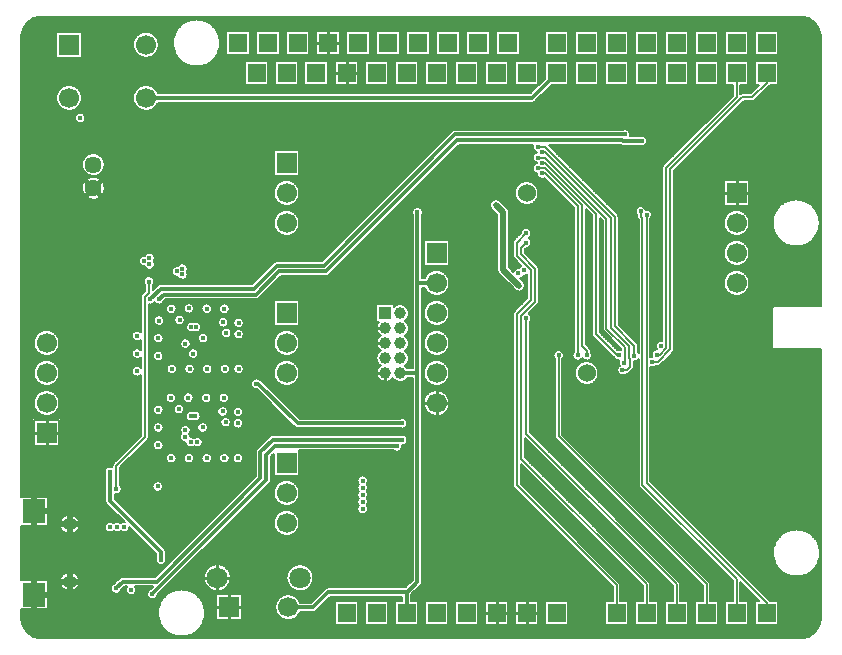
<source format=gbr>
G04 DipTrace 3.3.1.0*
G04 Bottom.gbr*
%MOMM*%
G04 #@! TF.FileFunction,Copper,L4,Bot*
G04 #@! TF.Part,Single*
G04 #@! TA.AperFunction,CopperBalancing*
%ADD10C,0.25*%
%ADD14C,0.16*%
%ADD15C,0.5*%
G04 #@! TA.AperFunction,Conductor*
%ADD16C,0.3*%
G04 #@! TA.AperFunction,CopperBalancing*
%ADD17C,0.4*%
%ADD23R,4.064X1.524*%
G04 #@! TA.AperFunction,ComponentPad*
%ADD29R,1.7X1.7*%
%ADD30C,1.7*%
%ADD31R,1.0X1.0*%
%ADD32C,1.0*%
%ADD34O,1.25X1.05*%
%ADD36R,1.9X2.0*%
%ADD45C,1.4478*%
%ADD63C,1.524*%
%ADD64R,1.5X1.5*%
%ADD65C,1.8*%
G04 #@! TA.AperFunction,ViaPad*
%ADD66C,0.4032*%
%FSLAX35Y35*%
G04*
G71*
G90*
G75*
G01*
G04 Bottom*
%LPD*%
X4572000Y4826000D2*
D16*
Y4822000D1*
X4365000Y4615000D1*
X1095000D1*
X3395000Y3645000D2*
Y3048000D1*
X3556000D1*
X3248500Y2286000D2*
X3395000D1*
Y3048000D1*
Y2286000D2*
Y520000D1*
X3302000Y427000D1*
Y254000D1*
X3300000Y430000D2*
X2635000D1*
X2507500Y302500D1*
X2300000D1*
X3302000Y254000D2*
D14*
D3*
X2300000Y302500D2*
D3*
X4255000Y3025000D2*
D15*
X4120000Y3160000D1*
Y3645000D1*
X4057500Y3707500D1*
X1120000Y3060000D2*
D14*
Y2965000D1*
X1085000Y2930000D1*
Y1740000D1*
X845000Y1500000D1*
Y1305000D1*
X1223800Y706380D2*
D16*
Y771200D1*
X790000Y1205000D1*
Y1450000D1*
X5420000Y2440000D2*
D14*
X5445000D1*
X5500000Y2495000D1*
Y4025000D1*
X6096000Y4621000D1*
Y4826000D1*
X1150000Y415000D2*
D16*
X2115000Y1380000D1*
Y1595000D1*
X2190000Y1670000D1*
X3205000D1*
X3220000Y1665000D1*
X5380000Y2380000D2*
D14*
X5430000D1*
X5535000Y2485000D1*
Y4011000D1*
X6144000Y4620000D1*
X6230000D1*
X6350000Y4740000D1*
Y4826000D1*
X842750Y462750D2*
D16*
X900000Y520000D1*
X1190000D1*
X2065000Y1395000D1*
Y1614997D1*
X2170000Y1719997D1*
X3265000D1*
X5230000Y2430000D2*
D14*
Y2515000D1*
X5065000Y2680000D1*
Y3610000D1*
X4475000Y4200000D1*
X4415000D1*
X5105000Y2435000D2*
X5085000D1*
X4905000Y2615000D1*
Y3635000D1*
X4475000Y4065000D1*
X4450000D1*
X5145000Y2370000D2*
X5150000Y2395000D1*
Y2505000D1*
X4995000Y2660000D1*
Y3590000D1*
X4475000Y4110000D1*
X4415000D1*
X5130000Y2310000D2*
X5165000D1*
X5195000Y2340000D1*
Y2400000D1*
X5185000Y2410000D1*
Y2515000D1*
X5030000Y2670000D1*
Y3600000D1*
X4475000Y4155000D1*
X4450000D1*
X4315000Y3470000D2*
X4235000Y3390000D1*
Y3280000D1*
X4355000Y3160000D1*
Y2905000D1*
X4235000Y2785000D1*
Y1335000D1*
X5080000Y490000D1*
Y254000D1*
X4315000Y3390000D2*
X4270000Y3345000D1*
Y3290000D1*
X4390000Y3170000D1*
Y2890000D1*
X4270000Y2770000D1*
Y1560000D1*
X5334000Y496000D1*
Y254000D1*
X4315000Y2750000D2*
Y1770000D1*
X5588000Y497000D1*
Y254000D1*
X4590000Y2435000D2*
Y1750000D1*
X5842000Y498000D1*
Y254000D1*
X3265000Y1860000D2*
D16*
X2380000D1*
X2045640Y2194360D1*
X2030607D1*
X4750000Y2435000D2*
D14*
Y3700000D1*
X4475000Y3975000D1*
X4450000D1*
X4830000Y2435000D2*
Y2470000D1*
X4785000Y2515000D1*
Y3710000D1*
X4475000Y4020000D1*
X4415000D1*
X5295000Y4250000D2*
D16*
X5135000D1*
X5130000Y4255000D1*
X3730000D1*
X2620000Y3145000D1*
X2225000D1*
X2030000Y2950000D1*
X1245000D1*
X1205000Y2910000D1*
X5335000Y3625000D2*
D14*
Y1355000D1*
X6350000Y340000D1*
Y254000D1*
X5285000Y3655000D2*
Y3610000D1*
X5300000Y3595000D1*
Y1335000D1*
X6096000Y539000D1*
Y254000D1*
X5150000Y4305000D2*
D16*
X3710000D1*
X2600000Y3195000D1*
X2205000D1*
X2010000Y3000000D1*
X1220000D1*
X1130000Y2910000D1*
D66*
X1095000Y465000D3*
X1035000Y1305000D3*
X4315000Y3310000D3*
X4310000Y2990000D3*
X3395000Y3645000D3*
X4255000Y3025000D3*
X4057500Y3707500D3*
X1120000Y3060000D3*
X845000Y1305000D3*
X970000Y450000D3*
X1223800Y706380D3*
X790000Y1450000D3*
X5420000Y2440000D3*
X1150000Y415000D3*
X3220000Y1665000D3*
X5380000Y2380000D3*
X3265000Y1719997D3*
X842750Y462750D3*
X5230000Y2430000D3*
X4415000Y4200000D3*
X5105000Y2435000D3*
X4450000Y4065000D3*
X5145000Y2370000D3*
X4415000Y4110000D3*
X5130000Y2310000D3*
X4450000Y4155000D3*
X4315000Y3470000D3*
Y3390000D3*
Y2750000D3*
X4590000Y2435000D3*
X3265000Y1860000D3*
X2030607Y2194360D3*
X4750000Y2435000D3*
X4450000Y3975000D3*
X4830000Y2435000D3*
X4415000Y4020000D3*
X5295000Y4250000D3*
X1205000Y2910000D3*
X5335000Y3625000D3*
X5285000Y3655000D3*
X5150000Y4305000D3*
X1130000Y2910000D3*
X1020000Y2600000D3*
Y2450000D3*
Y2300000D3*
X540000Y4445000D3*
X1428477Y1745630D3*
X1531673Y1700333D3*
X1575000Y1825000D3*
X1475000Y1700000D3*
X1430000Y1801457D3*
X1475000Y1920000D3*
X1515000D3*
X1875000Y1860000D3*
X1770000Y1870000D3*
X1755000Y2075000D3*
X1200000Y1975000D3*
X1454717Y2076987D3*
X1605000Y2075000D3*
X1745000Y1960000D3*
X1875000Y1955000D3*
X1200000Y1675000D3*
X1310000Y1565000D3*
X1200000Y1825000D3*
X1305000Y2075000D3*
X1875000Y1565000D3*
X1760000D3*
X1610000D3*
X1460000D3*
X1375000Y1980000D3*
X1580000Y2580000D3*
X1880000Y2615000D3*
X1480000Y2675000D3*
X1520000D3*
X1495000Y2450000D3*
X1430000Y2535000D3*
X1775000Y2625000D3*
X1760000Y2830000D3*
X1205000Y2730000D3*
X1460000Y2832973D3*
X1610000Y2830000D3*
X1750000Y2715000D3*
X1880000Y2710000D3*
X1200843Y2429583D3*
X1315000Y2320000D3*
X1200543Y2580000D3*
X1310000Y2830000D3*
X1880000Y2320000D3*
X1765000D3*
X1615000D3*
X1465000D3*
X1380000Y2735000D3*
X880000Y3570000D3*
X1015000D3*
X930000D3*
X4695000Y3030000D3*
X4950000D3*
Y3280000D3*
X4695000D3*
X5205000D3*
Y3030000D3*
Y2780000D3*
X4950000D3*
X4695000D3*
X5455000Y2515000D3*
X1970000Y2660000D3*
X1530000Y2895000D3*
X1380000D3*
X1250000Y2875000D3*
X1155000Y2785000D3*
X1870000Y2250000D3*
X1700000D3*
X1540000D3*
X1685000Y2895000D3*
X380000Y2460000D3*
X1375000Y2250000D3*
X1245000Y2275000D3*
X1825000Y2875000D3*
X1915000Y2790000D3*
X1140000Y2655000D3*
Y2495000D3*
X1165000Y2360000D3*
X1975000Y2325000D3*
X1965000Y1905000D3*
X1525000Y2140000D3*
X1375000D3*
X1245000Y2120000D3*
X1150000Y2030000D3*
X1865000Y1495000D3*
X1695000D3*
X1535000D3*
X1680000Y2140000D3*
X1370000Y1495000D3*
X1240000Y1520000D3*
X1820000Y2120000D3*
X1910000Y2035000D3*
X1135000Y1900000D3*
Y1740000D3*
X1160000Y1605000D3*
X1970000Y1570000D3*
X2930000Y1375000D3*
Y1135000D3*
Y1255000D3*
Y1315000D3*
Y1195000D3*
X1360000Y3145000D3*
X1405000Y3170000D3*
Y3120000D3*
X1020000Y2525000D3*
X1010000Y3080000D3*
Y3035000D3*
X1055000Y3055000D3*
X1220000Y3060000D3*
X1185000Y3085000D3*
X380000Y2265000D3*
X735000Y2145000D3*
Y1690000D3*
X410000Y3450000D3*
X710000Y3635000D3*
X1730000Y3055000D3*
Y3145000D3*
Y3255000D3*
X1165000Y3920000D3*
Y3830000D3*
Y3875000D3*
X780000Y3300000D3*
X960000Y2785000D3*
X380000D3*
X590000Y3410000D3*
X780000D3*
X1615000Y3355000D3*
X1600000Y1025000D3*
Y760000D3*
X590000Y3300000D3*
X1990000Y1145000D3*
X2075000Y1895000D3*
X2065000Y2090000D3*
X2590000Y3035000D3*
X3200000Y3615000D3*
X3330000Y1785000D3*
X2925000D3*
X2160000D3*
X3460000D3*
X2090000Y2660000D3*
Y2915000D3*
X4180000Y1785000D3*
X450000Y1300000D3*
X3440000Y3855000D3*
X4165000D3*
X4470000Y3710000D3*
X1885000Y1300000D3*
X4870000Y3890000D3*
X4985000Y4505000D3*
X4555000Y4705000D3*
X4630000Y4360000D3*
X4285000Y4705000D3*
X4830000Y3635000D3*
X4870000Y4195000D3*
X5335000Y3710000D3*
X4850000Y4360000D3*
X5220000Y4195000D3*
X4565000D3*
X4795000Y4705000D3*
X4060000D3*
X3875000Y4375000D3*
Y4705000D3*
X4400000Y4360000D3*
X4610000Y3755000D3*
X5985000Y4705000D3*
X2160000D3*
X2410000D3*
X2665000D3*
X2920000D3*
X5220000Y4320000D3*
X5445000Y3800000D3*
X5240000Y4705000D3*
X1900000D3*
X5485000D3*
X5755000D3*
X6495000D3*
X6220000D3*
X3180000D3*
X3430000D3*
X3685000D3*
X5005000D3*
X4155000Y2775000D3*
X3960000Y3005000D3*
X3895000Y3135000D3*
Y3270000D3*
X1390000Y4435000D3*
X3635000Y4345000D3*
X3640000Y4070000D3*
X3820000Y4175000D3*
X4000000Y3365000D3*
X3285000Y3995000D3*
X2700000Y3790000D3*
X4050000Y2925000D3*
X3685000D3*
X2015000Y3805000D3*
X2285000Y3295000D3*
X2635000Y4440000D3*
X3455000Y4170000D3*
X2930000Y1610000D3*
X5600000Y2585000D3*
Y2755000D3*
X5680000Y2585000D3*
X5700000Y2755000D3*
X4180000Y1950000D3*
X3685000Y2420000D3*
X4475000Y1860000D3*
X4510000Y2225000D3*
X5090000Y2230000D3*
X2930000Y2820000D3*
X4185000Y2455000D3*
Y2645000D3*
X2925000Y1930000D3*
X3325000Y3220000D3*
X3335000Y2595000D3*
X3290000Y910000D3*
X2420000Y1615000D3*
X760000Y715000D3*
X1300000Y815000D3*
X590000Y865000D3*
X1025000D3*
X5225000Y2025000D3*
X4710000Y1840000D3*
X4860000Y1610000D3*
X2050000Y625000D3*
X555000Y1400000D3*
X905000Y1330000D3*
X2545000Y500000D3*
X2405000Y2080000D3*
X1250000Y1015000D3*
X780000Y1055000D3*
X680000Y1460000D3*
X3335000Y2730000D3*
X3460000Y1580000D3*
X5225000Y1400000D3*
X4055000Y640000D3*
X3465000Y905000D3*
X5960000Y525000D3*
X4415000Y960000D3*
X4940000Y435000D3*
Y760000D3*
X6190000Y400000D3*
X4375000Y1305000D3*
X4370000Y1585000D3*
X5410000Y1685000D3*
X5885000Y935000D3*
X4615000Y1585000D3*
X5235000Y970000D3*
X5445000Y495000D3*
X4180000Y1585000D3*
X5480000Y2285000D3*
X5895000Y3385000D3*
X5985000Y4330000D3*
X5805000Y3575000D3*
X5585000Y4335000D3*
X5805000Y4440000D3*
X5980000Y2585000D3*
X6300000D3*
X5655000Y3145000D3*
X6070000Y2585000D3*
X6160000D3*
X5970000Y3145000D3*
X5830000Y2985000D3*
X4390000Y3555000D3*
X5760000Y2585000D3*
X5885000Y2470000D3*
X5805000Y4185000D3*
X2270000Y5270000D3*
X2070000D3*
X2470000D3*
X1870000D3*
X1670000D3*
X3470000D3*
X270000D3*
X470000D3*
X670000D3*
X870000D3*
X2870000D3*
X120000Y5220000D3*
X3070000Y5270000D3*
X3270000D3*
X3870000D3*
X3670000D3*
X1070000D3*
X1270000D3*
X1370000D3*
X2670000D3*
X4670000D3*
X4470000D3*
X4870000D3*
X4270000D3*
X4070000D3*
X5870000D3*
X5270000D3*
X5470000D3*
X5670000D3*
X6270000D3*
X6070000D3*
X5070000D3*
X5885000Y2585000D3*
X6300000Y2465000D3*
X5800000Y2755000D3*
X6670000Y5270000D3*
X6470000D3*
X6300000Y2755000D3*
X6000000D3*
X6100000D3*
X6200000D3*
X5760000Y2470000D3*
X6370000Y2775000D3*
X5900000Y2755000D3*
X2270000Y70000D3*
X2070000D3*
X2470000D3*
X1870000D3*
X1670000D3*
X3470000D3*
X270000D3*
X470000D3*
X670000D3*
X870000D3*
X2870000D3*
X120000Y120000D3*
X3070000Y70000D3*
X3270000D3*
X3870000D3*
X3670000D3*
X1070000D3*
X1270000D3*
X1540000D3*
X2670000D3*
X4670000D3*
X4470000D3*
X4870000D3*
X4270000D3*
X4070000D3*
X5870000D3*
X5270000D3*
X5470000D3*
X5670000D3*
X6270000D3*
X6070000D3*
X5070000D3*
X6670000D3*
X6470000D3*
X6780000Y2270000D3*
Y2070000D3*
Y2465000D3*
Y1870000D3*
Y1670000D3*
Y3435000D3*
Y270000D3*
Y470000D3*
Y620000D3*
Y910000D3*
Y2875000D3*
X6755000Y155000D3*
X6780000Y3070000D3*
Y3270000D3*
Y3870000D3*
Y3680000D3*
Y1070000D3*
Y1270000D3*
Y1470000D3*
Y2370000D3*
Y4670000D3*
Y4470000D3*
Y4870000D3*
Y4270000D3*
Y4070000D3*
X6435000Y2875000D3*
X6750000Y5195000D3*
X6780000Y2975000D3*
X6435000D3*
Y2465000D3*
Y2370000D3*
X6780000Y5070000D3*
X6370000Y2565000D3*
X6600000Y2270000D3*
X70000D3*
Y2070000D3*
Y2470000D3*
Y1870000D3*
Y1670000D3*
Y3470000D3*
X6055000Y2005000D3*
X70000Y230000D3*
X325000Y335000D3*
X6415000Y3230000D3*
X70000Y2870000D3*
X6160000Y2470000D3*
X70000Y3070000D3*
Y3270000D3*
Y3870000D3*
Y3670000D3*
X6420000Y4050000D3*
X70000Y1270000D3*
Y1470000D3*
Y2670000D3*
Y4670000D3*
Y4470000D3*
Y4870000D3*
Y4270000D3*
Y4070000D3*
X405000Y4360000D3*
X6290000Y1370000D3*
X405000Y3960000D3*
X865000Y4760000D3*
X405000D3*
X1340000D3*
X70000Y5070000D3*
X320000Y1185000D3*
X6600000Y3070000D3*
X4295000Y3155000D3*
X4250000Y3130000D3*
X1195000Y1325000D3*
X790000Y980000D3*
X1080000Y3235000D3*
X1125000Y3205000D3*
Y3260000D3*
X910000Y980000D3*
X850000D3*
X143272Y5286333D2*
D14*
X6706728D1*
X121741Y5270667D2*
X1466009D1*
X1581991D2*
X6728259D1*
X100209Y5255000D2*
X1428009D1*
X1619991D2*
X6749791D1*
X85084Y5239333D2*
X1403447D1*
X1644553D2*
X6764916D1*
X73709Y5223667D2*
X1384947D1*
X1663053D2*
X6776291D1*
X62303Y5208000D2*
X1370259D1*
X1677741D2*
X6787697D1*
X52928Y5192333D2*
X1358353D1*
X1689647D2*
X6797072D1*
X49022Y5176667D2*
X1348634D1*
X1699366D2*
X1773291D1*
X1975772D2*
X2027291D1*
X2229772D2*
X2278728D1*
X2481209D2*
X2535291D1*
X2737772D2*
X2789291D1*
X2991772D2*
X3043291D1*
X3245772D2*
X3297291D1*
X3499772D2*
X3551291D1*
X3753772D2*
X3805291D1*
X4007772D2*
X4059291D1*
X4261772D2*
X4470759D1*
X4673241D2*
X4724759D1*
X4927241D2*
X4978759D1*
X5181241D2*
X5232759D1*
X5435241D2*
X5486759D1*
X5689241D2*
X5740759D1*
X5943241D2*
X5994759D1*
X6197241D2*
X6248759D1*
X6451241D2*
X6800978D1*
X45084Y5161000D2*
X333759D1*
X556241D2*
X1040447D1*
X1149553D2*
X1340822D1*
X1707178D2*
X1773291D1*
X1975772D2*
X2027291D1*
X2229772D2*
X2278728D1*
X2481209D2*
X2535291D1*
X2737772D2*
X2789291D1*
X2991772D2*
X3043291D1*
X3245772D2*
X3297291D1*
X3499772D2*
X3551291D1*
X3753772D2*
X3805291D1*
X4007772D2*
X4059291D1*
X4261772D2*
X4470759D1*
X4673241D2*
X4724759D1*
X4927241D2*
X4978759D1*
X5181241D2*
X5232759D1*
X5435241D2*
X5486759D1*
X5689241D2*
X5740759D1*
X5943241D2*
X5994759D1*
X6197241D2*
X6248759D1*
X6451241D2*
X6804916D1*
X41178Y5145333D2*
X333759D1*
X556241D2*
X1018791D1*
X1171209D2*
X1334603D1*
X1713397D2*
X1773291D1*
X1975772D2*
X2027291D1*
X2229772D2*
X2278728D1*
X2481209D2*
X2535291D1*
X2737772D2*
X2789291D1*
X2991772D2*
X3043291D1*
X3245772D2*
X3297291D1*
X3499772D2*
X3551291D1*
X3753772D2*
X3805291D1*
X4007772D2*
X4059291D1*
X4261772D2*
X4470759D1*
X4673241D2*
X4724759D1*
X4927241D2*
X4978759D1*
X5181241D2*
X5232759D1*
X5435241D2*
X5486759D1*
X5689241D2*
X5740759D1*
X5943241D2*
X5994759D1*
X6197241D2*
X6248759D1*
X6451241D2*
X6808822D1*
X39616Y5129667D2*
X333759D1*
X556241D2*
X1004853D1*
X1185147D2*
X1329884D1*
X1718116D2*
X1773291D1*
X1975772D2*
X2027291D1*
X2229772D2*
X2278728D1*
X2481209D2*
X2535291D1*
X2737772D2*
X2789291D1*
X2991772D2*
X3043291D1*
X3245772D2*
X3297291D1*
X3499772D2*
X3551291D1*
X3753772D2*
X3805291D1*
X4007772D2*
X4059291D1*
X4261772D2*
X4470759D1*
X4673241D2*
X4724759D1*
X4927241D2*
X4978759D1*
X5181241D2*
X5232759D1*
X5435241D2*
X5486759D1*
X5689241D2*
X5740759D1*
X5943241D2*
X5994759D1*
X6197241D2*
X6248759D1*
X6451241D2*
X6810384D1*
X39616Y5114000D2*
X333759D1*
X556241D2*
X995322D1*
X1194678D2*
X1326509D1*
X1721491D2*
X1773291D1*
X1975772D2*
X2027291D1*
X2229772D2*
X2278728D1*
X2481209D2*
X2535291D1*
X2737772D2*
X2789291D1*
X2991772D2*
X3043291D1*
X3245772D2*
X3297291D1*
X3499772D2*
X3551291D1*
X3753772D2*
X3805291D1*
X4007772D2*
X4059291D1*
X4261772D2*
X4470759D1*
X4673241D2*
X4724759D1*
X4927241D2*
X4978759D1*
X5181241D2*
X5232759D1*
X5435241D2*
X5486759D1*
X5689241D2*
X5740759D1*
X5943241D2*
X5994759D1*
X6197241D2*
X6248759D1*
X6451241D2*
X6810384D1*
X39616Y5098333D2*
X333759D1*
X556241D2*
X988947D1*
X1201053D2*
X1324416D1*
X1723584D2*
X1773291D1*
X1975772D2*
X2027291D1*
X2229772D2*
X2278728D1*
X2481209D2*
X2535291D1*
X2737772D2*
X2789291D1*
X2991772D2*
X3043291D1*
X3245772D2*
X3297291D1*
X3499772D2*
X3551291D1*
X3753772D2*
X3805291D1*
X4007772D2*
X4059291D1*
X4261772D2*
X4470759D1*
X4673241D2*
X4724759D1*
X4927241D2*
X4978759D1*
X5181241D2*
X5232759D1*
X5435241D2*
X5486759D1*
X5689241D2*
X5740759D1*
X5943241D2*
X5994759D1*
X6197241D2*
X6248759D1*
X6451241D2*
X6810384D1*
X39616Y5082667D2*
X333759D1*
X556241D2*
X985197D1*
X1204803D2*
X1323572D1*
X1724428D2*
X1773291D1*
X1975772D2*
X2027291D1*
X2229772D2*
X2278728D1*
X2481209D2*
X2535291D1*
X2737772D2*
X2789291D1*
X2991772D2*
X3043291D1*
X3245772D2*
X3297291D1*
X3499772D2*
X3551291D1*
X3753772D2*
X3805291D1*
X4007772D2*
X4059291D1*
X4261772D2*
X4470759D1*
X4673241D2*
X4724759D1*
X4927241D2*
X4978759D1*
X5181241D2*
X5232759D1*
X5435241D2*
X5486759D1*
X5689241D2*
X5740759D1*
X5943241D2*
X5994759D1*
X6197241D2*
X6248759D1*
X6451241D2*
X6810384D1*
X39616Y5067000D2*
X333759D1*
X556241D2*
X983791D1*
X1206209D2*
X1323978D1*
X1724022D2*
X1773291D1*
X1975772D2*
X2027291D1*
X2229772D2*
X2278728D1*
X2481209D2*
X2535291D1*
X2737772D2*
X2789291D1*
X2991772D2*
X3043291D1*
X3245772D2*
X3297291D1*
X3499772D2*
X3551291D1*
X3753772D2*
X3805291D1*
X4007772D2*
X4059291D1*
X4261772D2*
X4470759D1*
X4673241D2*
X4724759D1*
X4927241D2*
X4978759D1*
X5181241D2*
X5232759D1*
X5435241D2*
X5486759D1*
X5689241D2*
X5740759D1*
X5943241D2*
X5994759D1*
X6197241D2*
X6248759D1*
X6451241D2*
X6810384D1*
X39616Y5051333D2*
X333759D1*
X556241D2*
X984603D1*
X1205397D2*
X1325634D1*
X1722366D2*
X1773291D1*
X1975772D2*
X2027291D1*
X2229772D2*
X2278728D1*
X2481209D2*
X2535291D1*
X2737772D2*
X2789291D1*
X2991772D2*
X3043291D1*
X3245772D2*
X3297291D1*
X3499772D2*
X3551291D1*
X3753772D2*
X3805291D1*
X4007772D2*
X4059291D1*
X4261772D2*
X4470759D1*
X4673241D2*
X4724759D1*
X4927241D2*
X4978759D1*
X5181241D2*
X5232759D1*
X5435241D2*
X5486759D1*
X5689241D2*
X5740759D1*
X5943241D2*
X5994759D1*
X6197241D2*
X6248759D1*
X6451241D2*
X6810384D1*
X39616Y5035667D2*
X333759D1*
X556241D2*
X987759D1*
X1202241D2*
X1328572D1*
X1719428D2*
X1773291D1*
X1975772D2*
X2027291D1*
X2229772D2*
X2278728D1*
X2481209D2*
X2535291D1*
X2737772D2*
X2789291D1*
X2991772D2*
X3043291D1*
X3245772D2*
X3297291D1*
X3499772D2*
X3551291D1*
X3753772D2*
X3805291D1*
X4007772D2*
X4059291D1*
X4261772D2*
X4470759D1*
X4673241D2*
X4724759D1*
X4927241D2*
X4978759D1*
X5181241D2*
X5232759D1*
X5435241D2*
X5486759D1*
X5689241D2*
X5740759D1*
X5943241D2*
X5994759D1*
X6197241D2*
X6248759D1*
X6451241D2*
X6810384D1*
X39616Y5020000D2*
X333759D1*
X556241D2*
X993416D1*
X1196584D2*
X1332822D1*
X1715178D2*
X1773291D1*
X1975772D2*
X2027291D1*
X2229772D2*
X2278728D1*
X2481209D2*
X2535291D1*
X2737772D2*
X2789291D1*
X2991772D2*
X3043291D1*
X3245772D2*
X3297291D1*
X3499772D2*
X3551291D1*
X3753772D2*
X3805291D1*
X4007772D2*
X4059291D1*
X4261772D2*
X4470759D1*
X4673241D2*
X4724759D1*
X4927241D2*
X4978759D1*
X5181241D2*
X5232759D1*
X5435241D2*
X5486759D1*
X5689241D2*
X5740759D1*
X5943241D2*
X5994759D1*
X6197241D2*
X6248759D1*
X6451241D2*
X6810384D1*
X39616Y5004333D2*
X333759D1*
X556241D2*
X1002072D1*
X1187928D2*
X1338541D1*
X1709459D2*
X1773291D1*
X1975772D2*
X2027291D1*
X2229772D2*
X2278728D1*
X2481209D2*
X2535291D1*
X2737772D2*
X2789291D1*
X2991772D2*
X3043291D1*
X3245772D2*
X3297291D1*
X3499772D2*
X3551291D1*
X3753772D2*
X3805291D1*
X4007772D2*
X4059291D1*
X4261772D2*
X4470759D1*
X4673241D2*
X4724759D1*
X4927241D2*
X4978759D1*
X5181241D2*
X5232759D1*
X5435241D2*
X5486759D1*
X5689241D2*
X5740759D1*
X5943241D2*
X5994759D1*
X6197241D2*
X6248759D1*
X6451241D2*
X6810384D1*
X39616Y4988667D2*
X333759D1*
X556241D2*
X1014697D1*
X1175303D2*
X1345791D1*
X1702209D2*
X1773291D1*
X1975772D2*
X2027291D1*
X2229772D2*
X2278728D1*
X2481209D2*
X2535291D1*
X2737772D2*
X2789291D1*
X2991772D2*
X3043291D1*
X3245772D2*
X3297291D1*
X3499772D2*
X3551291D1*
X3753772D2*
X3805291D1*
X4007772D2*
X4059291D1*
X4261772D2*
X4470759D1*
X4673241D2*
X4724759D1*
X4927241D2*
X4978759D1*
X5181241D2*
X5232759D1*
X5435241D2*
X5486759D1*
X5689241D2*
X5740759D1*
X5943241D2*
X5994759D1*
X6197241D2*
X6248759D1*
X6451241D2*
X6810384D1*
X39616Y4973000D2*
X333759D1*
X556241D2*
X1033759D1*
X1156241D2*
X1354822D1*
X1693178D2*
X6810384D1*
X39616Y4957333D2*
X333759D1*
X556241D2*
X1072697D1*
X1117303D2*
X1365916D1*
X1682084D2*
X6810384D1*
X39616Y4941667D2*
X1379572D1*
X1668428D2*
X6810384D1*
X39616Y4926000D2*
X1396634D1*
X1651366D2*
X6810384D1*
X39616Y4910333D2*
X1418728D1*
X1629272D2*
X1930759D1*
X2133241D2*
X2184759D1*
X2387241D2*
X2436228D1*
X2638709D2*
X2692759D1*
X2895241D2*
X2946759D1*
X3149241D2*
X3200759D1*
X3403241D2*
X3454759D1*
X3657241D2*
X3708759D1*
X3911241D2*
X3962759D1*
X4165241D2*
X4216759D1*
X4419241D2*
X4470759D1*
X4673241D2*
X4724759D1*
X4927241D2*
X4978759D1*
X5181241D2*
X5232759D1*
X5435241D2*
X5486759D1*
X5689241D2*
X5740759D1*
X5943241D2*
X5994759D1*
X6197241D2*
X6248759D1*
X6451241D2*
X6810384D1*
X39616Y4894667D2*
X1450384D1*
X1597616D2*
X1930759D1*
X2133241D2*
X2184759D1*
X2387241D2*
X2436228D1*
X2638709D2*
X2692759D1*
X2895241D2*
X2946759D1*
X3149241D2*
X3200759D1*
X3403241D2*
X3454759D1*
X3657241D2*
X3708759D1*
X3911241D2*
X3962759D1*
X4165241D2*
X4216759D1*
X4419241D2*
X4470759D1*
X4673241D2*
X4724759D1*
X4927241D2*
X4978759D1*
X5181241D2*
X5232759D1*
X5435241D2*
X5486759D1*
X5689241D2*
X5740759D1*
X5943241D2*
X5994759D1*
X6197241D2*
X6248759D1*
X6451241D2*
X6810384D1*
X39616Y4879000D2*
X1930759D1*
X2133241D2*
X2184759D1*
X2387241D2*
X2436228D1*
X2638709D2*
X2692759D1*
X2895241D2*
X2946759D1*
X3149241D2*
X3200759D1*
X3403241D2*
X3454759D1*
X3657241D2*
X3708759D1*
X3911241D2*
X3962759D1*
X4165241D2*
X4216759D1*
X4419241D2*
X4470759D1*
X4673241D2*
X4724759D1*
X4927241D2*
X4978759D1*
X5181241D2*
X5232759D1*
X5435241D2*
X5486759D1*
X5689241D2*
X5740759D1*
X5943241D2*
X5994759D1*
X6197241D2*
X6248759D1*
X6451241D2*
X6810384D1*
X39616Y4863333D2*
X1930759D1*
X2133241D2*
X2184759D1*
X2387241D2*
X2436228D1*
X2638709D2*
X2692759D1*
X2895241D2*
X2946759D1*
X3149241D2*
X3200759D1*
X3403241D2*
X3454759D1*
X3657241D2*
X3708759D1*
X3911241D2*
X3962759D1*
X4165241D2*
X4216759D1*
X4419241D2*
X4470759D1*
X4673241D2*
X4724759D1*
X4927241D2*
X4978759D1*
X5181241D2*
X5232759D1*
X5435241D2*
X5486759D1*
X5689241D2*
X5740759D1*
X5943241D2*
X5994759D1*
X6197241D2*
X6248759D1*
X6451241D2*
X6810384D1*
X39616Y4847667D2*
X1930759D1*
X2133241D2*
X2184759D1*
X2387241D2*
X2436228D1*
X2638709D2*
X2692759D1*
X2895241D2*
X2946759D1*
X3149241D2*
X3200759D1*
X3403241D2*
X3454759D1*
X3657241D2*
X3708759D1*
X3911241D2*
X3962759D1*
X4165241D2*
X4216759D1*
X4419241D2*
X4470759D1*
X4673241D2*
X4724759D1*
X4927241D2*
X4978759D1*
X5181241D2*
X5232759D1*
X5435241D2*
X5486759D1*
X5689241D2*
X5740759D1*
X5943241D2*
X5994759D1*
X6197241D2*
X6248759D1*
X6451241D2*
X6810384D1*
X39616Y4832000D2*
X1930759D1*
X2133241D2*
X2184759D1*
X2387241D2*
X2436228D1*
X2638709D2*
X2692759D1*
X2895241D2*
X2946759D1*
X3149241D2*
X3200759D1*
X3403241D2*
X3454759D1*
X3657241D2*
X3708759D1*
X3911241D2*
X3962759D1*
X4165241D2*
X4216759D1*
X4419241D2*
X4470759D1*
X4673241D2*
X4724759D1*
X4927241D2*
X4978759D1*
X5181241D2*
X5232759D1*
X5435241D2*
X5486759D1*
X5689241D2*
X5740759D1*
X5943241D2*
X5994759D1*
X6197241D2*
X6248759D1*
X6451241D2*
X6810384D1*
X39616Y4816333D2*
X1930759D1*
X2133241D2*
X2184759D1*
X2387241D2*
X2436228D1*
X2638709D2*
X2692759D1*
X2895241D2*
X2946759D1*
X3149241D2*
X3200759D1*
X3403241D2*
X3454759D1*
X3657241D2*
X3708759D1*
X3911241D2*
X3962759D1*
X4165241D2*
X4216759D1*
X4419241D2*
X4470759D1*
X4673241D2*
X4724759D1*
X4927241D2*
X4978759D1*
X5181241D2*
X5232759D1*
X5435241D2*
X5486759D1*
X5689241D2*
X5740759D1*
X5943241D2*
X5994759D1*
X6197241D2*
X6248759D1*
X6451241D2*
X6810384D1*
X39616Y4800667D2*
X1930759D1*
X2133241D2*
X2184759D1*
X2387241D2*
X2436228D1*
X2638709D2*
X2692759D1*
X2895241D2*
X2946759D1*
X3149241D2*
X3200759D1*
X3403241D2*
X3454759D1*
X3657241D2*
X3708759D1*
X3911241D2*
X3962759D1*
X4165241D2*
X4216759D1*
X4419241D2*
X4470759D1*
X4673241D2*
X4724759D1*
X4927241D2*
X4978759D1*
X5181241D2*
X5232759D1*
X5435241D2*
X5486759D1*
X5689241D2*
X5740759D1*
X5943241D2*
X5994759D1*
X6197241D2*
X6248759D1*
X6451241D2*
X6810384D1*
X39616Y4785000D2*
X1930759D1*
X2133241D2*
X2184759D1*
X2387241D2*
X2436228D1*
X2638709D2*
X2692759D1*
X2895241D2*
X2946759D1*
X3149241D2*
X3200759D1*
X3403241D2*
X3454759D1*
X3657241D2*
X3708759D1*
X3911241D2*
X3962759D1*
X4165241D2*
X4216759D1*
X4419241D2*
X4470759D1*
X4673241D2*
X4724759D1*
X4927241D2*
X4978759D1*
X5181241D2*
X5232759D1*
X5435241D2*
X5486759D1*
X5689241D2*
X5740759D1*
X5943241D2*
X5994759D1*
X6197241D2*
X6248759D1*
X6451241D2*
X6810384D1*
X39616Y4769333D2*
X1930759D1*
X2133241D2*
X2184759D1*
X2387241D2*
X2436228D1*
X2638709D2*
X2692759D1*
X2895241D2*
X2946759D1*
X3149241D2*
X3200759D1*
X3403241D2*
X3454759D1*
X3657241D2*
X3708759D1*
X3911241D2*
X3962759D1*
X4165241D2*
X4216759D1*
X4419241D2*
X4461666D1*
X4673241D2*
X4724759D1*
X4927241D2*
X4978759D1*
X5181241D2*
X5232759D1*
X5435241D2*
X5486759D1*
X5689241D2*
X5740759D1*
X5943241D2*
X5994759D1*
X6197241D2*
X6248759D1*
X6451241D2*
X6810384D1*
X39616Y4753667D2*
X1930759D1*
X2133241D2*
X2184759D1*
X2387241D2*
X2436228D1*
X2638709D2*
X2692759D1*
X2895241D2*
X2946759D1*
X3149241D2*
X3200759D1*
X3403241D2*
X3454759D1*
X3657241D2*
X3708759D1*
X3911241D2*
X3962759D1*
X4165241D2*
X4216759D1*
X4419241D2*
X4446009D1*
X4673241D2*
X4724759D1*
X4927241D2*
X4978759D1*
X5181241D2*
X5232759D1*
X5435241D2*
X5486759D1*
X5689241D2*
X5740759D1*
X5943241D2*
X5994759D1*
X6197241D2*
X6248759D1*
X6451241D2*
X6810384D1*
X39616Y4738000D2*
X1930759D1*
X2133241D2*
X2184759D1*
X2387241D2*
X2436228D1*
X2638709D2*
X2692759D1*
X2895241D2*
X2946759D1*
X3149241D2*
X3200759D1*
X3403241D2*
X3454759D1*
X3657241D2*
X3708759D1*
X3911241D2*
X3962759D1*
X4165241D2*
X4216759D1*
X4419241D2*
X4430353D1*
X4673241D2*
X4724759D1*
X4927241D2*
X4978759D1*
X5181241D2*
X5232759D1*
X5435241D2*
X5486759D1*
X5689241D2*
X5740759D1*
X5943241D2*
X5994759D1*
X6197241D2*
X6248759D1*
X6451241D2*
X6810384D1*
X39616Y4722333D2*
X421041D1*
X468959D2*
X1071041D1*
X1118959D2*
X4414666D1*
X4529991D2*
X6061759D1*
X6130241D2*
X6284572D1*
X6379053D2*
X6810384D1*
X39616Y4706667D2*
X383259D1*
X506741D2*
X1033259D1*
X1156741D2*
X4399009D1*
X4514334D2*
X6061759D1*
X6130241D2*
X6268916D1*
X6364428D2*
X6810384D1*
X39616Y4691000D2*
X364384D1*
X525616D2*
X1014384D1*
X1175616D2*
X4383353D1*
X4498647D2*
X6061759D1*
X6130241D2*
X6253228D1*
X6348772D2*
X6810384D1*
X39616Y4675333D2*
X351853D1*
X538147D2*
X1001853D1*
X1188147D2*
X4367666D1*
X4482991D2*
X6061759D1*
X6130241D2*
X6237572D1*
X6333084D2*
X6810384D1*
X39616Y4659667D2*
X343259D1*
X546741D2*
X993259D1*
X1196741D2*
X4352009D1*
X4467334D2*
X6061759D1*
X6130241D2*
X6221916D1*
X6317428D2*
X6810384D1*
X39616Y4644000D2*
X337666D1*
X552334D2*
X987666D1*
X4451647D2*
X6061759D1*
X6301772D2*
X6810384D1*
X39616Y4628333D2*
X334572D1*
X555428D2*
X984572D1*
X4435991D2*
X6055572D1*
X6286084D2*
X6810384D1*
X39616Y4612667D2*
X333791D1*
X556209D2*
X983791D1*
X4420334D2*
X6039916D1*
X6270428D2*
X6810384D1*
X39616Y4597000D2*
X335259D1*
X554741D2*
X985259D1*
X4404647D2*
X6024228D1*
X6254772D2*
X6810384D1*
X39616Y4581333D2*
X339072D1*
X550928D2*
X989072D1*
X4387522D2*
X6008572D1*
X6153084D2*
X6810384D1*
X39616Y4565667D2*
X345478D1*
X544522D2*
X995478D1*
X1194522D2*
X5992916D1*
X6137428D2*
X6810384D1*
X39616Y4550000D2*
X355103D1*
X534897D2*
X1005103D1*
X1184897D2*
X5977228D1*
X6121772D2*
X6810384D1*
X39616Y4534333D2*
X369134D1*
X520866D2*
X1019134D1*
X1170866D2*
X5961572D1*
X6106084D2*
X6810384D1*
X39616Y4518667D2*
X391041D1*
X498959D2*
X1041041D1*
X1148959D2*
X5945916D1*
X6090428D2*
X6810384D1*
X39616Y4503000D2*
X5930228D1*
X6074772D2*
X6810384D1*
X39616Y4487333D2*
X523728D1*
X556272D2*
X5914572D1*
X6059084D2*
X6810384D1*
X39616Y4471667D2*
X502416D1*
X577584D2*
X5898916D1*
X6043428D2*
X6810384D1*
X39616Y4456000D2*
X494978D1*
X585022D2*
X5883228D1*
X6027772D2*
X6810384D1*
X39616Y4440333D2*
X493853D1*
X586147D2*
X5867572D1*
X6012084D2*
X6810384D1*
X39616Y4424667D2*
X498478D1*
X581522D2*
X5851916D1*
X5996428D2*
X6810384D1*
X39616Y4409000D2*
X511728D1*
X568272D2*
X5836228D1*
X5980772D2*
X6810384D1*
X39616Y4393333D2*
X5820572D1*
X5965084D2*
X6810384D1*
X39616Y4377667D2*
X5804916D1*
X5949428D2*
X6810384D1*
X39616Y4362000D2*
X5789228D1*
X5933772D2*
X6810384D1*
X39616Y4346333D2*
X5131134D1*
X5168866D2*
X5773572D1*
X5918084D2*
X6810384D1*
X39616Y4330667D2*
X3678009D1*
X5188303D2*
X5757916D1*
X5902428D2*
X6810384D1*
X39616Y4315000D2*
X3662353D1*
X5195272D2*
X5742228D1*
X5886772D2*
X6810384D1*
X39616Y4299333D2*
X3646666D1*
X5196053D2*
X5726572D1*
X5871084D2*
X6810384D1*
X39616Y4283667D2*
X3631009D1*
X5326147D2*
X5710916D1*
X5855428D2*
X6810384D1*
X39616Y4268000D2*
X3615353D1*
X5337616D2*
X5695228D1*
X5839772D2*
X6810384D1*
X39616Y4252333D2*
X3599666D1*
X5341334D2*
X5679572D1*
X5824084D2*
X6810384D1*
X39616Y4236667D2*
X3584009D1*
X5339366D2*
X5663916D1*
X5808428D2*
X6810384D1*
X39616Y4221000D2*
X3568353D1*
X5330741D2*
X5648228D1*
X5792772D2*
X6810384D1*
X39616Y4205333D2*
X3552666D1*
X3737991D2*
X4368916D1*
X4517428D2*
X5289947D1*
X5300068D2*
X5632572D1*
X5777084D2*
X6810384D1*
X39616Y4189667D2*
X3537009D1*
X3722334D2*
X4369822D1*
X4533084D2*
X5616916D1*
X5761428D2*
X6810384D1*
X39616Y4174000D2*
X3521353D1*
X3706647D2*
X4376916D1*
X4548772D2*
X5601228D1*
X5745772D2*
X6810384D1*
X39616Y4158333D2*
X2174759D1*
X2397241D2*
X3505666D1*
X3690991D2*
X4396947D1*
X4564428D2*
X5585572D1*
X5730084D2*
X6810384D1*
X39616Y4142667D2*
X619634D1*
X680366D2*
X2174759D1*
X2397241D2*
X3490009D1*
X3675334D2*
X4382728D1*
X4580084D2*
X5569916D1*
X5714428D2*
X6810384D1*
X39616Y4127000D2*
X589353D1*
X710647D2*
X2174759D1*
X2397241D2*
X3474353D1*
X3659647D2*
X4371947D1*
X4595772D2*
X5554228D1*
X5698772D2*
X6810384D1*
X39616Y4111333D2*
X573228D1*
X726772D2*
X2174759D1*
X2397241D2*
X3458666D1*
X3643991D2*
X4368634D1*
X4611428D2*
X5538572D1*
X5683084D2*
X6810384D1*
X39616Y4095667D2*
X562791D1*
X737209D2*
X2174759D1*
X2397241D2*
X3443009D1*
X3628334D2*
X4370947D1*
X4627084D2*
X5522916D1*
X5667428D2*
X6810384D1*
X39616Y4080000D2*
X556134D1*
X743866D2*
X2174759D1*
X2397241D2*
X3427353D1*
X3612647D2*
X4380134D1*
X4642772D2*
X5507228D1*
X5651772D2*
X6810384D1*
X39616Y4064333D2*
X552447D1*
X747553D2*
X2174759D1*
X2397241D2*
X3411666D1*
X3596991D2*
X4403603D1*
X4658428D2*
X5491572D1*
X5636084D2*
X6810384D1*
X39616Y4048667D2*
X551384D1*
X748616D2*
X2174759D1*
X2397241D2*
X3396009D1*
X3581334D2*
X4378978D1*
X4674084D2*
X5475916D1*
X5620428D2*
X6810384D1*
X39616Y4033000D2*
X552884D1*
X747116D2*
X2174759D1*
X2397241D2*
X3380353D1*
X3565647D2*
X4370541D1*
X4689772D2*
X5466759D1*
X5604772D2*
X6810384D1*
X39616Y4017333D2*
X557041D1*
X742959D2*
X2174759D1*
X2397241D2*
X3364666D1*
X3549991D2*
X4368666D1*
X4705428D2*
X5465759D1*
X5589084D2*
X6810384D1*
X39616Y4001667D2*
X564259D1*
X735741D2*
X2174759D1*
X2397241D2*
X3349009D1*
X3534334D2*
X4372509D1*
X4721084D2*
X5465759D1*
X5573428D2*
X6810384D1*
X39616Y3986000D2*
X575478D1*
X724522D2*
X2174759D1*
X2397241D2*
X3333353D1*
X3518647D2*
X4384228D1*
X4736772D2*
X5465759D1*
X5569241D2*
X6810384D1*
X39616Y3970333D2*
X593009D1*
X706991D2*
X2174759D1*
X2397241D2*
X3317666D1*
X3502991D2*
X4403853D1*
X4752428D2*
X5465759D1*
X5569241D2*
X6810384D1*
X39616Y3954667D2*
X630322D1*
X669678D2*
X2174759D1*
X2397241D2*
X3302009D1*
X3487334D2*
X4408478D1*
X4768084D2*
X5465759D1*
X5569241D2*
X6810384D1*
X39616Y3939000D2*
X609759D1*
X690241D2*
X3286353D1*
X3471647D2*
X4421728D1*
X4783772D2*
X5465759D1*
X5569241D2*
X6810384D1*
X39616Y3923333D2*
X584853D1*
X715147D2*
X3270666D1*
X3455991D2*
X4478916D1*
X4799428D2*
X5465759D1*
X5569241D2*
X6810384D1*
X39616Y3907667D2*
X570353D1*
X729647D2*
X2234572D1*
X2337428D2*
X3255009D1*
X3440334D2*
X4291291D1*
X4344709D2*
X4494572D1*
X4815084D2*
X5465759D1*
X5569241D2*
X5984759D1*
X6207241D2*
X6810384D1*
X39616Y3892000D2*
X560916D1*
X739084D2*
X2211634D1*
X2360366D2*
X3239353D1*
X3424647D2*
X4257697D1*
X4378303D2*
X4510228D1*
X4830772D2*
X5465759D1*
X5569241D2*
X5984759D1*
X6207241D2*
X6810384D1*
X39616Y3876333D2*
X555009D1*
X744991D2*
X2197103D1*
X2374897D2*
X3223666D1*
X3408991D2*
X4240447D1*
X4395553D2*
X4525916D1*
X4846428D2*
X5465759D1*
X5569241D2*
X5984759D1*
X6207241D2*
X6810384D1*
X39616Y3860667D2*
X551947D1*
X748053D2*
X2187166D1*
X2384834D2*
X3208009D1*
X3393334D2*
X4229228D1*
X4406772D2*
X4541572D1*
X4862084D2*
X5465759D1*
X5569241D2*
X5984759D1*
X6207241D2*
X6810384D1*
X39616Y3845000D2*
X551509D1*
X748491D2*
X2180509D1*
X2391491D2*
X3192353D1*
X3377647D2*
X4221822D1*
X4414178D2*
X4557228D1*
X4877772D2*
X5465759D1*
X5569241D2*
X5984759D1*
X6207241D2*
X6810384D1*
X39616Y3829333D2*
X553603D1*
X746397D2*
X2176478D1*
X2395522D2*
X3176666D1*
X3361991D2*
X4217416D1*
X4418584D2*
X4572916D1*
X4893428D2*
X5465759D1*
X5569241D2*
X5984759D1*
X6207241D2*
X6810384D1*
X39616Y3813667D2*
X558416D1*
X741584D2*
X2174822D1*
X2397178D2*
X3161009D1*
X3346334D2*
X4215634D1*
X4420366D2*
X4588572D1*
X4909084D2*
X5465759D1*
X5569241D2*
X5984759D1*
X6207241D2*
X6810384D1*
X39616Y3798000D2*
X566478D1*
X733522D2*
X2175416D1*
X2396584D2*
X3145353D1*
X3330647D2*
X4216291D1*
X4419709D2*
X4604228D1*
X4924772D2*
X5465759D1*
X5569241D2*
X5984759D1*
X6207241D2*
X6810384D1*
X39616Y3782333D2*
X578853D1*
X721147D2*
X2178322D1*
X2393678D2*
X3129666D1*
X3314991D2*
X4219416D1*
X4416584D2*
X4619916D1*
X4940428D2*
X5465759D1*
X5569241D2*
X5984759D1*
X6207241D2*
X6810384D1*
X39616Y3766667D2*
X598697D1*
X701303D2*
X2183697D1*
X2388303D2*
X3114009D1*
X3299334D2*
X4225353D1*
X4410647D2*
X4635572D1*
X4956084D2*
X5465759D1*
X5569241D2*
X5984759D1*
X6207241D2*
X6810384D1*
X39616Y3751000D2*
X2191978D1*
X2380022D2*
X3098353D1*
X3283647D2*
X4031978D1*
X4083022D2*
X4234634D1*
X4401366D2*
X4651228D1*
X4971772D2*
X5465759D1*
X5569241D2*
X5984759D1*
X6207241D2*
X6559541D1*
X6640459D2*
X6810384D1*
X39616Y3735333D2*
X2204103D1*
X2367897D2*
X3082666D1*
X3267991D2*
X4014791D1*
X4101459D2*
X4248634D1*
X4387366D2*
X4666916D1*
X4987428D2*
X5465759D1*
X5569241D2*
X5984759D1*
X6207241D2*
X6512541D1*
X6687459D2*
X6810384D1*
X39616Y3719667D2*
X2222259D1*
X2349741D2*
X3067009D1*
X3252334D2*
X4007759D1*
X4117147D2*
X4271572D1*
X4364428D2*
X4682572D1*
X5003084D2*
X5465759D1*
X5569241D2*
X5984759D1*
X6207241D2*
X6485478D1*
X6714522D2*
X6810384D1*
X39616Y3704000D2*
X2256384D1*
X2315616D2*
X3051353D1*
X3236647D2*
X4006384D1*
X4132803D2*
X4698228D1*
X5018772D2*
X5465759D1*
X5569241D2*
X5984759D1*
X6207241D2*
X6465634D1*
X6734366D2*
X6810384D1*
X39616Y3688333D2*
X3035666D1*
X3220991D2*
X3382041D1*
X3407959D2*
X4010103D1*
X4148459D2*
X4713916D1*
X5034428D2*
X5253478D1*
X5316522D2*
X5465759D1*
X5569241D2*
X6450009D1*
X6749991D2*
X6810384D1*
X39616Y3672667D2*
X3020009D1*
X3205334D2*
X3358166D1*
X3431834D2*
X4020541D1*
X4162803D2*
X4715759D1*
X5050084D2*
X5242228D1*
X5327772D2*
X5465759D1*
X5569241D2*
X6437384D1*
X6762616D2*
X6810384D1*
X39616Y3657000D2*
X2241728D1*
X2330272D2*
X3004353D1*
X3189647D2*
X3350228D1*
X3439772D2*
X4036197D1*
X4169772D2*
X4715759D1*
X4819241D2*
X4835228D1*
X5065772D2*
X5238634D1*
X5367959D2*
X5465759D1*
X5569241D2*
X6051728D1*
X6140272D2*
X6427134D1*
X6772866D2*
X6810384D1*
X39616Y3641333D2*
X2215572D1*
X2356428D2*
X2988666D1*
X3173991D2*
X3348759D1*
X3441241D2*
X4051853D1*
X4171241D2*
X4715759D1*
X4819241D2*
X4850916D1*
X5081428D2*
X5240728D1*
X5378303D2*
X5465759D1*
X5569241D2*
X6025572D1*
X6166428D2*
X6418822D1*
X6781178D2*
X6810384D1*
X39616Y3625667D2*
X2199728D1*
X2372272D2*
X2973009D1*
X3158334D2*
X3352978D1*
X3437022D2*
X4067541D1*
X4171241D2*
X4715759D1*
X4819241D2*
X4866572D1*
X5095241D2*
X5249541D1*
X5381397D2*
X5465759D1*
X5569241D2*
X6009728D1*
X6182272D2*
X6412166D1*
X6787834D2*
X6810384D1*
X39616Y3610000D2*
X2188978D1*
X2383022D2*
X2957353D1*
X3142647D2*
X3353759D1*
X3436241D2*
X4068759D1*
X4171241D2*
X4715759D1*
X4819241D2*
X4870759D1*
X5099241D2*
X5250759D1*
X5378803D2*
X5465759D1*
X5569241D2*
X5998978D1*
X6193022D2*
X6407041D1*
X6792959D2*
X6810384D1*
X39616Y3594333D2*
X2181666D1*
X2390334D2*
X2941666D1*
X3126991D2*
X3353759D1*
X3436241D2*
X4068759D1*
X4171241D2*
X4715759D1*
X4819241D2*
X4870759D1*
X5099241D2*
X5254759D1*
X5369272D2*
X5465759D1*
X5569241D2*
X5991666D1*
X6200334D2*
X6403291D1*
X6796709D2*
X6810384D1*
X39616Y3578667D2*
X2177134D1*
X2394866D2*
X2926009D1*
X3111334D2*
X3353759D1*
X3436241D2*
X4068759D1*
X4171241D2*
X4715759D1*
X4819241D2*
X4870759D1*
X4939241D2*
X4958572D1*
X5099241D2*
X5265759D1*
X5369241D2*
X5465759D1*
X5569241D2*
X5987134D1*
X6204866D2*
X6400853D1*
X6799147D2*
X6810384D1*
X39616Y3563000D2*
X2174978D1*
X2397022D2*
X2910353D1*
X3095647D2*
X3353759D1*
X3436241D2*
X4068759D1*
X4171241D2*
X4715759D1*
X4819241D2*
X4870759D1*
X4939241D2*
X4960759D1*
X5099241D2*
X5265759D1*
X5369241D2*
X5465759D1*
X5569241D2*
X5984978D1*
X6207022D2*
X6399697D1*
X6800303D2*
X6810398D1*
X39616Y3547333D2*
X2175103D1*
X2396897D2*
X2894666D1*
X3079991D2*
X3353759D1*
X3436241D2*
X4068759D1*
X4171241D2*
X4715759D1*
X4819241D2*
X4870759D1*
X4939241D2*
X4960759D1*
X5099241D2*
X5265759D1*
X5369241D2*
X5465759D1*
X5569241D2*
X5985103D1*
X6206897D2*
X6399759D1*
X6800241D2*
X6810390D1*
X39616Y3531667D2*
X2177509D1*
X2394491D2*
X2879009D1*
X3064334D2*
X3353759D1*
X3436241D2*
X4068759D1*
X4171241D2*
X4715759D1*
X4819241D2*
X4870759D1*
X4939241D2*
X4960759D1*
X5099241D2*
X5265759D1*
X5369241D2*
X5465759D1*
X5569241D2*
X5987509D1*
X6204491D2*
X6401072D1*
X6798928D2*
X6810384D1*
X39616Y3516000D2*
X2182322D1*
X2389678D2*
X2863353D1*
X3048647D2*
X3353759D1*
X3436241D2*
X4068759D1*
X4171241D2*
X4715759D1*
X4819241D2*
X4870759D1*
X4939241D2*
X4960759D1*
X5099241D2*
X5265759D1*
X5369241D2*
X5465759D1*
X5569241D2*
X5992322D1*
X6199678D2*
X6403634D1*
X6796366D2*
X6810384D1*
X39616Y3500333D2*
X2189947D1*
X2382053D2*
X2847666D1*
X3032991D2*
X3353759D1*
X3436241D2*
X4068759D1*
X4171241D2*
X4280447D1*
X4349553D2*
X4715759D1*
X4819241D2*
X4870759D1*
X4939241D2*
X4960759D1*
X5099241D2*
X5265759D1*
X5369241D2*
X5465759D1*
X5569241D2*
X5999947D1*
X6192053D2*
X6407509D1*
X6792491D2*
X6810384D1*
X39616Y3484667D2*
X2201134D1*
X2370866D2*
X2832009D1*
X3017334D2*
X3353759D1*
X3436241D2*
X4068759D1*
X4171241D2*
X4271072D1*
X4358928D2*
X4715759D1*
X4819241D2*
X4870759D1*
X4939241D2*
X4960759D1*
X5099241D2*
X5265759D1*
X5369241D2*
X5465759D1*
X5569241D2*
X6011134D1*
X6180866D2*
X6412791D1*
X6787209D2*
X6810384D1*
X39616Y3469000D2*
X2217666D1*
X2354334D2*
X2816353D1*
X3001647D2*
X3353759D1*
X3436241D2*
X4068759D1*
X4171241D2*
X4266228D1*
X4361397D2*
X4715759D1*
X4819241D2*
X4870759D1*
X4939241D2*
X4960759D1*
X5099241D2*
X5265759D1*
X5369241D2*
X5465759D1*
X5569241D2*
X6027666D1*
X6164334D2*
X6419603D1*
X6780397D2*
X6810384D1*
X39616Y3453333D2*
X2245916D1*
X2326084D2*
X2800666D1*
X2985991D2*
X3353759D1*
X3436241D2*
X4068759D1*
X4171241D2*
X4250572D1*
X4358178D2*
X4715759D1*
X4819241D2*
X4870759D1*
X4939241D2*
X4960759D1*
X5099241D2*
X5265759D1*
X5369241D2*
X5465759D1*
X5569241D2*
X6055916D1*
X6136084D2*
X6428134D1*
X6771866D2*
X6810384D1*
X39616Y3437667D2*
X2785009D1*
X2970334D2*
X3353759D1*
X3436241D2*
X4068759D1*
X4171241D2*
X4234916D1*
X4347616D2*
X4715759D1*
X4819241D2*
X4870759D1*
X4939241D2*
X4960759D1*
X5099241D2*
X5265759D1*
X5369241D2*
X5465759D1*
X5569241D2*
X6438603D1*
X6761397D2*
X6810384D1*
X39616Y3422000D2*
X2769353D1*
X2954647D2*
X3353759D1*
X3436241D2*
X4068759D1*
X4171241D2*
X4219228D1*
X4347959D2*
X4715759D1*
X4819241D2*
X4870759D1*
X4939241D2*
X4960759D1*
X5099241D2*
X5265759D1*
X5369241D2*
X5465759D1*
X5569241D2*
X6451509D1*
X6748491D2*
X6810384D1*
X39616Y3406333D2*
X2753666D1*
X2938991D2*
X3353759D1*
X3436241D2*
X3444759D1*
X3667241D2*
X4068759D1*
X4171241D2*
X4205134D1*
X4358303D2*
X4715759D1*
X4819241D2*
X4870759D1*
X4939241D2*
X4960759D1*
X5099241D2*
X5265759D1*
X5369241D2*
X5465759D1*
X5569241D2*
X6060697D1*
X6131303D2*
X6467509D1*
X6732491D2*
X6810384D1*
X39616Y3390667D2*
X2738009D1*
X2923334D2*
X3353759D1*
X3436241D2*
X3444759D1*
X3667241D2*
X4068759D1*
X4171241D2*
X4200759D1*
X4361397D2*
X4715759D1*
X4819241D2*
X4870759D1*
X4939241D2*
X4960759D1*
X5099241D2*
X5265759D1*
X5369241D2*
X5465759D1*
X5569241D2*
X6029916D1*
X6162084D2*
X6487947D1*
X6712053D2*
X6810384D1*
X39616Y3375000D2*
X2722353D1*
X2907647D2*
X3353759D1*
X3436241D2*
X3444759D1*
X3667241D2*
X4068759D1*
X4171241D2*
X4200759D1*
X4358803D2*
X4715759D1*
X4819241D2*
X4870759D1*
X4939241D2*
X4960759D1*
X5099241D2*
X5265759D1*
X5369241D2*
X5465759D1*
X5569241D2*
X6012603D1*
X6179397D2*
X6516103D1*
X6683897D2*
X6810384D1*
X39616Y3359333D2*
X2706666D1*
X2891991D2*
X3353759D1*
X3436241D2*
X3444759D1*
X3667241D2*
X4068759D1*
X4171241D2*
X4200759D1*
X4349272D2*
X4715759D1*
X4819241D2*
X4870759D1*
X4939241D2*
X4960759D1*
X5099241D2*
X5265759D1*
X5369241D2*
X5465759D1*
X5569241D2*
X6000947D1*
X6191053D2*
X6569134D1*
X6630866D2*
X6810384D1*
X39616Y3343667D2*
X2691009D1*
X2876334D2*
X3353759D1*
X3436241D2*
X3444759D1*
X3667241D2*
X4068759D1*
X4171241D2*
X4200759D1*
X4316428D2*
X4715759D1*
X4819241D2*
X4870759D1*
X4939241D2*
X4960759D1*
X5099241D2*
X5265759D1*
X5369241D2*
X5465759D1*
X5569241D2*
X5992978D1*
X6199022D2*
X6810384D1*
X39616Y3328000D2*
X2675353D1*
X2860647D2*
X3353759D1*
X3436241D2*
X3444759D1*
X3667241D2*
X4068759D1*
X4171241D2*
X4200759D1*
X4304241D2*
X4715759D1*
X4819241D2*
X4870759D1*
X4939241D2*
X4960759D1*
X5099241D2*
X5265759D1*
X5369241D2*
X5465759D1*
X5569241D2*
X5987884D1*
X6204116D2*
X6810384D1*
X39616Y3312333D2*
X2659666D1*
X2844991D2*
X3353759D1*
X3436241D2*
X3444759D1*
X3667241D2*
X4068759D1*
X4171241D2*
X4200759D1*
X4304241D2*
X4715759D1*
X4819241D2*
X4870759D1*
X4939241D2*
X4960759D1*
X5099241D2*
X5265759D1*
X5369241D2*
X5465759D1*
X5569241D2*
X5985259D1*
X6206741D2*
X6810384D1*
X39616Y3296667D2*
X1097666D1*
X1152334D2*
X2644009D1*
X2829334D2*
X3353759D1*
X3436241D2*
X3444759D1*
X3667241D2*
X4068759D1*
X4171241D2*
X4200759D1*
X4311084D2*
X4715759D1*
X4819241D2*
X4870759D1*
X4939241D2*
X4960759D1*
X5099241D2*
X5265759D1*
X5369241D2*
X5465759D1*
X5569241D2*
X5984884D1*
X6207116D2*
X6810384D1*
X39616Y3281000D2*
X1083822D1*
X1166178D2*
X2628353D1*
X2813647D2*
X3353759D1*
X3436241D2*
X3444759D1*
X3667241D2*
X4068759D1*
X4171241D2*
X4200759D1*
X4326772D2*
X4715759D1*
X4819241D2*
X4870759D1*
X4939241D2*
X4960759D1*
X5099241D2*
X5265759D1*
X5369241D2*
X5465759D1*
X5569241D2*
X5986791D1*
X6205209D2*
X6810384D1*
X39616Y3265333D2*
X1045447D1*
X1171084D2*
X2612666D1*
X2797991D2*
X3353759D1*
X3436241D2*
X3444759D1*
X3667241D2*
X4068759D1*
X4171241D2*
X4204228D1*
X4342428D2*
X4715759D1*
X4819241D2*
X4870759D1*
X4939241D2*
X4960759D1*
X5099241D2*
X5265759D1*
X5369241D2*
X5465759D1*
X5569241D2*
X5991072D1*
X6200928D2*
X6810384D1*
X39616Y3249667D2*
X1036072D1*
X1170178D2*
X2597009D1*
X2782334D2*
X3353759D1*
X3436241D2*
X3444759D1*
X3667241D2*
X4068759D1*
X4171241D2*
X4217572D1*
X4358084D2*
X4715759D1*
X4819241D2*
X4870759D1*
X4939241D2*
X4960759D1*
X5099241D2*
X5265759D1*
X5369241D2*
X5465759D1*
X5569241D2*
X5998041D1*
X6193959D2*
X6810384D1*
X39616Y3234000D2*
X1033603D1*
X1163084D2*
X2196291D1*
X2766647D2*
X3353759D1*
X3436241D2*
X3444759D1*
X3667241D2*
X4068759D1*
X4171241D2*
X4233228D1*
X4373772D2*
X4715759D1*
X4819241D2*
X4870759D1*
X4939241D2*
X4960759D1*
X5099241D2*
X5265759D1*
X5369241D2*
X5465759D1*
X5569241D2*
X6008384D1*
X6183616D2*
X6810384D1*
X39616Y3218333D2*
X1036822D1*
X1169366D2*
X2170666D1*
X2750991D2*
X3353759D1*
X3436241D2*
X3444759D1*
X3667241D2*
X4068759D1*
X4171241D2*
X4248916D1*
X4389428D2*
X4715759D1*
X4819241D2*
X4870759D1*
X4939241D2*
X4960759D1*
X5099241D2*
X5265759D1*
X5369241D2*
X5465759D1*
X5569241D2*
X6023541D1*
X6168459D2*
X6810384D1*
X39616Y3202667D2*
X1047384D1*
X1171334D2*
X1372728D1*
X1437272D2*
X2155009D1*
X2735334D2*
X3353759D1*
X3436241D2*
X3444759D1*
X3667241D2*
X4068759D1*
X4171241D2*
X4264572D1*
X4405084D2*
X4715759D1*
X4819241D2*
X4870759D1*
X4939241D2*
X4960759D1*
X5099241D2*
X5265759D1*
X5369241D2*
X5465759D1*
X5569241D2*
X6047978D1*
X6144022D2*
X6810384D1*
X39616Y3187000D2*
X1082384D1*
X1167616D2*
X1342822D1*
X1448053D2*
X2139353D1*
X2719647D2*
X3353759D1*
X3436241D2*
X4068759D1*
X4171241D2*
X4262041D1*
X4419459D2*
X4715759D1*
X4819241D2*
X4870759D1*
X4939241D2*
X4960759D1*
X5099241D2*
X5265759D1*
X5369241D2*
X5465759D1*
X5569241D2*
X6810384D1*
X39616Y3171333D2*
X1093853D1*
X1156147D2*
X1322166D1*
X1451366D2*
X2123666D1*
X2703991D2*
X3353759D1*
X3436241D2*
X4068759D1*
X4180459D2*
X4231134D1*
X4424209D2*
X4715759D1*
X4819241D2*
X4870759D1*
X4939241D2*
X4960759D1*
X5099241D2*
X5265759D1*
X5369241D2*
X5465759D1*
X5569241D2*
X6810384D1*
X39616Y3155667D2*
X1314884D1*
X1449053D2*
X2108009D1*
X2688334D2*
X3353759D1*
X3436241D2*
X3533697D1*
X3578303D2*
X4068947D1*
X4196147D2*
X4211697D1*
X4424241D2*
X4715759D1*
X4819241D2*
X4870759D1*
X4939241D2*
X4960759D1*
X5099241D2*
X5265759D1*
X5369241D2*
X5465759D1*
X5569241D2*
X6073697D1*
X6118303D2*
X6810384D1*
X39616Y3140000D2*
X1313884D1*
X1446678D2*
X2092353D1*
X2672647D2*
X3353759D1*
X3436241D2*
X3494759D1*
X3617241D2*
X4072978D1*
X4424241D2*
X4715759D1*
X4819241D2*
X4870759D1*
X4939241D2*
X4960759D1*
X5099241D2*
X5265759D1*
X5369241D2*
X5465759D1*
X5569241D2*
X6034759D1*
X6157241D2*
X6810384D1*
X39616Y3124333D2*
X1318666D1*
X1451178D2*
X2076666D1*
X2656991D2*
X3353759D1*
X3436241D2*
X3475697D1*
X3636303D2*
X4083853D1*
X4424241D2*
X4715759D1*
X4819241D2*
X4870759D1*
X4939241D2*
X4960759D1*
X5099241D2*
X5265759D1*
X5369241D2*
X5465759D1*
X5569241D2*
X6015697D1*
X6176303D2*
X6810384D1*
X39616Y3108667D2*
X1332197D1*
X1449928D2*
X2061009D1*
X2637459D2*
X3353759D1*
X3436241D2*
X3463072D1*
X3648928D2*
X4099541D1*
X4290991D2*
X4320759D1*
X4424241D2*
X4715759D1*
X4819241D2*
X4870759D1*
X4939241D2*
X4960759D1*
X5099241D2*
X5265759D1*
X5369241D2*
X5465759D1*
X5569241D2*
X6003072D1*
X6188928D2*
X6810384D1*
X39616Y3093000D2*
X1088103D1*
X1151897D2*
X1367666D1*
X1442334D2*
X2045353D1*
X2230647D2*
X3353759D1*
X3436241D2*
X3454416D1*
X3657584D2*
X4115197D1*
X4276866D2*
X4320759D1*
X4424241D2*
X4715759D1*
X4819241D2*
X4870759D1*
X4939241D2*
X4960759D1*
X5099241D2*
X5265759D1*
X5369241D2*
X5465759D1*
X5569241D2*
X5994416D1*
X6197584D2*
X6810384D1*
X39616Y3077333D2*
X1077103D1*
X1162897D2*
X1389728D1*
X1420272D2*
X2029666D1*
X2214991D2*
X3353759D1*
X3663241D2*
X4130853D1*
X4274459D2*
X4320759D1*
X4424241D2*
X4715759D1*
X4819241D2*
X4870759D1*
X4939241D2*
X4960759D1*
X5099241D2*
X5265759D1*
X5369241D2*
X5465759D1*
X5569241D2*
X5988759D1*
X6203241D2*
X6810384D1*
X39616Y3061667D2*
X1073634D1*
X1166366D2*
X2014009D1*
X2199334D2*
X3353759D1*
X3666397D2*
X4146541D1*
X4290147D2*
X4320759D1*
X4424241D2*
X4715759D1*
X4819241D2*
X4870759D1*
X4939241D2*
X4960759D1*
X5099241D2*
X5265759D1*
X5369241D2*
X5465759D1*
X5569241D2*
X5985603D1*
X6206397D2*
X6810384D1*
X39616Y3046000D2*
X1075853D1*
X1164147D2*
X1998353D1*
X2183647D2*
X3353759D1*
X3667209D2*
X4162197D1*
X4301584D2*
X4320759D1*
X4424241D2*
X4715759D1*
X4819241D2*
X4870759D1*
X4939241D2*
X4960759D1*
X5099241D2*
X5265759D1*
X5369241D2*
X5465759D1*
X5569241D2*
X5984791D1*
X6207209D2*
X6810384D1*
X39616Y3030333D2*
X1084822D1*
X1155178D2*
X1192884D1*
X2167991D2*
X3353759D1*
X3665803D2*
X4177853D1*
X4305959D2*
X4320759D1*
X4424241D2*
X4715759D1*
X4819241D2*
X4870759D1*
X4939241D2*
X4960759D1*
X5099241D2*
X5265759D1*
X5369241D2*
X5465759D1*
X5569241D2*
X5986197D1*
X6205803D2*
X6810384D1*
X39616Y3014667D2*
X1085759D1*
X1154241D2*
X1177009D1*
X2152334D2*
X3353759D1*
X3662053D2*
X4193541D1*
X4305147D2*
X4320759D1*
X4424241D2*
X4715759D1*
X4819241D2*
X4870759D1*
X4939241D2*
X4960759D1*
X5099241D2*
X5265759D1*
X5369241D2*
X5465759D1*
X5569241D2*
X5989947D1*
X6202053D2*
X6810384D1*
X39616Y2999000D2*
X1085759D1*
X2136647D2*
X3353759D1*
X3436241D2*
X3456322D1*
X3655678D2*
X4209197D1*
X4298897D2*
X4320759D1*
X4424241D2*
X4715759D1*
X4819241D2*
X4870759D1*
X4939241D2*
X4960759D1*
X5099241D2*
X5265759D1*
X5369241D2*
X5465759D1*
X5569241D2*
X5996322D1*
X6195678D2*
X6810384D1*
X39616Y2983333D2*
X1085759D1*
X2120991D2*
X3353759D1*
X3436241D2*
X3465853D1*
X3646147D2*
X4226416D1*
X4283584D2*
X4320759D1*
X4424241D2*
X4715759D1*
X4819241D2*
X4870759D1*
X4939241D2*
X4960759D1*
X5099241D2*
X5265759D1*
X5369241D2*
X5465759D1*
X5569241D2*
X6005853D1*
X6186147D2*
X6810384D1*
X39616Y2967667D2*
X1074916D1*
X2105334D2*
X3353759D1*
X3436241D2*
X3479791D1*
X3632209D2*
X4320759D1*
X4424241D2*
X4715759D1*
X4819241D2*
X4870759D1*
X4939241D2*
X4960759D1*
X5099241D2*
X5265759D1*
X5369241D2*
X5465759D1*
X5569241D2*
X6019791D1*
X6172209D2*
X6810384D1*
X39616Y2952000D2*
X1059291D1*
X2089647D2*
X3353759D1*
X3436241D2*
X3501447D1*
X3610553D2*
X4320759D1*
X4424241D2*
X4715759D1*
X4819241D2*
X4870759D1*
X4939241D2*
X4960759D1*
X5099241D2*
X5265759D1*
X5369241D2*
X5465759D1*
X5569241D2*
X6041447D1*
X6150553D2*
X6810384D1*
X39616Y2936333D2*
X1051384D1*
X2073991D2*
X3353759D1*
X3436241D2*
X4320759D1*
X4424241D2*
X4715759D1*
X4819241D2*
X4870759D1*
X4939241D2*
X4960759D1*
X5099241D2*
X5265759D1*
X5369241D2*
X5465759D1*
X5569241D2*
X6810384D1*
X39616Y2920667D2*
X1050759D1*
X2058272D2*
X3353759D1*
X3436241D2*
X4320759D1*
X4424241D2*
X4715759D1*
X4819241D2*
X4870759D1*
X4939241D2*
X4960759D1*
X5099241D2*
X5265759D1*
X5369241D2*
X5465759D1*
X5569241D2*
X6810384D1*
X39616Y2905000D2*
X1050759D1*
X1257647D2*
X3353759D1*
X3436241D2*
X4307228D1*
X4424241D2*
X4715759D1*
X4819241D2*
X4870759D1*
X4939241D2*
X4960759D1*
X5099241D2*
X5265759D1*
X5369241D2*
X5465759D1*
X5569241D2*
X6810384D1*
X39616Y2889333D2*
X1050759D1*
X1246334D2*
X2174759D1*
X2397241D2*
X3353759D1*
X3436241D2*
X3500259D1*
X3611741D2*
X4291572D1*
X4424241D2*
X4715759D1*
X4819241D2*
X4870759D1*
X4939241D2*
X4960759D1*
X5099241D2*
X5265759D1*
X5369241D2*
X5465759D1*
X5569241D2*
X6810384D1*
X39616Y2873667D2*
X1050759D1*
X1157803D2*
X1177197D1*
X1232803D2*
X1298384D1*
X1321616D2*
X1439666D1*
X1480334D2*
X1598384D1*
X1621616D2*
X1748384D1*
X1771616D2*
X2174759D1*
X2397241D2*
X3353759D1*
X3436241D2*
X3479072D1*
X3632928D2*
X4275916D1*
X4419866D2*
X4715759D1*
X4819241D2*
X4870759D1*
X4939241D2*
X4960759D1*
X5099241D2*
X5265759D1*
X5369241D2*
X5465759D1*
X5569241D2*
X6810384D1*
X39616Y2858000D2*
X1050759D1*
X1119241D2*
X1273416D1*
X1346584D2*
X1421228D1*
X1498772D2*
X1573416D1*
X1646584D2*
X1723416D1*
X1796584D2*
X2174759D1*
X2397241D2*
X3045259D1*
X3197741D2*
X3208478D1*
X3288522D2*
X3353759D1*
X3436241D2*
X3465384D1*
X3646616D2*
X4260228D1*
X4405772D2*
X4715759D1*
X4819241D2*
X4870759D1*
X4939241D2*
X4960759D1*
X5099241D2*
X5265759D1*
X5369241D2*
X5465759D1*
X5569241D2*
X6810384D1*
X39616Y2842333D2*
X1050759D1*
X1119241D2*
X1265322D1*
X1354678D2*
X1414603D1*
X1505397D2*
X1565322D1*
X1654678D2*
X1715322D1*
X1804678D2*
X2174759D1*
X2397241D2*
X3045259D1*
X3306991D2*
X3353759D1*
X3436241D2*
X3455978D1*
X3656022D2*
X4244572D1*
X4390084D2*
X4715759D1*
X4819241D2*
X4870759D1*
X4939241D2*
X4960759D1*
X5099241D2*
X5265759D1*
X5369241D2*
X5465759D1*
X5569241D2*
X6397822D1*
X39616Y2826667D2*
X1050759D1*
X1119241D2*
X1263728D1*
X1356272D2*
X1414041D1*
X1505959D2*
X1563728D1*
X1656272D2*
X1713728D1*
X1806272D2*
X2174759D1*
X2397241D2*
X3045259D1*
X3317209D2*
X3353759D1*
X3436241D2*
X3449728D1*
X3662272D2*
X4228916D1*
X4374428D2*
X4715759D1*
X4819241D2*
X4870759D1*
X4939241D2*
X4960759D1*
X5099241D2*
X5265759D1*
X5369241D2*
X5465759D1*
X5569241D2*
X6394384D1*
X39616Y2811000D2*
X1050759D1*
X1119241D2*
X1267822D1*
X1352178D2*
X1419353D1*
X1500647D2*
X1567822D1*
X1652178D2*
X1717822D1*
X1802178D2*
X2174759D1*
X2397241D2*
X3045259D1*
X3322772D2*
X3353759D1*
X3436241D2*
X3446072D1*
X3665928D2*
X4213228D1*
X4358772D2*
X4715759D1*
X4819241D2*
X4870759D1*
X4939241D2*
X4960759D1*
X5099241D2*
X5265759D1*
X5369241D2*
X5465759D1*
X5569241D2*
X6394384D1*
X39616Y2795333D2*
X1050759D1*
X1119241D2*
X1280009D1*
X1339991D2*
X1434103D1*
X1485897D2*
X1580009D1*
X1639991D2*
X1730009D1*
X1789991D2*
X2174759D1*
X2397241D2*
X3045259D1*
X3324741D2*
X3353759D1*
X3436241D2*
X3444759D1*
X3667241D2*
X4202447D1*
X4343084D2*
X4715759D1*
X4819241D2*
X4870759D1*
X4939241D2*
X4960759D1*
X5099241D2*
X5265759D1*
X5369241D2*
X5465759D1*
X5569241D2*
X6394384D1*
X39616Y2779667D2*
X1050759D1*
X1119241D2*
X1374947D1*
X1385057D2*
X2174759D1*
X2397241D2*
X3045259D1*
X3323366D2*
X3353759D1*
X3436241D2*
X3445697D1*
X3666303D2*
X4200759D1*
X4350178D2*
X4715759D1*
X4819241D2*
X4870759D1*
X4939241D2*
X4960759D1*
X5099241D2*
X5265759D1*
X5369241D2*
X5465759D1*
X5569241D2*
X6394384D1*
X39616Y2764000D2*
X1050759D1*
X1119241D2*
X1174228D1*
X1235772D2*
X1344259D1*
X1415741D2*
X2174759D1*
X2397241D2*
X3045259D1*
X3318459D2*
X3353759D1*
X3436241D2*
X3448947D1*
X3663053D2*
X4200759D1*
X4359147D2*
X4715759D1*
X4819241D2*
X4870759D1*
X4939241D2*
X4960759D1*
X5099241D2*
X5265759D1*
X5369241D2*
X5465759D1*
X5569241D2*
X6394384D1*
X39616Y2748333D2*
X1050759D1*
X1119241D2*
X1162509D1*
X1247491D2*
X1335634D1*
X1424366D2*
X1718478D1*
X1781522D2*
X1855228D1*
X1904772D2*
X2174759D1*
X2397241D2*
X3045259D1*
X3309147D2*
X3353759D1*
X3436241D2*
X3454728D1*
X3657272D2*
X4200759D1*
X4361366D2*
X4715759D1*
X4819241D2*
X4870759D1*
X4939241D2*
X4960759D1*
X5099241D2*
X5265759D1*
X5369241D2*
X5465759D1*
X5569241D2*
X6394384D1*
X39616Y2732667D2*
X1050759D1*
X1119241D2*
X1158666D1*
X1251334D2*
X1333666D1*
X1426334D2*
X1707228D1*
X1792772D2*
X1839759D1*
X1920241D2*
X2174759D1*
X2397241D2*
X3045259D1*
X3292647D2*
X3353759D1*
X3436241D2*
X3463509D1*
X3648491D2*
X4200759D1*
X4357897D2*
X4715759D1*
X4819241D2*
X4870759D1*
X4939241D2*
X4960759D1*
X5099241D2*
X5265759D1*
X5369241D2*
X5465759D1*
X5569241D2*
X6394384D1*
X39616Y2717000D2*
X1050759D1*
X1119241D2*
X1160541D1*
X1249459D2*
X1337384D1*
X1422616D2*
X1462822D1*
X1537178D2*
X1703634D1*
X1796366D2*
X1834166D1*
X1925834D2*
X2174759D1*
X2397241D2*
X3064478D1*
X3305522D2*
X3353759D1*
X3436241D2*
X3476353D1*
X3635647D2*
X4200759D1*
X4349241D2*
X4715759D1*
X4819241D2*
X4870759D1*
X4939241D2*
X4960759D1*
X5099241D2*
X5265759D1*
X5369241D2*
X5465759D1*
X5569241D2*
X6394384D1*
X39616Y2701333D2*
X1050759D1*
X1119241D2*
X1168978D1*
X1241022D2*
X1348853D1*
X1411147D2*
X1442166D1*
X1557834D2*
X1705728D1*
X1794272D2*
X1834447D1*
X1925553D2*
X2174759D1*
X2397241D2*
X3053634D1*
X3316366D2*
X3353759D1*
X3436241D2*
X3495791D1*
X3616209D2*
X4200759D1*
X4349241D2*
X4715759D1*
X4819241D2*
X4870759D1*
X4939241D2*
X4960759D1*
X5099241D2*
X5265759D1*
X5369241D2*
X5465759D1*
X5569241D2*
X6394384D1*
X39616Y2685667D2*
X1050759D1*
X1119241D2*
X1196947D1*
X1213035D2*
X1434884D1*
X1565116D2*
X1714541D1*
X1785459D2*
X1840791D1*
X1919209D2*
X2174759D1*
X2397241D2*
X3047634D1*
X3322366D2*
X3353759D1*
X3436241D2*
X3537509D1*
X3574491D2*
X4200759D1*
X4349241D2*
X4715759D1*
X4819241D2*
X4870759D1*
X4939241D2*
X4960759D1*
X5107084D2*
X5265759D1*
X5369241D2*
X5465759D1*
X5569241D2*
X6394384D1*
X39616Y2670000D2*
X1050759D1*
X1119241D2*
X1433884D1*
X1566116D2*
X1858228D1*
X1901772D2*
X3045322D1*
X3324678D2*
X3353759D1*
X3436241D2*
X4200759D1*
X4349241D2*
X4715759D1*
X4819241D2*
X4870759D1*
X4939241D2*
X4960759D1*
X5122772D2*
X5265759D1*
X5369241D2*
X5465759D1*
X5569241D2*
X6394384D1*
X39616Y2654333D2*
X1050759D1*
X1119241D2*
X1438666D1*
X1561334D2*
X1739541D1*
X1810459D2*
X1856947D1*
X1903053D2*
X3046353D1*
X3323647D2*
X3353759D1*
X3436241D2*
X4200759D1*
X4349241D2*
X4715759D1*
X4819241D2*
X4870759D1*
X4939241D2*
X4961259D1*
X5138428D2*
X5265759D1*
X5369241D2*
X5465759D1*
X5569241D2*
X6394384D1*
X39616Y2638667D2*
X204603D1*
X303397D2*
X995759D1*
X1119241D2*
X1452197D1*
X1547803D2*
X1730728D1*
X1819272D2*
X1840353D1*
X1919647D2*
X2236603D1*
X2335397D2*
X3050853D1*
X3319147D2*
X3353759D1*
X3436241D2*
X3506603D1*
X3605397D2*
X4200759D1*
X4349241D2*
X4715759D1*
X4819241D2*
X4870759D1*
X4939241D2*
X4968697D1*
X5154084D2*
X5265759D1*
X5369241D2*
X5465759D1*
X5569241D2*
X6394384D1*
X39616Y2623000D2*
X180759D1*
X327241D2*
X979947D1*
X1119241D2*
X1186384D1*
X1214709D2*
X1565822D1*
X1594178D2*
X1728634D1*
X1821366D2*
X1834322D1*
X1925678D2*
X2212759D1*
X2359241D2*
X3059603D1*
X3310397D2*
X3353759D1*
X3436241D2*
X3482759D1*
X3629241D2*
X4200759D1*
X4349241D2*
X4715759D1*
X4819241D2*
X4870759D1*
X4944772D2*
X4984228D1*
X5169772D2*
X5265759D1*
X5369241D2*
X5465759D1*
X5569241D2*
X6394384D1*
X39616Y2607333D2*
X165884D1*
X342116D2*
X974197D1*
X1119241D2*
X1163447D1*
X1237647D2*
X1542916D1*
X1617084D2*
X1732228D1*
X1817772D2*
X1834259D1*
X1925741D2*
X2197884D1*
X2374116D2*
X3075041D1*
X3294959D2*
X3353759D1*
X3436241D2*
X3467884D1*
X3644116D2*
X4200759D1*
X4349241D2*
X4715759D1*
X4819241D2*
X4871666D1*
X4960428D2*
X4999916D1*
X5185428D2*
X5265759D1*
X5369241D2*
X5465759D1*
X5569241D2*
X6394384D1*
X39616Y2591667D2*
X155697D1*
X352303D2*
X974384D1*
X1119241D2*
X1155697D1*
X1245397D2*
X1535134D1*
X1624866D2*
X1743478D1*
X1806522D2*
X1840166D1*
X1919834D2*
X2187697D1*
X2384303D2*
X3066041D1*
X3303959D2*
X3353759D1*
X3436241D2*
X3457697D1*
X3654303D2*
X4200759D1*
X4349241D2*
X4715759D1*
X4819241D2*
X4880572D1*
X4976084D2*
X5015572D1*
X5201084D2*
X5265759D1*
X5369241D2*
X5465759D1*
X5569241D2*
X6394384D1*
X39616Y2576000D2*
X148853D1*
X359147D2*
X980572D1*
X1119241D2*
X1154322D1*
X1246772D2*
X1410353D1*
X1449647D2*
X1533791D1*
X1626209D2*
X1856353D1*
X1903647D2*
X2180853D1*
X2391147D2*
X3054509D1*
X3315491D2*
X3353759D1*
X3436241D2*
X3450853D1*
X3661147D2*
X4200759D1*
X4349241D2*
X4715759D1*
X4819241D2*
X4896228D1*
X4991772D2*
X5031228D1*
X5216772D2*
X5265759D1*
X5369241D2*
X5465759D1*
X5569241D2*
X6394384D1*
X39616Y2560333D2*
X144666D1*
X363334D2*
X997572D1*
X1042428D2*
X1050779D1*
X1119241D2*
X1158697D1*
X1242397D2*
X1391447D1*
X1468553D2*
X1538134D1*
X1621866D2*
X2176666D1*
X2395334D2*
X3048072D1*
X3321928D2*
X3353759D1*
X3436241D2*
X3446666D1*
X3665334D2*
X4200759D1*
X4349241D2*
X4715759D1*
X4819241D2*
X4911916D1*
X5007428D2*
X5046916D1*
X5232428D2*
X5265759D1*
X5369241D2*
X5465759D1*
X5569241D2*
X6394384D1*
X39616Y2544667D2*
X142853D1*
X365147D2*
X1050759D1*
X1119241D2*
X1171416D1*
X1229678D2*
X1384666D1*
X1475334D2*
X1550853D1*
X1609147D2*
X2174853D1*
X2397147D2*
X3045416D1*
X3324584D2*
X3353759D1*
X3436241D2*
X3444853D1*
X3667147D2*
X4200759D1*
X4349241D2*
X4715759D1*
X4819241D2*
X4927572D1*
X5023084D2*
X5062572D1*
X5248084D2*
X5265759D1*
X5369241D2*
X5419822D1*
X5569241D2*
X6394384D1*
X39616Y2529000D2*
X143322D1*
X364678D2*
X1050759D1*
X1119241D2*
X1384009D1*
X1475991D2*
X2175322D1*
X2396678D2*
X3046072D1*
X3323928D2*
X3353759D1*
X3436241D2*
X3445322D1*
X3666678D2*
X4200759D1*
X4349241D2*
X4715759D1*
X4819241D2*
X4943228D1*
X5038772D2*
X5078228D1*
X5369241D2*
X5410853D1*
X5569241D2*
X6394384D1*
X39616Y2513333D2*
X146041D1*
X361959D2*
X1050759D1*
X1119241D2*
X1389197D1*
X1470803D2*
X2178041D1*
X2393959D2*
X3050197D1*
X3319803D2*
X3353759D1*
X3436241D2*
X3448041D1*
X3663959D2*
X4200759D1*
X4349241D2*
X4715759D1*
X4834428D2*
X4958916D1*
X5054428D2*
X5093916D1*
X5369241D2*
X5408634D1*
X5569241D2*
X6394384D1*
X39616Y2497667D2*
X151259D1*
X356741D2*
X1050759D1*
X1119241D2*
X1403634D1*
X1456366D2*
X2183259D1*
X2388741D2*
X3058416D1*
X3311584D2*
X3353759D1*
X3436241D2*
X3453259D1*
X3658741D2*
X4200759D1*
X4349241D2*
X4715759D1*
X4850084D2*
X4974572D1*
X5070084D2*
X5109572D1*
X5369241D2*
X5412103D1*
X5569241D2*
X6397822D1*
X39616Y2482000D2*
X159353D1*
X348647D2*
X987041D1*
X1119241D2*
X1462041D1*
X1527959D2*
X2191353D1*
X2380647D2*
X3072916D1*
X3297084D2*
X3353759D1*
X3436241D2*
X3461353D1*
X3650647D2*
X4200759D1*
X4349241D2*
X4715759D1*
X4861959D2*
X4990228D1*
X5085772D2*
X5115759D1*
X5369241D2*
X5402822D1*
X5569116D2*
X6810384D1*
X39616Y2466333D2*
X171197D1*
X336803D2*
X976697D1*
X1119241D2*
X1173634D1*
X1228053D2*
X1451697D1*
X1538303D2*
X2203197D1*
X2368803D2*
X3067697D1*
X3302303D2*
X3353759D1*
X3436241D2*
X3473197D1*
X3638803D2*
X4200759D1*
X4349241D2*
X4556384D1*
X4623616D2*
X4715759D1*
X4864241D2*
X5005916D1*
X5369241D2*
X5382166D1*
X5563366D2*
X6810384D1*
X39616Y2450667D2*
X188822D1*
X319178D2*
X973603D1*
X1119241D2*
X1159728D1*
X1241959D2*
X1448603D1*
X1541397D2*
X2220822D1*
X2351178D2*
X3055447D1*
X3314553D2*
X3353759D1*
X3436241D2*
X3490822D1*
X3621178D2*
X4200759D1*
X4349241D2*
X4546416D1*
X4633584D2*
X4706416D1*
X4873584D2*
X5021572D1*
X5548428D2*
X6810384D1*
X39616Y2435000D2*
X220853D1*
X287147D2*
X976197D1*
X1119241D2*
X1154759D1*
X1246928D2*
X1451197D1*
X1538803D2*
X2252853D1*
X2319147D2*
X3048572D1*
X3321428D2*
X3353759D1*
X3436241D2*
X3522853D1*
X3589147D2*
X4200759D1*
X4349241D2*
X4543603D1*
X4636397D2*
X4703603D1*
X4876397D2*
X5037228D1*
X5532772D2*
X6810384D1*
X39616Y2419333D2*
X985728D1*
X1119241D2*
X1155634D1*
X1246053D2*
X1460728D1*
X1529272D2*
X3045541D1*
X3324459D2*
X3353759D1*
X3436241D2*
X4200759D1*
X4349241D2*
X4546416D1*
X4633584D2*
X4706416D1*
X4873584D2*
X5052916D1*
X5517084D2*
X6810384D1*
X39616Y2403667D2*
X1050759D1*
X1119241D2*
X1162697D1*
X1238991D2*
X3045853D1*
X3324147D2*
X3353759D1*
X3436241D2*
X4200759D1*
X4349241D2*
X4555759D1*
X4624241D2*
X4716384D1*
X4783616D2*
X4796369D1*
X4863616D2*
X5071384D1*
X5501428D2*
X6810384D1*
X39616Y2388000D2*
X212197D1*
X295803D2*
X1050759D1*
X1119241D2*
X1182572D1*
X1219116D2*
X2244197D1*
X2327803D2*
X3049572D1*
X3320428D2*
X3353759D1*
X3436241D2*
X3514197D1*
X3597803D2*
X4200759D1*
X4349241D2*
X4555759D1*
X4624241D2*
X5102384D1*
X5247178D2*
X5265759D1*
X5485772D2*
X6810384D1*
X39616Y2372333D2*
X184822D1*
X323178D2*
X1050759D1*
X1119241D2*
X2216822D1*
X2355178D2*
X3057322D1*
X3312678D2*
X3353759D1*
X3436241D2*
X3486822D1*
X3625178D2*
X4200759D1*
X4349241D2*
X4555759D1*
X4624241D2*
X4772291D1*
X4879709D2*
X5098666D1*
X5229241D2*
X5265759D1*
X5470084D2*
X6810384D1*
X39616Y2356667D2*
X168572D1*
X339428D2*
X1050759D1*
X1119241D2*
X1287666D1*
X1342334D2*
X1437666D1*
X1492334D2*
X1587666D1*
X1642334D2*
X1737666D1*
X1792334D2*
X1852666D1*
X1907334D2*
X2200572D1*
X2371428D2*
X3070947D1*
X3299053D2*
X3353759D1*
X3436241D2*
X3470572D1*
X3641428D2*
X4200759D1*
X4349241D2*
X4555759D1*
X4624241D2*
X4752478D1*
X4899522D2*
X5100634D1*
X5229241D2*
X5265759D1*
X5454428D2*
X6810384D1*
X39616Y2341000D2*
X157541D1*
X350459D2*
X1000353D1*
X1039647D2*
X1050749D1*
X1119241D2*
X1273822D1*
X1356178D2*
X1423822D1*
X1506178D2*
X1573822D1*
X1656178D2*
X1723822D1*
X1806178D2*
X1838822D1*
X1921178D2*
X2189541D1*
X2382459D2*
X3069447D1*
X3300553D2*
X3353759D1*
X3436241D2*
X3459541D1*
X3652459D2*
X4200759D1*
X4349241D2*
X4555759D1*
X4624241D2*
X4739884D1*
X4912116D2*
X5096072D1*
X5229241D2*
X5265759D1*
X5403647D2*
X6810384D1*
X39616Y2325333D2*
X150072D1*
X357928D2*
X981447D1*
X1119241D2*
X1268916D1*
X1361084D2*
X1418916D1*
X1511084D2*
X1568916D1*
X1661084D2*
X1718916D1*
X1811084D2*
X1833916D1*
X1926084D2*
X2182072D1*
X2389928D2*
X3056478D1*
X3436241D2*
X3452072D1*
X3659928D2*
X4200759D1*
X4349241D2*
X4555759D1*
X4624241D2*
X4731541D1*
X4920459D2*
X5086291D1*
X5225772D2*
X5265759D1*
X5369241D2*
X6810384D1*
X39616Y2309667D2*
X145353D1*
X362647D2*
X974666D1*
X1119241D2*
X1269822D1*
X1360178D2*
X1419822D1*
X1510178D2*
X1569822D1*
X1660178D2*
X1719822D1*
X1810178D2*
X1834822D1*
X1925178D2*
X2177353D1*
X2394647D2*
X3049103D1*
X3436241D2*
X3447353D1*
X3664647D2*
X4200759D1*
X4349241D2*
X4555759D1*
X4624241D2*
X4726384D1*
X4925616D2*
X5083603D1*
X5212428D2*
X5265759D1*
X5369241D2*
X6810384D1*
X39616Y2294000D2*
X143041D1*
X364959D2*
X974009D1*
X1119241D2*
X1276916D1*
X1353084D2*
X1426916D1*
X1503084D2*
X1576916D1*
X1653084D2*
X1726916D1*
X1803084D2*
X1841916D1*
X1918084D2*
X2175041D1*
X2396959D2*
X3045697D1*
X3436241D2*
X3445041D1*
X3666959D2*
X4200759D1*
X4349241D2*
X4555759D1*
X4624241D2*
X4723884D1*
X4928116D2*
X5086541D1*
X5196772D2*
X5265759D1*
X5369241D2*
X6810384D1*
X39616Y2278333D2*
X143041D1*
X364959D2*
X979197D1*
X1119241D2*
X1296947D1*
X1333053D2*
X1446947D1*
X1483053D2*
X1596947D1*
X1633053D2*
X1746947D1*
X1783053D2*
X1861947D1*
X1898053D2*
X2175041D1*
X2396959D2*
X3045666D1*
X3436241D2*
X3445041D1*
X3666959D2*
X4200759D1*
X4349241D2*
X4555759D1*
X4624241D2*
X4723853D1*
X4928147D2*
X5096697D1*
X5174522D2*
X5265759D1*
X5369241D2*
X6810384D1*
X39616Y2262667D2*
X145259D1*
X362741D2*
X993634D1*
X1119241D2*
X2177259D1*
X2394741D2*
X3049009D1*
X3436241D2*
X3447259D1*
X3664741D2*
X4200759D1*
X4349241D2*
X4555759D1*
X4624241D2*
X4726291D1*
X4925709D2*
X5265759D1*
X5369241D2*
X6810384D1*
X39616Y2247000D2*
X149916D1*
X358084D2*
X1050759D1*
X1119241D2*
X2181916D1*
X2390084D2*
X3056259D1*
X3436241D2*
X3451916D1*
X3660084D2*
X4200759D1*
X4349241D2*
X4555759D1*
X4624241D2*
X4731416D1*
X4920584D2*
X5265759D1*
X5369241D2*
X6810384D1*
X39616Y2231333D2*
X157353D1*
X350647D2*
X1050759D1*
X1119241D2*
X2003697D1*
X2061522D2*
X2189353D1*
X2382647D2*
X3069072D1*
X3173928D2*
X3196072D1*
X3300928D2*
X3353759D1*
X3436241D2*
X3459353D1*
X3652647D2*
X4200759D1*
X4349241D2*
X4555759D1*
X4624241D2*
X4739666D1*
X4912334D2*
X5265759D1*
X5369241D2*
X6810384D1*
X39616Y2215667D2*
X168291D1*
X339709D2*
X1050759D1*
X1119241D2*
X1989603D1*
X2081991D2*
X2200291D1*
X2371709D2*
X3094916D1*
X3148084D2*
X3221916D1*
X3275084D2*
X3353759D1*
X3436241D2*
X3470291D1*
X3641709D2*
X4200759D1*
X4349241D2*
X4555759D1*
X4624241D2*
X4752134D1*
X4899866D2*
X5265759D1*
X5369241D2*
X6810384D1*
X39616Y2200000D2*
X184384D1*
X323616D2*
X1050759D1*
X1119241D2*
X1984572D1*
X2097647D2*
X2216384D1*
X2355616D2*
X3353759D1*
X3436241D2*
X3486384D1*
X3625616D2*
X4200759D1*
X4349241D2*
X4555759D1*
X4624241D2*
X4771728D1*
X4880272D2*
X5265759D1*
X5369241D2*
X6810384D1*
X39616Y2184333D2*
X211353D1*
X296647D2*
X1050759D1*
X1119241D2*
X1985353D1*
X2113334D2*
X2243353D1*
X2328647D2*
X3353759D1*
X3436241D2*
X3513353D1*
X3598647D2*
X4200759D1*
X4349241D2*
X4555759D1*
X4624241D2*
X5265759D1*
X5369241D2*
X6810384D1*
X39616Y2168667D2*
X1050759D1*
X1119241D2*
X1992322D1*
X2128991D2*
X3353759D1*
X3436241D2*
X4200759D1*
X4349241D2*
X4555759D1*
X4624241D2*
X5265759D1*
X5369241D2*
X6810384D1*
X39616Y2153000D2*
X1050759D1*
X1119241D2*
X2011791D1*
X2144647D2*
X3353759D1*
X3436241D2*
X4200759D1*
X4349241D2*
X4555759D1*
X4624241D2*
X5265759D1*
X5369241D2*
X6810384D1*
X39616Y2137333D2*
X221978D1*
X286022D2*
X1050759D1*
X1119241D2*
X2045009D1*
X2160334D2*
X3353759D1*
X3436241D2*
X3523978D1*
X3588022D2*
X4200759D1*
X4349241D2*
X4555759D1*
X4624241D2*
X5265759D1*
X5369241D2*
X6810384D1*
X39616Y2121667D2*
X189322D1*
X318678D2*
X1050759D1*
X1119241D2*
X1449853D1*
X1459583D2*
X2060666D1*
X2175991D2*
X3353759D1*
X3436241D2*
X3491322D1*
X3620678D2*
X4200759D1*
X4349241D2*
X4555759D1*
X4624241D2*
X5265759D1*
X5369241D2*
X6810384D1*
X39616Y2106000D2*
X171509D1*
X336491D2*
X1050759D1*
X1119241D2*
X1271072D1*
X1338928D2*
X1418978D1*
X1490459D2*
X1571072D1*
X1638928D2*
X1721072D1*
X1788928D2*
X2076353D1*
X2191647D2*
X3353759D1*
X3436241D2*
X3473509D1*
X3638491D2*
X4200759D1*
X4349241D2*
X4555759D1*
X4624241D2*
X5265759D1*
X5369241D2*
X6810384D1*
X39616Y2090333D2*
X159572D1*
X348428D2*
X1050759D1*
X1119241D2*
X1261291D1*
X1348709D2*
X1410353D1*
X1499084D2*
X1561291D1*
X1648709D2*
X1711291D1*
X1798709D2*
X2092009D1*
X2207334D2*
X3353759D1*
X3436241D2*
X3461572D1*
X3650428D2*
X4200759D1*
X4349241D2*
X4555759D1*
X4624241D2*
X5265759D1*
X5369241D2*
X6810384D1*
X39616Y2074667D2*
X151416D1*
X356584D2*
X1050759D1*
X1119241D2*
X1258603D1*
X1351397D2*
X1408384D1*
X1501053D2*
X1558603D1*
X1651397D2*
X1708603D1*
X1801397D2*
X2107666D1*
X2222991D2*
X3353759D1*
X3436241D2*
X3453416D1*
X3658584D2*
X4200759D1*
X4349241D2*
X4555759D1*
X4624241D2*
X5265759D1*
X5369241D2*
X6810384D1*
X39616Y2059000D2*
X146134D1*
X361866D2*
X1050759D1*
X1119241D2*
X1261541D1*
X1348459D2*
X1412072D1*
X1497334D2*
X1561541D1*
X1648459D2*
X1711541D1*
X1798459D2*
X2123353D1*
X2238647D2*
X3353759D1*
X3436241D2*
X3448134D1*
X3663866D2*
X4200759D1*
X4349241D2*
X4555759D1*
X4624241D2*
X5265759D1*
X5369241D2*
X6810384D1*
X39616Y2043333D2*
X143353D1*
X364647D2*
X1050759D1*
X1119241D2*
X1271697D1*
X1338303D2*
X1423541D1*
X1485897D2*
X1571697D1*
X1638303D2*
X1721697D1*
X1788303D2*
X2139009D1*
X2254334D2*
X3353759D1*
X3436241D2*
X3445353D1*
X3666647D2*
X4200759D1*
X4349241D2*
X4555759D1*
X4624241D2*
X5265759D1*
X5369241D2*
X6810384D1*
X39616Y2027667D2*
X142853D1*
X365147D2*
X1050759D1*
X1119241D2*
X2154666D1*
X2269991D2*
X3353759D1*
X3436241D2*
X3444853D1*
X3667147D2*
X4200759D1*
X4349241D2*
X4555759D1*
X4624241D2*
X5265759D1*
X5369241D2*
X6810384D1*
X39616Y2012000D2*
X144603D1*
X363397D2*
X1050759D1*
X1119241D2*
X1173134D1*
X1226866D2*
X1342041D1*
X1407959D2*
X2170353D1*
X2285647D2*
X3353759D1*
X3436241D2*
X3446603D1*
X3665397D2*
X4200759D1*
X4349241D2*
X4555759D1*
X4624241D2*
X5265759D1*
X5369241D2*
X6810384D1*
X39616Y1996333D2*
X148728D1*
X359272D2*
X1050759D1*
X1119241D2*
X1159009D1*
X1240991D2*
X1331697D1*
X1418303D2*
X1717197D1*
X1772803D2*
X1856134D1*
X1893866D2*
X2186009D1*
X2301334D2*
X3353759D1*
X3436241D2*
X3450728D1*
X3661272D2*
X4200759D1*
X4349241D2*
X4555759D1*
X4624241D2*
X5265759D1*
X5369241D2*
X6810384D1*
X39616Y1980667D2*
X155509D1*
X352491D2*
X1050759D1*
X1119241D2*
X1153947D1*
X1246053D2*
X1328603D1*
X1421397D2*
X1703666D1*
X1786334D2*
X1836697D1*
X1913303D2*
X2201666D1*
X2316991D2*
X3353759D1*
X3436241D2*
X3457509D1*
X3654491D2*
X4200759D1*
X4349241D2*
X4555759D1*
X4624241D2*
X5265759D1*
X5369241D2*
X6810384D1*
X39616Y1965000D2*
X165603D1*
X342397D2*
X1050759D1*
X1119241D2*
X1154728D1*
X1245272D2*
X1331197D1*
X1418803D2*
X1698884D1*
X1791116D2*
X1829728D1*
X1920272D2*
X2217353D1*
X2332647D2*
X3353759D1*
X3436241D2*
X3467603D1*
X3644397D2*
X4200759D1*
X4349241D2*
X4555759D1*
X4624241D2*
X5265759D1*
X5369241D2*
X6810384D1*
X39616Y1949333D2*
X180384D1*
X327616D2*
X1050759D1*
X1119241D2*
X1161697D1*
X1238303D2*
X1340728D1*
X1409272D2*
X1439541D1*
X1550459D2*
X1699884D1*
X1790116D2*
X1828947D1*
X1921053D2*
X2233009D1*
X2348334D2*
X3353759D1*
X3436241D2*
X3482384D1*
X3629616D2*
X4200759D1*
X4349241D2*
X4555759D1*
X4624241D2*
X5265759D1*
X5369241D2*
X6810384D1*
X39616Y1933667D2*
X203916D1*
X304084D2*
X1050759D1*
X1119241D2*
X1181134D1*
X1218866D2*
X1430728D1*
X1559272D2*
X1707166D1*
X1782834D2*
X1834009D1*
X1915991D2*
X2248666D1*
X2363991D2*
X3353759D1*
X3436241D2*
X3505916D1*
X3606084D2*
X4200759D1*
X4349241D2*
X4555759D1*
X4624241D2*
X5265759D1*
X5369241D2*
X6810384D1*
X39616Y1918000D2*
X1050759D1*
X1119241D2*
X1428634D1*
X1561366D2*
X1727822D1*
X1762178D2*
X1848134D1*
X1901866D2*
X2264353D1*
X2379647D2*
X3353759D1*
X3436241D2*
X4200759D1*
X4349241D2*
X4555759D1*
X4624241D2*
X5265759D1*
X5369241D2*
X6810384D1*
X39616Y1902333D2*
X1050759D1*
X1119241D2*
X1432228D1*
X1557772D2*
X1737384D1*
X1802616D2*
X1858728D1*
X1891272D2*
X2280009D1*
X2395334D2*
X3248728D1*
X3281272D2*
X3353759D1*
X3436241D2*
X4200759D1*
X4349241D2*
X4555759D1*
X4624241D2*
X5265759D1*
X5369241D2*
X6810384D1*
X39616Y1886667D2*
X142759D1*
X365241D2*
X1050759D1*
X1119241D2*
X1443478D1*
X1546522D2*
X1726822D1*
X1813178D2*
X1837416D1*
X1912584D2*
X2295666D1*
X3302584D2*
X3353759D1*
X3436241D2*
X4200759D1*
X4349241D2*
X4555759D1*
X4624241D2*
X5265759D1*
X5369241D2*
X6810384D1*
X39616Y1871000D2*
X142759D1*
X365241D2*
X1050759D1*
X1119241D2*
X1723603D1*
X1816397D2*
X1829978D1*
X1920022D2*
X2311353D1*
X3310022D2*
X3353759D1*
X3436241D2*
X4200759D1*
X4349241D2*
X4555759D1*
X4624241D2*
X5265759D1*
X5369241D2*
X6810384D1*
X39616Y1855333D2*
X142759D1*
X365241D2*
X1050759D1*
X1119241D2*
X1165447D1*
X1234553D2*
X1540447D1*
X1609553D2*
X1726072D1*
X1813928D2*
X1828853D1*
X1921147D2*
X2327009D1*
X3311147D2*
X3353759D1*
X3436241D2*
X4200759D1*
X4349241D2*
X4555759D1*
X4624241D2*
X5265759D1*
X5369241D2*
X6810384D1*
X39616Y1839667D2*
X142759D1*
X365241D2*
X1050759D1*
X1119241D2*
X1156072D1*
X1243928D2*
X1405009D1*
X1454991D2*
X1531072D1*
X1618928D2*
X1735447D1*
X1804553D2*
X1833478D1*
X1916522D2*
X2342666D1*
X3306522D2*
X3353759D1*
X3436241D2*
X4200759D1*
X4349241D2*
X4555759D1*
X4624241D2*
X5265759D1*
X5369241D2*
X6810384D1*
X39616Y1824000D2*
X142759D1*
X365241D2*
X1050759D1*
X1119241D2*
X1153603D1*
X1246397D2*
X1389697D1*
X1470303D2*
X1528603D1*
X1621397D2*
X1846728D1*
X1903272D2*
X2361822D1*
X3293272D2*
X3353759D1*
X3436241D2*
X4200759D1*
X4349241D2*
X4555759D1*
X4624241D2*
X5265759D1*
X5369241D2*
X6810384D1*
X39616Y1808333D2*
X142759D1*
X365241D2*
X1050759D1*
X1119241D2*
X1156822D1*
X1243178D2*
X1384134D1*
X1475866D2*
X1531822D1*
X1618178D2*
X3353759D1*
X3436241D2*
X4200759D1*
X4349241D2*
X4555759D1*
X4624241D2*
X5265759D1*
X5369241D2*
X6810384D1*
X39616Y1792667D2*
X142759D1*
X365241D2*
X1050759D1*
X1119241D2*
X1167384D1*
X1232616D2*
X1384478D1*
X1475522D2*
X1542384D1*
X1607616D2*
X3353759D1*
X3436241D2*
X4200759D1*
X4349241D2*
X4555759D1*
X4624241D2*
X5265759D1*
X5369241D2*
X6810384D1*
X39616Y1777000D2*
X142759D1*
X365241D2*
X1050759D1*
X1119241D2*
X1390853D1*
X1469147D2*
X3353759D1*
X3436241D2*
X4200759D1*
X4355772D2*
X4555759D1*
X4624241D2*
X5265759D1*
X5369241D2*
X6810384D1*
X39616Y1761333D2*
X142759D1*
X365241D2*
X1050759D1*
X1119241D2*
X1384916D1*
X1472022D2*
X3246134D1*
X3283866D2*
X3353759D1*
X3436241D2*
X4200759D1*
X4371428D2*
X4555759D1*
X4626428D2*
X5265759D1*
X5369241D2*
X6810384D1*
X39616Y1745667D2*
X142759D1*
X365241D2*
X1042916D1*
X1119241D2*
X1382072D1*
X1474866D2*
X2138009D1*
X3303303D2*
X3353759D1*
X3436241D2*
X4200759D1*
X4387084D2*
X4556041D1*
X4642084D2*
X5265759D1*
X5369241D2*
X6810384D1*
X39616Y1730000D2*
X142759D1*
X365241D2*
X1027228D1*
X1117678D2*
X1384884D1*
X1566834D2*
X2122353D1*
X3310272D2*
X3353759D1*
X3436241D2*
X4200759D1*
X4402772D2*
X4562603D1*
X4657772D2*
X5265759D1*
X5369241D2*
X6810384D1*
X39616Y1714333D2*
X142759D1*
X365241D2*
X1011572D1*
X1107084D2*
X1176947D1*
X1223053D2*
X1394822D1*
X1575834D2*
X2106666D1*
X3311053D2*
X3353759D1*
X3436241D2*
X4200759D1*
X4304241D2*
X4322916D1*
X4418428D2*
X4577916D1*
X4673428D2*
X5265759D1*
X5369241D2*
X6810384D1*
X39616Y1698667D2*
X142759D1*
X365241D2*
X995916D1*
X1091428D2*
X1160353D1*
X1239647D2*
X1428634D1*
X1578053D2*
X2091009D1*
X3305991D2*
X3353759D1*
X3436241D2*
X4200759D1*
X4304241D2*
X4338572D1*
X4434084D2*
X4593572D1*
X4689084D2*
X5265759D1*
X5369241D2*
X6810384D1*
X39616Y1683000D2*
X142759D1*
X365241D2*
X980228D1*
X1075772D2*
X1154322D1*
X1245678D2*
X1431947D1*
X1574584D2*
X2075353D1*
X3291866D2*
X3353759D1*
X3436241D2*
X4200759D1*
X4304241D2*
X4354228D1*
X4449772D2*
X4609228D1*
X4704772D2*
X5265759D1*
X5369241D2*
X6810384D1*
X39616Y1667333D2*
X964572D1*
X1060084D2*
X1154259D1*
X1245741D2*
X1442728D1*
X1563584D2*
X2059666D1*
X3266334D2*
X3353759D1*
X3436241D2*
X4200759D1*
X4304241D2*
X4369916D1*
X4465428D2*
X4624916D1*
X4720428D2*
X5265759D1*
X5369241D2*
X6810384D1*
X39616Y1651667D2*
X948916D1*
X1044428D2*
X1160166D1*
X1239834D2*
X2044009D1*
X3264366D2*
X3353759D1*
X3436241D2*
X4200759D1*
X4304241D2*
X4385572D1*
X4481084D2*
X4640572D1*
X4736084D2*
X5265759D1*
X5369241D2*
X6810384D1*
X39616Y1636000D2*
X933228D1*
X1028772D2*
X1176353D1*
X1223647D2*
X2029791D1*
X3255741D2*
X3353759D1*
X3436241D2*
X4200759D1*
X4304241D2*
X4401228D1*
X4496772D2*
X4656228D1*
X4751772D2*
X5265759D1*
X5369241D2*
X6810384D1*
X39616Y1620333D2*
X917572D1*
X1013084D2*
X2024134D1*
X2397241D2*
X3214947D1*
X3225057D2*
X3353759D1*
X3436241D2*
X4200759D1*
X4304241D2*
X4416916D1*
X4512428D2*
X4671916D1*
X4767428D2*
X5265759D1*
X5369241D2*
X6810384D1*
X39616Y1604667D2*
X901916D1*
X997428D2*
X1287572D1*
X1332428D2*
X1437572D1*
X1482428D2*
X1587572D1*
X1632428D2*
X1737572D1*
X1782428D2*
X1852572D1*
X1897428D2*
X2023759D1*
X2397241D2*
X3353759D1*
X3436241D2*
X4200759D1*
X4304241D2*
X4432572D1*
X4528084D2*
X4687572D1*
X4783084D2*
X5265759D1*
X5369241D2*
X6810384D1*
X39616Y1589000D2*
X886228D1*
X981772D2*
X1270572D1*
X1349428D2*
X1420572D1*
X1499428D2*
X1570572D1*
X1649428D2*
X1720572D1*
X1799428D2*
X1835572D1*
X1914428D2*
X2023759D1*
X2166647D2*
X2174759D1*
X2397241D2*
X3353759D1*
X3436241D2*
X4200759D1*
X4304241D2*
X4448228D1*
X4543772D2*
X4703228D1*
X4798772D2*
X5265759D1*
X5369241D2*
X6810384D1*
X39616Y1573333D2*
X870572D1*
X966084D2*
X1264384D1*
X1355616D2*
X1414384D1*
X1505616D2*
X1564384D1*
X1655616D2*
X1714384D1*
X1805616D2*
X1829384D1*
X1920616D2*
X2023759D1*
X2156241D2*
X2174759D1*
X2397241D2*
X3353759D1*
X3436241D2*
X4200759D1*
X4304428D2*
X4463916D1*
X4559428D2*
X4718916D1*
X4814428D2*
X5265759D1*
X5369241D2*
X6810384D1*
X39616Y1557667D2*
X854916D1*
X950428D2*
X1264197D1*
X1355803D2*
X1414197D1*
X1505803D2*
X1564197D1*
X1655803D2*
X1714197D1*
X1805803D2*
X1829197D1*
X1920803D2*
X2023759D1*
X2156241D2*
X2174759D1*
X2397241D2*
X3353759D1*
X3436241D2*
X4200759D1*
X4320084D2*
X4479572D1*
X4575084D2*
X4734572D1*
X4830084D2*
X5265759D1*
X5369241D2*
X6810384D1*
X39616Y1542000D2*
X839228D1*
X934772D2*
X1269947D1*
X1350053D2*
X1419947D1*
X1500053D2*
X1569947D1*
X1650053D2*
X1719947D1*
X1800053D2*
X1834947D1*
X1915053D2*
X2023759D1*
X2156241D2*
X2174759D1*
X2397241D2*
X3353759D1*
X3436241D2*
X4200759D1*
X4335772D2*
X4495228D1*
X4590772D2*
X4750228D1*
X4845772D2*
X5265759D1*
X5369241D2*
X6810384D1*
X39616Y1526333D2*
X823572D1*
X919084D2*
X1285759D1*
X1334241D2*
X1435759D1*
X1484241D2*
X1585759D1*
X1634241D2*
X1735759D1*
X1784241D2*
X1850759D1*
X1899241D2*
X2023759D1*
X2156241D2*
X2174759D1*
X2397241D2*
X3353759D1*
X3436241D2*
X4200759D1*
X4351428D2*
X4510916D1*
X4606428D2*
X4765916D1*
X4861428D2*
X5265759D1*
X5369241D2*
X6810384D1*
X39616Y1510667D2*
X812541D1*
X903428D2*
X2023759D1*
X2156241D2*
X2174759D1*
X2397241D2*
X3353759D1*
X3436241D2*
X4200759D1*
X4367084D2*
X4526572D1*
X4622084D2*
X4781572D1*
X4877084D2*
X5265759D1*
X5369241D2*
X6810384D1*
X39616Y1495000D2*
X810759D1*
X887772D2*
X2023759D1*
X2156241D2*
X2174759D1*
X2397241D2*
X3353759D1*
X3436241D2*
X4200759D1*
X4269241D2*
X4287228D1*
X4382772D2*
X4542228D1*
X4637772D2*
X4797228D1*
X4892772D2*
X5265759D1*
X5369241D2*
X6810384D1*
X39616Y1479333D2*
X754541D1*
X879241D2*
X2023759D1*
X2156241D2*
X2174759D1*
X2397241D2*
X3353759D1*
X3436241D2*
X4200759D1*
X4269241D2*
X4302916D1*
X4398428D2*
X4557916D1*
X4653428D2*
X4812916D1*
X4908428D2*
X5265759D1*
X5369241D2*
X6810384D1*
X39616Y1463667D2*
X745728D1*
X879241D2*
X2023759D1*
X2156241D2*
X2174759D1*
X2397241D2*
X3353759D1*
X3436241D2*
X4200759D1*
X4269241D2*
X4318572D1*
X4414084D2*
X4573572D1*
X4669084D2*
X4828572D1*
X4924084D2*
X5265759D1*
X5369241D2*
X6810384D1*
X39616Y1448000D2*
X743634D1*
X879241D2*
X2023759D1*
X2156241D2*
X2174759D1*
X2397241D2*
X3353759D1*
X3436241D2*
X4200759D1*
X4269241D2*
X4334228D1*
X4429772D2*
X4589228D1*
X4684772D2*
X4844228D1*
X4939772D2*
X5265759D1*
X5369241D2*
X6810384D1*
X39616Y1432333D2*
X747228D1*
X879241D2*
X2023759D1*
X2156241D2*
X2174759D1*
X2397241D2*
X3353759D1*
X3436241D2*
X4200759D1*
X4269241D2*
X4349916D1*
X4445428D2*
X4604916D1*
X4700428D2*
X4859916D1*
X4955428D2*
X5265759D1*
X5369241D2*
X6810384D1*
X39616Y1416667D2*
X748759D1*
X879241D2*
X2023759D1*
X2156241D2*
X2174759D1*
X2397241D2*
X2911947D1*
X2948053D2*
X3353759D1*
X3436241D2*
X4200759D1*
X4269241D2*
X4365572D1*
X4461084D2*
X4620572D1*
X4716084D2*
X4875572D1*
X4971084D2*
X5265759D1*
X5369241D2*
X6810384D1*
X39616Y1401000D2*
X748759D1*
X879241D2*
X2013353D1*
X2156241D2*
X2891916D1*
X2968084D2*
X3353759D1*
X3436241D2*
X4200759D1*
X4269241D2*
X4381228D1*
X4476772D2*
X4636228D1*
X4731772D2*
X4891228D1*
X4986772D2*
X5265759D1*
X5369241D2*
X6810384D1*
X39616Y1385333D2*
X748759D1*
X879241D2*
X1997666D1*
X2156241D2*
X2884822D1*
X2975178D2*
X3353759D1*
X3436241D2*
X4200759D1*
X4269241D2*
X4396916D1*
X4492428D2*
X4651916D1*
X4747428D2*
X4906916D1*
X5002428D2*
X5265759D1*
X5369241D2*
X6810384D1*
X39616Y1369667D2*
X748759D1*
X879241D2*
X1189947D1*
X1200063D2*
X1982009D1*
X2154866D2*
X2238697D1*
X2333303D2*
X2883916D1*
X2976084D2*
X3353759D1*
X3436241D2*
X4200759D1*
X4269241D2*
X4412572D1*
X4508084D2*
X4667572D1*
X4763084D2*
X4922572D1*
X5018084D2*
X5265759D1*
X5369241D2*
X6810384D1*
X39616Y1354000D2*
X748759D1*
X879241D2*
X1159259D1*
X1230741D2*
X1966353D1*
X2146522D2*
X2213947D1*
X2358053D2*
X2888822D1*
X2971178D2*
X3353759D1*
X3436241D2*
X4200759D1*
X4269241D2*
X4428228D1*
X4523772D2*
X4683228D1*
X4778772D2*
X4938228D1*
X5033772D2*
X5265759D1*
X5383772D2*
X6810384D1*
X39616Y1338333D2*
X748759D1*
X879241D2*
X1150634D1*
X1239366D2*
X1950666D1*
X2130991D2*
X2198666D1*
X2373334D2*
X2890166D1*
X2969834D2*
X3353759D1*
X3436241D2*
X4200759D1*
X4279428D2*
X4443916D1*
X4539428D2*
X4698916D1*
X4794428D2*
X4953916D1*
X5049428D2*
X5265759D1*
X5399428D2*
X6810384D1*
X39616Y1322667D2*
X748759D1*
X887772D2*
X1148666D1*
X1241334D2*
X1935009D1*
X2115334D2*
X2188228D1*
X2383772D2*
X2884259D1*
X2975741D2*
X3353759D1*
X3436241D2*
X4203166D1*
X4295084D2*
X4459572D1*
X4555084D2*
X4714572D1*
X4810084D2*
X4969572D1*
X5065084D2*
X5268166D1*
X5415084D2*
X6810384D1*
X39616Y1307000D2*
X748759D1*
X891366D2*
X1152384D1*
X1237616D2*
X1919353D1*
X2099647D2*
X2181197D1*
X2390803D2*
X2884322D1*
X2975678D2*
X3353759D1*
X3436241D2*
X4215228D1*
X4310772D2*
X4475228D1*
X4570772D2*
X4730228D1*
X4825772D2*
X4985228D1*
X5080772D2*
X5280228D1*
X5430772D2*
X6810384D1*
X39616Y1291333D2*
X748759D1*
X889272D2*
X1163853D1*
X1226147D2*
X1903666D1*
X2083991D2*
X2176853D1*
X2395147D2*
X2890353D1*
X2969647D2*
X3353759D1*
X3436241D2*
X4230916D1*
X4326428D2*
X4490916D1*
X4586428D2*
X4745916D1*
X4841428D2*
X5000916D1*
X5096428D2*
X5295916D1*
X5446428D2*
X6810384D1*
X39616Y1275667D2*
X748759D1*
X880459D2*
X1888009D1*
X2068334D2*
X2174916D1*
X2397084D2*
X2888666D1*
X2971334D2*
X3353759D1*
X3436241D2*
X4246572D1*
X4342084D2*
X4506572D1*
X4602084D2*
X4761572D1*
X4857084D2*
X5016572D1*
X5112084D2*
X5311572D1*
X5462084D2*
X6810384D1*
X39616Y1260000D2*
X748759D1*
X831241D2*
X1872353D1*
X2052647D2*
X2175228D1*
X2396772D2*
X2883884D1*
X2976116D2*
X3353759D1*
X3436241D2*
X4262228D1*
X4357772D2*
X4522228D1*
X4617772D2*
X4777228D1*
X4872772D2*
X5032228D1*
X5127772D2*
X5327228D1*
X5477772D2*
X6810384D1*
X39616Y1244333D2*
X748759D1*
X831241D2*
X1856666D1*
X2036991D2*
X2177822D1*
X2394178D2*
X2884884D1*
X2975116D2*
X3353759D1*
X3436241D2*
X4277916D1*
X4373428D2*
X4537916D1*
X4633428D2*
X4792916D1*
X4888428D2*
X5047916D1*
X5143428D2*
X5342916D1*
X5493428D2*
X6810384D1*
X271241Y1228667D2*
X748759D1*
X831241D2*
X1841009D1*
X2021334D2*
X2182853D1*
X2389147D2*
X2892166D1*
X2967834D2*
X3353759D1*
X3436241D2*
X4293572D1*
X4389084D2*
X4553572D1*
X4649084D2*
X4808572D1*
X4904084D2*
X5063572D1*
X5159084D2*
X5358572D1*
X5509084D2*
X6810384D1*
X271241Y1213000D2*
X748759D1*
X839647D2*
X1825353D1*
X2005647D2*
X2190728D1*
X2381272D2*
X2887384D1*
X2972616D2*
X3353759D1*
X3436241D2*
X4309228D1*
X4404772D2*
X4569228D1*
X4664772D2*
X4824228D1*
X4919772D2*
X5079228D1*
X5174772D2*
X5374228D1*
X5524772D2*
X6810384D1*
X271241Y1197333D2*
X749509D1*
X855334D2*
X1809666D1*
X1989991D2*
X2202291D1*
X2369709D2*
X2883666D1*
X2976334D2*
X3353759D1*
X3436241D2*
X4324916D1*
X4420428D2*
X4584916D1*
X4680428D2*
X4839916D1*
X4935428D2*
X5094916D1*
X5190428D2*
X5389916D1*
X5540428D2*
X6810384D1*
X271241Y1181667D2*
X756353D1*
X870991D2*
X1794009D1*
X1974334D2*
X2219447D1*
X2352553D2*
X2885634D1*
X2974366D2*
X3353759D1*
X3436241D2*
X4340572D1*
X4436084D2*
X4600572D1*
X4696084D2*
X4855572D1*
X4951084D2*
X5110572D1*
X5206084D2*
X5405572D1*
X5556084D2*
X6810384D1*
X271241Y1166000D2*
X771353D1*
X886647D2*
X1778353D1*
X1958647D2*
X2249697D1*
X2322303D2*
X2894259D1*
X2965741D2*
X3353759D1*
X3436241D2*
X4356228D1*
X4451772D2*
X4616228D1*
X4711772D2*
X4871228D1*
X4966772D2*
X5126228D1*
X5221772D2*
X5421228D1*
X5571772D2*
X6810384D1*
X271241Y1150333D2*
X787009D1*
X902334D2*
X1762666D1*
X1942991D2*
X2886291D1*
X2973709D2*
X3353759D1*
X3436241D2*
X4371916D1*
X4467428D2*
X4631916D1*
X4727428D2*
X4886916D1*
X4982428D2*
X5141916D1*
X5237428D2*
X5436916D1*
X5587428D2*
X6810384D1*
X271241Y1134667D2*
X802666D1*
X917991D2*
X1747009D1*
X1927334D2*
X2883603D1*
X2976397D2*
X3353759D1*
X3436241D2*
X4387572D1*
X4483084D2*
X4647572D1*
X4743084D2*
X4902572D1*
X4998084D2*
X5157572D1*
X5253084D2*
X5452572D1*
X5603084D2*
X6810384D1*
X271241Y1119000D2*
X818353D1*
X933647D2*
X1731353D1*
X1911647D2*
X2246822D1*
X2325178D2*
X2886541D1*
X2973459D2*
X3353759D1*
X3436241D2*
X4403228D1*
X4498772D2*
X4663228D1*
X4758772D2*
X4918228D1*
X5013772D2*
X5173228D1*
X5268772D2*
X5468228D1*
X5618772D2*
X6810384D1*
X271241Y1103333D2*
X834009D1*
X949334D2*
X1715666D1*
X1895991D2*
X2218103D1*
X2353897D2*
X2896697D1*
X2963303D2*
X3353759D1*
X3436241D2*
X4418916D1*
X4514428D2*
X4678916D1*
X4774428D2*
X4933916D1*
X5029428D2*
X5188916D1*
X5284428D2*
X5483916D1*
X5634428D2*
X6810384D1*
X271241Y1087667D2*
X849666D1*
X964991D2*
X1700009D1*
X1880334D2*
X2201416D1*
X2370584D2*
X3353759D1*
X3436241D2*
X4434572D1*
X4530084D2*
X4694572D1*
X4790084D2*
X4949572D1*
X5045084D2*
X5204572D1*
X5300084D2*
X5499572D1*
X5650084D2*
X6810384D1*
X271241Y1072000D2*
X400166D1*
X499834D2*
X865353D1*
X980647D2*
X1684353D1*
X1864647D2*
X2190134D1*
X2381866D2*
X3353759D1*
X3436241D2*
X4450228D1*
X4545772D2*
X4710228D1*
X4805772D2*
X4965228D1*
X5060772D2*
X5220228D1*
X5315772D2*
X5515228D1*
X5665772D2*
X6810384D1*
X271241Y1056333D2*
X380822D1*
X519178D2*
X881009D1*
X996334D2*
X1668666D1*
X1848991D2*
X2182447D1*
X2389553D2*
X3353759D1*
X3436241D2*
X4465916D1*
X4561428D2*
X4725916D1*
X4821428D2*
X4980916D1*
X5076428D2*
X5235916D1*
X5331428D2*
X5530916D1*
X5681428D2*
X6810384D1*
X271241Y1040667D2*
X370009D1*
X529991D2*
X896666D1*
X1011991D2*
X1653009D1*
X1833334D2*
X2177572D1*
X2394428D2*
X3353759D1*
X3436241D2*
X4481572D1*
X4577084D2*
X4741572D1*
X4837084D2*
X4996572D1*
X5092084D2*
X5251572D1*
X5347084D2*
X5546572D1*
X5697084D2*
X6810384D1*
X271241Y1025000D2*
X363884D1*
X536116D2*
X912353D1*
X1027647D2*
X1637353D1*
X1817647D2*
X2175134D1*
X2396866D2*
X3353759D1*
X3436241D2*
X4497228D1*
X4592772D2*
X4757228D1*
X4852772D2*
X5012228D1*
X5107772D2*
X5267228D1*
X5362772D2*
X5562228D1*
X5712772D2*
X6810384D1*
X271241Y1009333D2*
X361384D1*
X538616D2*
X754541D1*
X1043334D2*
X1621666D1*
X1801991D2*
X2174978D1*
X2397022D2*
X3353759D1*
X3436241D2*
X4512916D1*
X4608428D2*
X4772916D1*
X4868428D2*
X5027916D1*
X5123428D2*
X5282916D1*
X5378428D2*
X5577916D1*
X5728428D2*
X6810384D1*
X271241Y993667D2*
X362103D1*
X537897D2*
X745728D1*
X1058991D2*
X1606009D1*
X1786334D2*
X2177072D1*
X2394928D2*
X3353759D1*
X3436241D2*
X4528572D1*
X4624084D2*
X4788572D1*
X4884084D2*
X5043572D1*
X5139084D2*
X5298572D1*
X5394084D2*
X5593572D1*
X5744084D2*
X6810384D1*
X39616Y978000D2*
X366134D1*
X533866D2*
X743634D1*
X1074647D2*
X1590353D1*
X1770647D2*
X2181541D1*
X2390459D2*
X3353759D1*
X3436241D2*
X4544228D1*
X4639772D2*
X4804228D1*
X4899772D2*
X5059228D1*
X5154772D2*
X5314228D1*
X5409772D2*
X5609228D1*
X5759772D2*
X6810384D1*
X39616Y962333D2*
X374134D1*
X525866D2*
X747228D1*
X952772D2*
X975009D1*
X1090334D2*
X1574666D1*
X1754991D2*
X2188791D1*
X2383209D2*
X3353759D1*
X3436241D2*
X4559916D1*
X4655428D2*
X4819916D1*
X4915428D2*
X5074916D1*
X5170428D2*
X5329916D1*
X5425428D2*
X5624916D1*
X5775428D2*
X6810384D1*
X39616Y946667D2*
X387916D1*
X512084D2*
X758478D1*
X941522D2*
X990666D1*
X1105991D2*
X1559009D1*
X1739334D2*
X2199478D1*
X2372522D2*
X3353759D1*
X3436241D2*
X4575572D1*
X4671084D2*
X4835572D1*
X4931084D2*
X5090572D1*
X5186084D2*
X5345572D1*
X5441084D2*
X5640572D1*
X5791084D2*
X6528697D1*
X6679303D2*
X6810384D1*
X39616Y931000D2*
X416603D1*
X483397D2*
X1006353D1*
X1121647D2*
X1543353D1*
X1723647D2*
X2215134D1*
X2356866D2*
X3353759D1*
X3436241D2*
X4591228D1*
X4686772D2*
X4851228D1*
X4946772D2*
X5106228D1*
X5201772D2*
X5361228D1*
X5456772D2*
X5656228D1*
X5806772D2*
X6497634D1*
X6710366D2*
X6810384D1*
X39616Y915333D2*
X1022009D1*
X1137334D2*
X1527666D1*
X1707991D2*
X2240947D1*
X2331053D2*
X3353759D1*
X3436241D2*
X4606916D1*
X4702428D2*
X4866916D1*
X4962428D2*
X5121916D1*
X5217428D2*
X5376916D1*
X5472428D2*
X5671916D1*
X5822428D2*
X6475822D1*
X6732178D2*
X6810384D1*
X39616Y899667D2*
X1037666D1*
X1152991D2*
X1512009D1*
X1692334D2*
X3353759D1*
X3436241D2*
X4622572D1*
X4718084D2*
X4882572D1*
X4978084D2*
X5137572D1*
X5233084D2*
X5392572D1*
X5488084D2*
X5687572D1*
X5838084D2*
X6458947D1*
X6749053D2*
X6810384D1*
X39616Y884000D2*
X1053353D1*
X1168647D2*
X1496353D1*
X1676647D2*
X3353759D1*
X3436241D2*
X4638228D1*
X4733772D2*
X4898228D1*
X4993772D2*
X5153228D1*
X5248772D2*
X5408228D1*
X5503772D2*
X5703228D1*
X5853772D2*
X6445384D1*
X6762616D2*
X6810384D1*
X39616Y868333D2*
X1069009D1*
X1184334D2*
X1480666D1*
X1660991D2*
X3353759D1*
X3436241D2*
X4653916D1*
X4749428D2*
X4913916D1*
X5009428D2*
X5168916D1*
X5264428D2*
X5423916D1*
X5519428D2*
X5718916D1*
X5869428D2*
X6434384D1*
X6773616D2*
X6810384D1*
X39616Y852667D2*
X1084666D1*
X1199991D2*
X1465009D1*
X1645334D2*
X3353759D1*
X3436241D2*
X4669572D1*
X4765084D2*
X4929572D1*
X5025084D2*
X5184572D1*
X5280084D2*
X5439572D1*
X5535084D2*
X5734572D1*
X5885084D2*
X6425447D1*
X6782553D2*
X6810384D1*
X39616Y837000D2*
X1100353D1*
X1215647D2*
X1449353D1*
X1629647D2*
X3353759D1*
X3436241D2*
X4685228D1*
X4780772D2*
X4945228D1*
X5040772D2*
X5200228D1*
X5295772D2*
X5455228D1*
X5550772D2*
X5750228D1*
X5900772D2*
X6418259D1*
X6789741D2*
X6810384D1*
X39616Y821333D2*
X1116009D1*
X1231334D2*
X1433666D1*
X1613991D2*
X3353759D1*
X3436241D2*
X4700916D1*
X4796428D2*
X4960916D1*
X5056428D2*
X5215916D1*
X5311428D2*
X5470916D1*
X5566428D2*
X5765916D1*
X5916428D2*
X6412634D1*
X6795366D2*
X6810384D1*
X39616Y805667D2*
X1131666D1*
X1246991D2*
X1418009D1*
X1598334D2*
X3353759D1*
X3436241D2*
X4716572D1*
X4812084D2*
X4976572D1*
X5072084D2*
X5231572D1*
X5327084D2*
X5486572D1*
X5582084D2*
X5781572D1*
X5932084D2*
X6408416D1*
X6799584D2*
X6810384D1*
X39616Y790000D2*
X1147353D1*
X1260303D2*
X1402353D1*
X1582647D2*
X3353759D1*
X3436241D2*
X4732228D1*
X4827772D2*
X4992228D1*
X5087772D2*
X5247228D1*
X5342772D2*
X5502228D1*
X5597772D2*
X5797228D1*
X5947772D2*
X6405541D1*
X39616Y774333D2*
X1163009D1*
X1264928D2*
X1386666D1*
X1566991D2*
X3353759D1*
X3436241D2*
X4747916D1*
X4843428D2*
X5007916D1*
X5103428D2*
X5262916D1*
X5358428D2*
X5517916D1*
X5613428D2*
X5812916D1*
X5963428D2*
X6403947D1*
X39616Y758667D2*
X1178666D1*
X1265053D2*
X1371009D1*
X1551334D2*
X3353759D1*
X3436241D2*
X4763572D1*
X4859084D2*
X5023572D1*
X5119084D2*
X5278572D1*
X5374084D2*
X5533572D1*
X5629084D2*
X5828572D1*
X5979084D2*
X6403603D1*
X39616Y743000D2*
X1182572D1*
X1265053D2*
X1355353D1*
X1535647D2*
X3353759D1*
X3436241D2*
X4779228D1*
X4874772D2*
X5039228D1*
X5134772D2*
X5294228D1*
X5389772D2*
X5549228D1*
X5644772D2*
X5844228D1*
X5994772D2*
X6404478D1*
X39616Y727333D2*
X1182572D1*
X1265053D2*
X1339666D1*
X1519991D2*
X3353759D1*
X3436241D2*
X4794916D1*
X4890428D2*
X5054916D1*
X5150428D2*
X5309916D1*
X5405428D2*
X5564916D1*
X5660428D2*
X5859916D1*
X6010428D2*
X6406603D1*
X6801397D2*
X6810375D1*
X39616Y711667D2*
X1177728D1*
X1269897D2*
X1324009D1*
X1504334D2*
X3353759D1*
X3436241D2*
X4810572D1*
X4906084D2*
X5070572D1*
X5166084D2*
X5325572D1*
X5421084D2*
X5580572D1*
X5676084D2*
X5875572D1*
X6026084D2*
X6410041D1*
X6797959D2*
X6810384D1*
X39616Y696000D2*
X1178634D1*
X1268991D2*
X1308353D1*
X1488647D2*
X3353759D1*
X3436241D2*
X4826228D1*
X4921772D2*
X5086228D1*
X5181772D2*
X5341228D1*
X5436772D2*
X5596228D1*
X5691772D2*
X5891228D1*
X6041772D2*
X6414853D1*
X6793147D2*
X6810384D1*
X39616Y680333D2*
X1185759D1*
X1261866D2*
X1292666D1*
X1472991D2*
X3353759D1*
X3436241D2*
X4841916D1*
X4937428D2*
X5101916D1*
X5197428D2*
X5356916D1*
X5452428D2*
X5611916D1*
X5707428D2*
X5906916D1*
X6057428D2*
X6421103D1*
X6786897D2*
X6810384D1*
X39616Y664667D2*
X1205853D1*
X1241741D2*
X1277009D1*
X1457334D2*
X1674728D1*
X1725272D2*
X2374728D1*
X2425272D2*
X3353759D1*
X3436241D2*
X4857572D1*
X4953084D2*
X5117572D1*
X5213084D2*
X5372572D1*
X5468084D2*
X5627572D1*
X5723084D2*
X5922572D1*
X6073084D2*
X6429009D1*
X6778991D2*
X6810384D1*
X39616Y649000D2*
X1261353D1*
X1441647D2*
X1636509D1*
X1763491D2*
X2336509D1*
X2463491D2*
X3353759D1*
X3436241D2*
X4873228D1*
X4968772D2*
X5133228D1*
X5228772D2*
X5388228D1*
X5483772D2*
X5643228D1*
X5738772D2*
X5938228D1*
X6088772D2*
X6438791D1*
X6769209D2*
X6810384D1*
X39616Y633333D2*
X1245666D1*
X1425991D2*
X1617103D1*
X1782897D2*
X2317103D1*
X2482897D2*
X3353759D1*
X3436241D2*
X4888916D1*
X4984428D2*
X5148916D1*
X5244428D2*
X5403916D1*
X5499428D2*
X5658916D1*
X5754428D2*
X5953916D1*
X6104428D2*
X6450822D1*
X6757178D2*
X6810384D1*
X39616Y617667D2*
X1230009D1*
X1410334D2*
X1604072D1*
X1795928D2*
X2304072D1*
X2495928D2*
X3353759D1*
X3436241D2*
X4904572D1*
X5000084D2*
X5164572D1*
X5260084D2*
X5419572D1*
X5515084D2*
X5674572D1*
X5770084D2*
X5969572D1*
X6120084D2*
X6465634D1*
X6742366D2*
X6810384D1*
X39616Y602000D2*
X1214353D1*
X1394647D2*
X1595009D1*
X1804991D2*
X2295009D1*
X2504991D2*
X3353759D1*
X3436241D2*
X4920228D1*
X5015772D2*
X5180228D1*
X5275772D2*
X5435228D1*
X5530772D2*
X5690228D1*
X5785772D2*
X5985228D1*
X6135772D2*
X6484353D1*
X6723647D2*
X6810384D1*
X39616Y586333D2*
X399041D1*
X500991D2*
X1198666D1*
X1378991D2*
X1588853D1*
X1811147D2*
X2288853D1*
X2511147D2*
X3353759D1*
X3436241D2*
X4935916D1*
X5031428D2*
X5195916D1*
X5291428D2*
X5450916D1*
X5546428D2*
X5705916D1*
X5801428D2*
X6000916D1*
X6151428D2*
X6509259D1*
X6698741D2*
X6810384D1*
X39616Y570667D2*
X380259D1*
X519803D2*
X1183009D1*
X1363334D2*
X1585197D1*
X1814803D2*
X2285197D1*
X2514803D2*
X3353759D1*
X3436241D2*
X4951572D1*
X5047084D2*
X5211572D1*
X5307084D2*
X5466572D1*
X5562084D2*
X5721572D1*
X5817084D2*
X6016572D1*
X6167084D2*
X6548291D1*
X6659709D2*
X6810384D1*
X39616Y555000D2*
X369666D1*
X530366D2*
X879791D1*
X1347647D2*
X1583791D1*
X1816209D2*
X2283791D1*
X2516209D2*
X3353759D1*
X3436241D2*
X4967228D1*
X5062772D2*
X5227228D1*
X5322772D2*
X5482228D1*
X5577772D2*
X5737228D1*
X5832772D2*
X6032228D1*
X6182772D2*
X6810384D1*
X39616Y539333D2*
X363759D1*
X536303D2*
X861666D1*
X1331991D2*
X1584509D1*
X1815491D2*
X2284509D1*
X2515491D2*
X3353759D1*
X3436241D2*
X4982916D1*
X5078428D2*
X5242916D1*
X5338428D2*
X5497916D1*
X5593428D2*
X5752916D1*
X5848428D2*
X6047916D1*
X6198428D2*
X6810384D1*
X271241Y523667D2*
X361384D1*
X538678D2*
X846009D1*
X1316334D2*
X1587447D1*
X1812553D2*
X2287447D1*
X2512553D2*
X3341009D1*
X3436241D2*
X4998572D1*
X5094084D2*
X5258572D1*
X5354084D2*
X5513572D1*
X5609084D2*
X5768572D1*
X5864084D2*
X6061759D1*
X6214084D2*
X6810384D1*
X271241Y508000D2*
X362228D1*
X537834D2*
X830353D1*
X1300647D2*
X1592759D1*
X1807241D2*
X2292759D1*
X2507241D2*
X3325353D1*
X3434366D2*
X5014228D1*
X5108834D2*
X5274228D1*
X5365959D2*
X5529228D1*
X5620334D2*
X5784228D1*
X5874678D2*
X6061759D1*
X6229772D2*
X6810384D1*
X271241Y492333D2*
X366416D1*
X533616D2*
X807509D1*
X1284991D2*
X1600822D1*
X1799178D2*
X2300822D1*
X2499178D2*
X3309666D1*
X3424991D2*
X5029916D1*
X5114147D2*
X5289916D1*
X5368241D2*
X5544916D1*
X5622241D2*
X5799916D1*
X5876241D2*
X6061759D1*
X6130241D2*
X6149916D1*
X6245428D2*
X6810384D1*
X271241Y476667D2*
X374603D1*
X525428D2*
X798572D1*
X914334D2*
X932416D1*
X1007584D2*
X1154009D1*
X1269334D2*
X1612416D1*
X1787584D2*
X2312416D1*
X2487584D2*
X3294009D1*
X3409334D2*
X5045572D1*
X5114241D2*
X5299759D1*
X5368241D2*
X5553759D1*
X5622241D2*
X5807759D1*
X5876241D2*
X6061759D1*
X6130241D2*
X6165572D1*
X6261084D2*
X6810384D1*
X271241Y461000D2*
X388728D1*
X511303D2*
X796384D1*
X898647D2*
X924978D1*
X1015022D2*
X1138353D1*
X1253647D2*
X1629322D1*
X1770678D2*
X2329322D1*
X2470678D2*
X2608697D1*
X3393647D2*
X5045759D1*
X5114241D2*
X5299759D1*
X5368241D2*
X5553759D1*
X5622241D2*
X5807759D1*
X5876241D2*
X6061759D1*
X6130241D2*
X6181228D1*
X6276772D2*
X6810384D1*
X271241Y445333D2*
X419041D1*
X480991D2*
X799884D1*
X885616D2*
X923853D1*
X1016147D2*
X1115447D1*
X1237991D2*
X1341291D1*
X1452709D2*
X1657697D1*
X1742303D2*
X2357697D1*
X2442303D2*
X2592666D1*
X3377991D2*
X5045759D1*
X5114241D2*
X5299759D1*
X5368241D2*
X5553759D1*
X5622241D2*
X5807759D1*
X5876241D2*
X6061759D1*
X6130241D2*
X6196916D1*
X6292428D2*
X6810384D1*
X271241Y429667D2*
X810947D1*
X874553D2*
X928478D1*
X1011522D2*
X1106072D1*
X1222334D2*
X1302259D1*
X1491741D2*
X2577009D1*
X3362334D2*
X5045759D1*
X5114241D2*
X5299759D1*
X5368241D2*
X5553759D1*
X5622241D2*
X5807759D1*
X5876241D2*
X6061759D1*
X6130241D2*
X6212572D1*
X6308084D2*
X6810384D1*
X271241Y414000D2*
X941728D1*
X998272D2*
X1103603D1*
X1206647D2*
X1277353D1*
X1516647D2*
X2561353D1*
X3346647D2*
X5045759D1*
X5114241D2*
X5299759D1*
X5368241D2*
X5553759D1*
X5622241D2*
X5807759D1*
X5876241D2*
X6061759D1*
X6130241D2*
X6228228D1*
X6323772D2*
X6810384D1*
X271241Y398333D2*
X1106822D1*
X1193178D2*
X1258634D1*
X1535366D2*
X1688759D1*
X1911241D2*
X2245134D1*
X2354866D2*
X2545666D1*
X3343241D2*
X5045759D1*
X5114241D2*
X5299759D1*
X5368241D2*
X5553759D1*
X5622241D2*
X5807759D1*
X5876241D2*
X6061759D1*
X6130241D2*
X6243916D1*
X6339428D2*
X6810384D1*
X271241Y382667D2*
X1117384D1*
X1182616D2*
X1243822D1*
X1550178D2*
X1688759D1*
X1911241D2*
X2223603D1*
X2376397D2*
X2530009D1*
X2645334D2*
X3260759D1*
X3343241D2*
X5045759D1*
X5114241D2*
X5299759D1*
X5368241D2*
X5553759D1*
X5622241D2*
X5807759D1*
X5876241D2*
X6061759D1*
X6130241D2*
X6259572D1*
X6355084D2*
X6810384D1*
X271241Y367000D2*
X1231791D1*
X1562209D2*
X1688759D1*
X1911241D2*
X2209728D1*
X2390272D2*
X2514353D1*
X2629647D2*
X3260759D1*
X3343241D2*
X5045759D1*
X5114241D2*
X5299759D1*
X5368241D2*
X5553759D1*
X5622241D2*
X5807759D1*
X5876241D2*
X6061759D1*
X6130241D2*
X6275228D1*
X6370772D2*
X6810384D1*
X271241Y351333D2*
X1222009D1*
X1571991D2*
X1688759D1*
X1911241D2*
X2200228D1*
X2399772D2*
X2498666D1*
X2613991D2*
X2692759D1*
X2895241D2*
X2946759D1*
X3149241D2*
X3200759D1*
X3403241D2*
X3454759D1*
X3657241D2*
X3708759D1*
X3911241D2*
X3962759D1*
X4165241D2*
X4216759D1*
X4419241D2*
X4470759D1*
X4673241D2*
X4978759D1*
X5181241D2*
X5232759D1*
X5435241D2*
X5486759D1*
X5689241D2*
X5740759D1*
X5943241D2*
X5994759D1*
X6197241D2*
X6248759D1*
X6451241D2*
X6810384D1*
X271241Y335667D2*
X1214103D1*
X1579897D2*
X1688759D1*
X1911241D2*
X2193884D1*
X2598334D2*
X2692759D1*
X2895241D2*
X2946759D1*
X3149241D2*
X3200759D1*
X3403241D2*
X3454759D1*
X3657241D2*
X3708759D1*
X3911241D2*
X3962759D1*
X4165241D2*
X4216759D1*
X4419241D2*
X4470759D1*
X4673241D2*
X4978759D1*
X5181241D2*
X5232759D1*
X5435241D2*
X5486759D1*
X5689241D2*
X5740759D1*
X5943241D2*
X5994759D1*
X6197241D2*
X6248759D1*
X6451241D2*
X6810384D1*
X271241Y320000D2*
X1207853D1*
X1586147D2*
X1688759D1*
X1911241D2*
X2190166D1*
X2582647D2*
X2692759D1*
X2895241D2*
X2946759D1*
X3149241D2*
X3200759D1*
X3403241D2*
X3454759D1*
X3657241D2*
X3708759D1*
X3911241D2*
X3962759D1*
X4165241D2*
X4216759D1*
X4419241D2*
X4470759D1*
X4673241D2*
X4978759D1*
X5181241D2*
X5232759D1*
X5435241D2*
X5486759D1*
X5689241D2*
X5740759D1*
X5943241D2*
X5994759D1*
X6197241D2*
X6248759D1*
X6451241D2*
X6810384D1*
X271241Y304333D2*
X1203041D1*
X1590959D2*
X1688759D1*
X1911241D2*
X2188791D1*
X2566991D2*
X2692759D1*
X2895241D2*
X2946759D1*
X3149241D2*
X3200759D1*
X3403241D2*
X3454759D1*
X3657241D2*
X3708759D1*
X3911241D2*
X3962759D1*
X4165241D2*
X4216759D1*
X4419241D2*
X4470759D1*
X4673241D2*
X4978759D1*
X5181241D2*
X5232759D1*
X5435241D2*
X5486759D1*
X5689241D2*
X5740759D1*
X5943241D2*
X5994759D1*
X6197241D2*
X6248759D1*
X6451241D2*
X6810384D1*
X271241Y288667D2*
X1199603D1*
X1594397D2*
X1688759D1*
X1911241D2*
X2189634D1*
X2551334D2*
X2692759D1*
X2895241D2*
X2946759D1*
X3149241D2*
X3200759D1*
X3403241D2*
X3454759D1*
X3657241D2*
X3708759D1*
X3911241D2*
X3962759D1*
X4165241D2*
X4216759D1*
X4419241D2*
X4470759D1*
X4673241D2*
X4978759D1*
X5181241D2*
X5232759D1*
X5435241D2*
X5486759D1*
X5689241D2*
X5740759D1*
X5943241D2*
X5994759D1*
X6197241D2*
X6248759D1*
X6451241D2*
X6810384D1*
X39616Y273000D2*
X1197478D1*
X1596522D2*
X1688759D1*
X1911241D2*
X2192791D1*
X2535584D2*
X2692759D1*
X2895241D2*
X2946759D1*
X3149241D2*
X3200759D1*
X3403241D2*
X3454759D1*
X3657241D2*
X3708759D1*
X3911241D2*
X3962759D1*
X4165241D2*
X4216759D1*
X4419241D2*
X4470759D1*
X4673241D2*
X4978759D1*
X5181241D2*
X5232759D1*
X5435241D2*
X5486759D1*
X5689241D2*
X5740759D1*
X5943241D2*
X5994759D1*
X6197241D2*
X6248759D1*
X6451241D2*
X6810384D1*
X39616Y257333D2*
X1196603D1*
X1597397D2*
X1688759D1*
X1911241D2*
X2198509D1*
X2401491D2*
X2692759D1*
X2895241D2*
X2946759D1*
X3149241D2*
X3200759D1*
X3403241D2*
X3454759D1*
X3657241D2*
X3708759D1*
X3911241D2*
X3962759D1*
X4165241D2*
X4216759D1*
X4419241D2*
X4470759D1*
X4673241D2*
X4978759D1*
X5181241D2*
X5232759D1*
X5435241D2*
X5486759D1*
X5689241D2*
X5740759D1*
X5943241D2*
X5994759D1*
X6197241D2*
X6248759D1*
X6451241D2*
X6810384D1*
X39616Y241667D2*
X1196947D1*
X1597053D2*
X1688759D1*
X1911241D2*
X2207197D1*
X2392803D2*
X2692759D1*
X2895241D2*
X2946759D1*
X3149241D2*
X3200759D1*
X3403241D2*
X3454759D1*
X3657241D2*
X3708759D1*
X3911241D2*
X3962759D1*
X4165241D2*
X4216759D1*
X4419241D2*
X4470759D1*
X4673241D2*
X4978759D1*
X5181241D2*
X5232759D1*
X5435241D2*
X5486759D1*
X5689241D2*
X5740759D1*
X5943241D2*
X5994759D1*
X6197241D2*
X6248759D1*
X6451241D2*
X6810384D1*
X39616Y226000D2*
X1198541D1*
X1595459D2*
X1688759D1*
X1911241D2*
X2219853D1*
X2380147D2*
X2692759D1*
X2895241D2*
X2946759D1*
X3149241D2*
X3200759D1*
X3403241D2*
X3454759D1*
X3657241D2*
X3708759D1*
X3911241D2*
X3962759D1*
X4165241D2*
X4216759D1*
X4419241D2*
X4470759D1*
X4673241D2*
X4978759D1*
X5181241D2*
X5232759D1*
X5435241D2*
X5486759D1*
X5689241D2*
X5740759D1*
X5943241D2*
X5994759D1*
X6197241D2*
X6248759D1*
X6451241D2*
X6810384D1*
X39616Y210333D2*
X1201416D1*
X1592584D2*
X1688759D1*
X1911241D2*
X2239009D1*
X2360991D2*
X2692759D1*
X2895241D2*
X2946759D1*
X3149241D2*
X3200759D1*
X3403241D2*
X3454759D1*
X3657241D2*
X3708759D1*
X3911241D2*
X3962759D1*
X4165241D2*
X4216759D1*
X4419241D2*
X4470759D1*
X4673241D2*
X4978759D1*
X5181241D2*
X5232759D1*
X5435241D2*
X5486759D1*
X5689241D2*
X5740759D1*
X5943241D2*
X5994759D1*
X6197241D2*
X6248759D1*
X6451241D2*
X6810384D1*
X41178Y194667D2*
X1205634D1*
X1588366D2*
X1688759D1*
X1911241D2*
X2278572D1*
X2321428D2*
X2692759D1*
X2895241D2*
X2946759D1*
X3149241D2*
X3200759D1*
X3403241D2*
X3454759D1*
X3657241D2*
X3708759D1*
X3911241D2*
X3962759D1*
X4165241D2*
X4216759D1*
X4419241D2*
X4470759D1*
X4673241D2*
X4978759D1*
X5181241D2*
X5232759D1*
X5435241D2*
X5486759D1*
X5689241D2*
X5740759D1*
X5943241D2*
X5994759D1*
X6197241D2*
X6248759D1*
X6451241D2*
X6808822D1*
X45084Y179000D2*
X1211259D1*
X1582741D2*
X2692759D1*
X2895241D2*
X2946759D1*
X3149241D2*
X3200759D1*
X3403241D2*
X3454759D1*
X3657241D2*
X3708759D1*
X3911241D2*
X3962759D1*
X4165241D2*
X4216759D1*
X4419241D2*
X4470759D1*
X4673241D2*
X4978759D1*
X5181241D2*
X5232759D1*
X5435241D2*
X5486759D1*
X5689241D2*
X5740759D1*
X5943241D2*
X5994759D1*
X6197241D2*
X6248759D1*
X6451241D2*
X6804916D1*
X49022Y163333D2*
X1218447D1*
X1575553D2*
X2692759D1*
X2895241D2*
X2946759D1*
X3149241D2*
X3200759D1*
X3403241D2*
X3454759D1*
X3657241D2*
X3708759D1*
X3911241D2*
X3962759D1*
X4165241D2*
X4216759D1*
X4419241D2*
X4470759D1*
X4673241D2*
X4978759D1*
X5181241D2*
X5232759D1*
X5435241D2*
X5486759D1*
X5689241D2*
X5740759D1*
X5943241D2*
X5994759D1*
X6197241D2*
X6248759D1*
X6451241D2*
X6800978D1*
X52928Y147667D2*
X1227384D1*
X1566616D2*
X6797072D1*
X62303Y132000D2*
X1238384D1*
X1555616D2*
X6787697D1*
X73709Y116333D2*
X1251947D1*
X1542053D2*
X6776291D1*
X85084Y100667D2*
X1268822D1*
X1525178D2*
X6764916D1*
X100209Y85000D2*
X1290634D1*
X1503366D2*
X6749791D1*
X121741Y69333D2*
X1321697D1*
X1472303D2*
X6728259D1*
X143272Y53667D2*
X6706728D1*
X3454360Y3411640D2*
X3665640D1*
Y3192360D1*
X3446360D1*
Y3411640D1*
X3454360D1*
X3665348Y3040007D2*
X3664475Y3032057D1*
X3663024Y3024191D1*
X3661003Y3016452D1*
X3658424Y3008881D1*
X3655300Y3001519D1*
X3651647Y2994403D1*
X3647485Y2987573D1*
X3642836Y2981065D1*
X3637726Y2974912D1*
X3632180Y2969149D1*
X3626229Y2963805D1*
X3619904Y2958909D1*
X3613239Y2954487D1*
X3606270Y2950563D1*
X3599033Y2947158D1*
X3591567Y2944289D1*
X3583911Y2941972D1*
X3576108Y2940220D1*
X3568197Y2939041D1*
X3560221Y2938441D1*
X3552223Y2938425D1*
X3544245Y2938992D1*
X3536329Y2940139D1*
X3528518Y2941860D1*
X3520854Y2944146D1*
X3513376Y2946984D1*
X3506125Y2950361D1*
X3499140Y2954256D1*
X3492457Y2958651D1*
X3486113Y2963521D1*
X3480140Y2968841D1*
X3474571Y2974582D1*
X3469435Y2980713D1*
X3464760Y2987203D1*
X3460571Y2994016D1*
X3456890Y3001117D1*
X3453772Y3008381D1*
X3434656Y3008360D1*
X3434640Y520000D1*
X3434152Y513799D1*
X3432700Y507751D1*
X3430320Y502004D1*
X3427070Y496700D1*
X3423030Y491970D1*
X3341646Y410587D1*
X3341640Y353656D1*
X3401640Y353640D1*
Y154360D1*
X3202360D1*
Y353640D1*
X3262329D1*
X3262360Y390344D1*
X2651406Y390360D1*
X2533244Y272357D1*
X2528212Y268701D1*
X2522670Y265877D1*
X2516754Y263955D1*
X2510610Y262982D1*
X2483500Y262860D1*
X2402219D1*
X2399300Y256019D1*
X2395647Y248903D1*
X2391485Y242073D1*
X2386836Y235565D1*
X2381726Y229412D1*
X2376180Y223649D1*
X2370229Y218305D1*
X2363904Y213409D1*
X2357239Y208987D1*
X2350270Y205063D1*
X2343033Y201658D1*
X2335567Y198789D1*
X2327911Y196472D1*
X2320108Y194720D1*
X2312197Y193541D1*
X2304221Y192941D1*
X2296223Y192925D1*
X2288245Y193492D1*
X2280329Y194639D1*
X2272518Y196360D1*
X2264854Y198646D1*
X2257376Y201484D1*
X2250125Y204861D1*
X2243140Y208756D1*
X2236457Y213151D1*
X2230113Y218021D1*
X2224140Y223341D1*
X2218571Y229082D1*
X2213435Y235213D1*
X2208760Y241703D1*
X2204571Y248516D1*
X2200890Y255617D1*
X2197735Y262967D1*
X2195125Y270527D1*
X2193074Y278258D1*
X2191591Y286117D1*
X2190685Y294064D1*
X2190361Y302056D1*
X2190620Y310050D1*
X2191462Y318004D1*
X2192881Y325875D1*
X2194870Y333622D1*
X2197418Y341203D1*
X2200513Y348579D1*
X2204137Y355709D1*
X2208271Y362556D1*
X2212893Y369083D1*
X2217979Y375256D1*
X2223501Y381042D1*
X2229430Y386410D1*
X2235735Y391331D1*
X2242382Y395780D1*
X2249336Y399732D1*
X2256559Y403167D1*
X2264013Y406066D1*
X2271659Y408414D1*
X2279456Y410198D1*
X2287362Y411409D1*
X2295335Y412041D1*
X2303333Y412089D1*
X2311313Y411555D1*
X2319234Y410440D1*
X2327051Y408750D1*
X2334725Y406496D1*
X2342214Y403687D1*
X2349479Y400341D1*
X2356480Y396473D1*
X2363180Y392106D1*
X2369544Y387261D1*
X2375539Y381966D1*
X2381131Y376248D1*
X2386291Y370137D1*
X2390992Y363666D1*
X2395209Y356870D1*
X2398920Y349784D1*
X2402217Y342123D1*
X2491094Y342140D1*
X2609256Y460143D1*
X2614288Y463799D1*
X2619830Y466623D1*
X2625746Y468545D1*
X2631890Y469518D1*
X2659000Y469640D1*
X3288594D1*
X3355354Y536413D1*
X3355360Y2246344D1*
X3311719Y2246360D1*
X3308885Y2242128D1*
X3305257Y2237525D1*
X3301278Y2233222D1*
X3296975Y2229243D1*
X3292372Y2225615D1*
X3287499Y2222359D1*
X3282386Y2219495D1*
X3277063Y2217042D1*
X3271565Y2215013D1*
X3265924Y2213422D1*
X3260176Y2212279D1*
X3254356Y2211590D1*
X3248500Y2211360D1*
X3242644Y2211590D1*
X3236824Y2212279D1*
X3231076Y2213422D1*
X3225435Y2215013D1*
X3219937Y2217042D1*
X3214614Y2219495D1*
X3209501Y2222359D1*
X3204628Y2225615D1*
X3200025Y2229243D1*
X3195722Y2233222D1*
X3191743Y2237525D1*
X3188115Y2242128D1*
X3184999Y2246791D1*
X3181231Y2241241D1*
X3176100Y2235108D1*
X3170342Y2229559D1*
X3164024Y2224658D1*
X3157218Y2220461D1*
X3150002Y2217016D1*
X3142459Y2214363D1*
X3134675Y2212532D1*
X3126740Y2211544D1*
X3118745Y2211411D1*
X3110781Y2212134D1*
X3102941Y2213704D1*
X3095314Y2216104D1*
X3087987Y2219307D1*
X3081044Y2223275D1*
X3074566Y2227962D1*
X3068627Y2233316D1*
X3063295Y2239275D1*
X3058630Y2245769D1*
X3054687Y2252726D1*
X3051511Y2260064D1*
X3049138Y2267700D1*
X3047596Y2275546D1*
X3046901Y2283512D1*
X3047063Y2291507D1*
X3048080Y2299438D1*
X3049938Y2307215D1*
X3052619Y2314749D1*
X3056089Y2321952D1*
X3060311Y2328743D1*
X3065234Y2335044D1*
X3070804Y2340782D1*
X3076955Y2345890D1*
X3082274Y2349501D1*
X3077628Y2352615D1*
X3073025Y2356243D1*
X3068722Y2360222D1*
X3064743Y2364525D1*
X3061115Y2369128D1*
X3057859Y2374001D1*
X3054995Y2379114D1*
X3052542Y2384437D1*
X3050513Y2389935D1*
X3048922Y2395576D1*
X3047779Y2401324D1*
X3047090Y2407144D1*
X3046860Y2413000D1*
X3047090Y2418856D1*
X3047779Y2424676D1*
X3048922Y2430424D1*
X3050513Y2436065D1*
X3052542Y2441563D1*
X3054995Y2446886D1*
X3057859Y2451999D1*
X3061115Y2456872D1*
X3064743Y2461475D1*
X3068722Y2465778D1*
X3073025Y2469757D1*
X3077628Y2473385D1*
X3082291Y2476501D1*
X3075821Y2480970D1*
X3069769Y2486195D1*
X3064310Y2492038D1*
X3059507Y2498431D1*
X3055416Y2505301D1*
X3052083Y2512570D1*
X3049547Y2520153D1*
X3047837Y2527964D1*
X3046972Y2535914D1*
X3046962Y2543910D1*
X3047808Y2551861D1*
X3049500Y2559676D1*
X3052018Y2567266D1*
X3055334Y2574542D1*
X3059409Y2581422D1*
X3064196Y2587827D1*
X3069641Y2593682D1*
X3075681Y2598922D1*
X3082274Y2603501D1*
X3075821Y2607970D1*
X3069769Y2613195D1*
X3064310Y2619038D1*
X3059507Y2625431D1*
X3055416Y2632301D1*
X3052083Y2639570D1*
X3049547Y2647153D1*
X3047837Y2654964D1*
X3046972Y2662914D1*
X3046962Y2670910D1*
X3047808Y2678861D1*
X3049500Y2686676D1*
X3052018Y2694266D1*
X3055334Y2701542D1*
X3059409Y2708422D1*
X3064196Y2714827D1*
X3068306Y2719357D1*
X3046860Y2719360D1*
Y2868640D1*
X3196140D1*
Y2847171D1*
X3200025Y2850757D1*
X3204628Y2854385D1*
X3209501Y2857641D1*
X3214614Y2860505D1*
X3219937Y2862958D1*
X3225435Y2864987D1*
X3231076Y2866578D1*
X3236824Y2867721D1*
X3242644Y2868410D1*
X3248500Y2868640D1*
X3254356Y2868410D1*
X3260176Y2867721D1*
X3265924Y2866578D1*
X3271565Y2864987D1*
X3277063Y2862958D1*
X3282386Y2860505D1*
X3287499Y2857641D1*
X3292372Y2854385D1*
X3296975Y2850757D1*
X3301278Y2846778D1*
X3305257Y2842475D1*
X3308885Y2837872D1*
X3312141Y2832999D1*
X3315005Y2827886D1*
X3317458Y2822563D1*
X3319487Y2817065D1*
X3321078Y2811424D1*
X3322221Y2805676D1*
X3322910Y2799856D1*
X3323140Y2794000D1*
X3322910Y2788144D1*
X3322221Y2782324D1*
X3321078Y2776576D1*
X3319487Y2770935D1*
X3317458Y2765437D1*
X3315005Y2760114D1*
X3312141Y2755001D1*
X3308885Y2750128D1*
X3305257Y2745525D1*
X3301278Y2741222D1*
X3296975Y2737243D1*
X3292372Y2733615D1*
X3287709Y2730499D1*
X3292372Y2727385D1*
X3296975Y2723757D1*
X3301278Y2719778D1*
X3305257Y2715475D1*
X3308885Y2710872D1*
X3312141Y2705999D1*
X3315005Y2700886D1*
X3317458Y2695563D1*
X3319487Y2690065D1*
X3321078Y2684424D1*
X3322221Y2678676D1*
X3322910Y2672856D1*
X3323140Y2667000D1*
X3322910Y2661144D1*
X3322221Y2655324D1*
X3321078Y2649576D1*
X3319487Y2643935D1*
X3317458Y2638437D1*
X3315005Y2633114D1*
X3312141Y2628001D1*
X3308885Y2623128D1*
X3305257Y2618525D1*
X3301278Y2614222D1*
X3296975Y2610243D1*
X3292372Y2606615D1*
X3287709Y2603499D1*
X3292372Y2600385D1*
X3296975Y2596757D1*
X3301278Y2592778D1*
X3305257Y2588475D1*
X3308885Y2583872D1*
X3312141Y2578999D1*
X3315005Y2573886D1*
X3317458Y2568563D1*
X3319487Y2563065D1*
X3321078Y2557424D1*
X3322221Y2551676D1*
X3322910Y2545856D1*
X3323140Y2540000D1*
X3322910Y2534144D1*
X3322221Y2528324D1*
X3321078Y2522576D1*
X3319487Y2516935D1*
X3317458Y2511437D1*
X3315005Y2506114D1*
X3312141Y2501001D1*
X3308885Y2496128D1*
X3305257Y2491525D1*
X3301278Y2487222D1*
X3296975Y2483243D1*
X3292372Y2479615D1*
X3287709Y2476499D1*
X3292372Y2473385D1*
X3296975Y2469757D1*
X3301278Y2465778D1*
X3305257Y2461475D1*
X3308885Y2456872D1*
X3312141Y2451999D1*
X3315005Y2446886D1*
X3317458Y2441563D1*
X3319487Y2436065D1*
X3321078Y2430424D1*
X3322221Y2424676D1*
X3322910Y2418856D1*
X3323140Y2413000D1*
X3322910Y2407144D1*
X3322221Y2401324D1*
X3321078Y2395576D1*
X3319487Y2389935D1*
X3317458Y2384437D1*
X3315005Y2379114D1*
X3312141Y2374001D1*
X3308885Y2369128D1*
X3305257Y2364525D1*
X3301278Y2360222D1*
X3296975Y2356243D1*
X3292372Y2352615D1*
X3287709Y2349499D1*
X3292372Y2346385D1*
X3296975Y2342757D1*
X3301278Y2338778D1*
X3305257Y2334475D1*
X3308885Y2329872D1*
X3311721Y2325627D1*
X3355344Y2325640D1*
X3355360Y3624156D1*
X3353610Y3627856D1*
X3351438Y3634542D1*
X3350338Y3641485D1*
Y3648515D1*
X3351438Y3655458D1*
X3353610Y3662144D1*
X3356802Y3668408D1*
X3360934Y3674095D1*
X3365905Y3679066D1*
X3371592Y3683198D1*
X3377856Y3686390D1*
X3384542Y3688562D1*
X3391485Y3689662D1*
X3398515D1*
X3405458Y3688562D1*
X3412144Y3686390D1*
X3418408Y3683198D1*
X3424095Y3679066D1*
X3429066Y3674095D1*
X3433198Y3668408D1*
X3436390Y3662144D1*
X3438562Y3655458D1*
X3439662Y3648515D1*
Y3641485D1*
X3438562Y3634542D1*
X3436390Y3627856D1*
X3434642Y3624170D1*
X3434640Y3087656D1*
X3453781Y3087640D1*
X3456513Y3094079D1*
X3460137Y3101209D1*
X3464271Y3108056D1*
X3468893Y3114583D1*
X3473979Y3120756D1*
X3479501Y3126542D1*
X3485430Y3131910D1*
X3491735Y3136831D1*
X3498382Y3141280D1*
X3505336Y3145232D1*
X3512559Y3148667D1*
X3520013Y3151566D1*
X3527659Y3153914D1*
X3535456Y3155698D1*
X3543362Y3156909D1*
X3551335Y3157541D1*
X3559333Y3157589D1*
X3567313Y3157055D1*
X3575234Y3155940D1*
X3583051Y3154250D1*
X3590725Y3151996D1*
X3598214Y3149187D1*
X3605479Y3145841D1*
X3612480Y3141973D1*
X3619180Y3137606D1*
X3625544Y3132761D1*
X3631539Y3127466D1*
X3637131Y3121748D1*
X3642291Y3115637D1*
X3646992Y3109166D1*
X3651209Y3102370D1*
X3654920Y3095284D1*
X3658104Y3087947D1*
X3660744Y3080397D1*
X3662827Y3072675D1*
X3664342Y3064822D1*
X3665280Y3056879D1*
X3665640Y3048000D1*
X3665348Y3040007D1*
Y2786007D2*
X3664475Y2778057D1*
X3663024Y2770191D1*
X3661003Y2762452D1*
X3658424Y2754881D1*
X3655300Y2747519D1*
X3651647Y2740403D1*
X3647485Y2733573D1*
X3642836Y2727065D1*
X3637726Y2720912D1*
X3632180Y2715149D1*
X3626229Y2709805D1*
X3619904Y2704909D1*
X3613239Y2700487D1*
X3606270Y2696563D1*
X3599033Y2693158D1*
X3591567Y2690289D1*
X3583911Y2687972D1*
X3576108Y2686220D1*
X3568197Y2685041D1*
X3560221Y2684441D1*
X3552223Y2684425D1*
X3544245Y2684992D1*
X3536329Y2686139D1*
X3528518Y2687860D1*
X3520854Y2690146D1*
X3513376Y2692984D1*
X3506125Y2696361D1*
X3499140Y2700256D1*
X3492457Y2704651D1*
X3486113Y2709521D1*
X3480140Y2714841D1*
X3474571Y2720582D1*
X3469435Y2726713D1*
X3464760Y2733203D1*
X3460571Y2740016D1*
X3456890Y2747117D1*
X3453735Y2754467D1*
X3451125Y2762027D1*
X3449074Y2769758D1*
X3447591Y2777617D1*
X3446685Y2785564D1*
X3446361Y2793556D1*
X3446620Y2801550D1*
X3447462Y2809504D1*
X3448881Y2817375D1*
X3450870Y2825122D1*
X3453418Y2832703D1*
X3456513Y2840079D1*
X3460137Y2847209D1*
X3464271Y2854056D1*
X3468893Y2860583D1*
X3473979Y2866756D1*
X3479501Y2872542D1*
X3485430Y2877910D1*
X3491735Y2882831D1*
X3498382Y2887280D1*
X3505336Y2891232D1*
X3512559Y2894667D1*
X3520013Y2897566D1*
X3527659Y2899914D1*
X3535456Y2901698D1*
X3543362Y2902909D1*
X3551335Y2903541D1*
X3559333Y2903589D1*
X3567313Y2903055D1*
X3575234Y2901940D1*
X3583051Y2900250D1*
X3590725Y2897996D1*
X3598214Y2895187D1*
X3605479Y2891841D1*
X3612480Y2887973D1*
X3619180Y2883606D1*
X3625544Y2878761D1*
X3631539Y2873466D1*
X3637131Y2867748D1*
X3642291Y2861637D1*
X3646992Y2855166D1*
X3651209Y2848370D1*
X3654920Y2841284D1*
X3658104Y2833947D1*
X3660744Y2826397D1*
X3662827Y2818675D1*
X3664342Y2810822D1*
X3665280Y2802879D1*
X3665640Y2794000D1*
X3665348Y2786007D1*
Y2532007D2*
X3664475Y2524057D1*
X3663024Y2516191D1*
X3661003Y2508452D1*
X3658424Y2500881D1*
X3655300Y2493519D1*
X3651647Y2486403D1*
X3647485Y2479573D1*
X3642836Y2473065D1*
X3637726Y2466912D1*
X3632180Y2461149D1*
X3626229Y2455805D1*
X3619904Y2450909D1*
X3613239Y2446487D1*
X3606270Y2442563D1*
X3599033Y2439158D1*
X3591567Y2436289D1*
X3583911Y2433972D1*
X3576108Y2432220D1*
X3568197Y2431041D1*
X3560221Y2430441D1*
X3552223Y2430425D1*
X3544245Y2430992D1*
X3536329Y2432139D1*
X3528518Y2433860D1*
X3520854Y2436146D1*
X3513376Y2438984D1*
X3506125Y2442361D1*
X3499140Y2446256D1*
X3492457Y2450651D1*
X3486113Y2455521D1*
X3480140Y2460841D1*
X3474571Y2466582D1*
X3469435Y2472713D1*
X3464760Y2479203D1*
X3460571Y2486016D1*
X3456890Y2493117D1*
X3453735Y2500467D1*
X3451125Y2508027D1*
X3449074Y2515758D1*
X3447591Y2523617D1*
X3446685Y2531564D1*
X3446361Y2539556D1*
X3446620Y2547550D1*
X3447462Y2555504D1*
X3448881Y2563375D1*
X3450870Y2571122D1*
X3453418Y2578703D1*
X3456513Y2586079D1*
X3460137Y2593209D1*
X3464271Y2600056D1*
X3468893Y2606583D1*
X3473979Y2612756D1*
X3479501Y2618542D1*
X3485430Y2623910D1*
X3491735Y2628831D1*
X3498382Y2633280D1*
X3505336Y2637232D1*
X3512559Y2640667D1*
X3520013Y2643566D1*
X3527659Y2645914D1*
X3535456Y2647698D1*
X3543362Y2648909D1*
X3551335Y2649541D1*
X3559333Y2649589D1*
X3567313Y2649055D1*
X3575234Y2647940D1*
X3583051Y2646250D1*
X3590725Y2643996D1*
X3598214Y2641187D1*
X3605479Y2637841D1*
X3612480Y2633973D1*
X3619180Y2629606D1*
X3625544Y2624761D1*
X3631539Y2619466D1*
X3637131Y2613748D1*
X3642291Y2607637D1*
X3646992Y2601166D1*
X3651209Y2594370D1*
X3654920Y2587284D1*
X3658104Y2579947D1*
X3660744Y2572397D1*
X3662827Y2564675D1*
X3664342Y2556822D1*
X3665280Y2548879D1*
X3665640Y2540000D1*
X3665348Y2532007D1*
Y2278007D2*
X3664475Y2270057D1*
X3663024Y2262191D1*
X3661003Y2254452D1*
X3658424Y2246881D1*
X3655300Y2239519D1*
X3651647Y2232403D1*
X3647485Y2225573D1*
X3642836Y2219065D1*
X3637726Y2212912D1*
X3632180Y2207149D1*
X3626229Y2201805D1*
X3619904Y2196909D1*
X3613239Y2192487D1*
X3606270Y2188563D1*
X3599033Y2185158D1*
X3591567Y2182289D1*
X3583911Y2179972D1*
X3576108Y2178220D1*
X3568197Y2177041D1*
X3560221Y2176441D1*
X3552223Y2176425D1*
X3544245Y2176992D1*
X3536329Y2178139D1*
X3528518Y2179860D1*
X3520854Y2182146D1*
X3513376Y2184984D1*
X3506125Y2188361D1*
X3499140Y2192256D1*
X3492457Y2196651D1*
X3486113Y2201521D1*
X3480140Y2206841D1*
X3474571Y2212582D1*
X3469435Y2218713D1*
X3464760Y2225203D1*
X3460571Y2232016D1*
X3456890Y2239117D1*
X3453735Y2246467D1*
X3451125Y2254027D1*
X3449074Y2261758D1*
X3447591Y2269617D1*
X3446685Y2277564D1*
X3446361Y2285556D1*
X3446620Y2293550D1*
X3447462Y2301504D1*
X3448881Y2309375D1*
X3450870Y2317122D1*
X3453418Y2324703D1*
X3456513Y2332079D1*
X3460137Y2339209D1*
X3464271Y2346056D1*
X3468893Y2352583D1*
X3473979Y2358756D1*
X3479501Y2364542D1*
X3485430Y2369910D1*
X3491735Y2374831D1*
X3498382Y2379280D1*
X3505336Y2383232D1*
X3512559Y2386667D1*
X3520013Y2389566D1*
X3527659Y2391914D1*
X3535456Y2393698D1*
X3543362Y2394909D1*
X3551335Y2395541D1*
X3559333Y2395589D1*
X3567313Y2395055D1*
X3575234Y2393940D1*
X3583051Y2392250D1*
X3590725Y2389996D1*
X3598214Y2387187D1*
X3605479Y2383841D1*
X3612480Y2379973D1*
X3619180Y2375606D1*
X3625544Y2370761D1*
X3631539Y2365466D1*
X3637131Y2359748D1*
X3642291Y2353637D1*
X3646992Y2347166D1*
X3651209Y2340370D1*
X3654920Y2333284D1*
X3658104Y2325947D1*
X3660744Y2318397D1*
X3662827Y2310675D1*
X3664342Y2302822D1*
X3665280Y2294879D1*
X3665640Y2286000D1*
X3665348Y2278007D1*
X3665628Y2030400D2*
X3665068Y2020819D1*
X3663673Y2011325D1*
X3661452Y2001988D1*
X3658424Y1992881D1*
X3654611Y1984075D1*
X3650042Y1975635D1*
X3644753Y1967627D1*
X3638784Y1960113D1*
X3632180Y1953149D1*
X3624993Y1946789D1*
X3617277Y1941082D1*
X3609092Y1936072D1*
X3600500Y1931797D1*
X3591567Y1928289D1*
X3582361Y1925576D1*
X3572954Y1923679D1*
X3563416Y1922611D1*
X3553822Y1922382D1*
X3544245Y1922992D1*
X3534757Y1924438D1*
X3525433Y1926707D1*
X3516342Y1929784D1*
X3507556Y1933643D1*
X3499140Y1938256D1*
X3491160Y1943588D1*
X3483677Y1949596D1*
X3476748Y1956237D1*
X3470427Y1963457D1*
X3464760Y1971203D1*
X3459793Y1979415D1*
X3455564Y1988029D1*
X3452103Y1996980D1*
X3449439Y2006200D1*
X3447591Y2015617D1*
X3446574Y2025160D1*
X3446395Y2034755D1*
X3447055Y2044330D1*
X3448551Y2053809D1*
X3450870Y2063122D1*
X3453994Y2072196D1*
X3457900Y2080962D1*
X3462557Y2089353D1*
X3467931Y2097305D1*
X3473979Y2104756D1*
X3480655Y2111650D1*
X3487909Y2117934D1*
X3495685Y2123559D1*
X3503922Y2128482D1*
X3512559Y2132667D1*
X3521528Y2136080D1*
X3530762Y2138696D1*
X3540189Y2140494D1*
X3549737Y2141461D1*
X3559333Y2141589D1*
X3568904Y2140878D1*
X3578375Y2139333D1*
X3587676Y2136965D1*
X3596733Y2133793D1*
X3605479Y2129841D1*
X3613845Y2125139D1*
X3621768Y2119724D1*
X3629187Y2113637D1*
X3636046Y2106924D1*
X3642291Y2099637D1*
X3647875Y2091832D1*
X3652756Y2083568D1*
X3656894Y2074910D1*
X3660260Y2065922D1*
X3662827Y2056675D1*
X3664576Y2047239D1*
X3665492Y2037686D1*
X3665628Y2030400D1*
X440002Y927863D2*
X431588Y928320D1*
X423695Y929603D1*
X415978Y931696D1*
X408518Y934577D1*
X401397Y938214D1*
X394690Y942569D1*
X388471Y947595D1*
X382805Y953238D1*
X377754Y959437D1*
X373372Y966126D1*
X369705Y973232D1*
X366794Y980680D1*
X364670Y988389D1*
X363355Y996276D1*
X362864Y1004258D1*
X363201Y1012247D1*
X364364Y1020158D1*
X366340Y1027907D1*
X369107Y1035409D1*
X372636Y1042585D1*
X376888Y1049357D1*
X381819Y1055652D1*
X387375Y1061402D1*
X393497Y1066547D1*
X400118Y1071031D1*
X407168Y1074804D1*
X414571Y1077828D1*
X422247Y1080069D1*
X430114Y1081504D1*
X438087Y1082116D1*
X464484Y1082010D1*
X472432Y1081132D1*
X480246Y1079436D1*
X487843Y1076940D1*
X495141Y1073671D1*
X502061Y1069664D1*
X508529Y1064962D1*
X514476Y1059616D1*
X519837Y1053683D1*
X524556Y1047227D1*
X528580Y1040318D1*
X531868Y1033028D1*
X534383Y1025438D1*
X536099Y1017628D1*
X536998Y1009682D1*
X537074Y1001801D1*
X536328Y993839D1*
X534763Y985998D1*
X532394Y978360D1*
X529247Y971009D1*
X525356Y964023D1*
X520763Y957477D1*
X515517Y951442D1*
X509674Y945983D1*
X503298Y941158D1*
X496456Y937018D1*
X489223Y933609D1*
X481675Y930968D1*
X473895Y929122D1*
X465965Y928091D1*
X456800Y927860D1*
X440000Y927866D1*
X440026Y442863D2*
X431611Y443320D1*
X423718Y444603D1*
X416001Y446696D1*
X408541Y449577D1*
X401420Y453214D1*
X394714Y457569D1*
X388494Y462595D1*
X382828Y468238D1*
X377777Y474437D1*
X373395Y481126D1*
X369728Y488232D1*
X366817Y495680D1*
X364693Y503389D1*
X363378Y511276D1*
X362887Y519258D1*
X363224Y527247D1*
X364387Y535158D1*
X366363Y542907D1*
X369130Y550409D1*
X372659Y557585D1*
X376912Y564357D1*
X381843Y570652D1*
X387399Y576402D1*
X393520Y581547D1*
X400142Y586031D1*
X407192Y589804D1*
X414594Y592828D1*
X422270Y595069D1*
X430137Y596504D1*
X438110Y597116D1*
X464507Y597010D1*
X472455Y596132D1*
X480270Y594436D1*
X487867Y591940D1*
X495164Y588671D1*
X502084Y584664D1*
X508553Y579962D1*
X514499Y574616D1*
X519861Y568683D1*
X524579Y562227D1*
X528604Y555318D1*
X531891Y548028D1*
X534407Y540438D1*
X536123Y532628D1*
X537021Y524682D1*
X537097Y516801D1*
X536352Y508839D1*
X534786Y500998D1*
X532417Y493360D1*
X529271Y486009D1*
X525380Y479023D1*
X520787Y472477D1*
X515540Y466442D1*
X509698Y460983D1*
X503321Y456158D1*
X496480Y452018D1*
X489246Y448609D1*
X481699Y445968D1*
X473918Y444122D1*
X465989Y443091D1*
X456823Y442860D1*
X440023Y442866D1*
X38004Y1239640D2*
X269640D1*
Y990360D1*
X37996D1*
X38000Y534656D1*
X269640Y534640D1*
Y285360D1*
X37996D1*
X38000Y200984D1*
X52379Y143469D1*
X90724Y90731D1*
X143452Y52382D1*
X200988Y38000D1*
X6649008D1*
X6706531Y52379D1*
X6759269Y90724D1*
X6797618Y143452D1*
X6812000Y200988D1*
X6811883Y2486074D1*
X6730000Y2486000D1*
X6418117Y2486074D1*
X6414397Y2486663D1*
X6410816Y2487827D1*
X6407460Y2489537D1*
X6404413Y2491750D1*
X6401750Y2494413D1*
X6399537Y2497460D1*
X6397827Y2500816D1*
X6396663Y2504397D1*
X6396074Y2508117D1*
X6396000Y2593000D1*
X6396074Y2831883D1*
X6396663Y2835603D1*
X6397827Y2839184D1*
X6399537Y2842540D1*
X6401750Y2845587D1*
X6404413Y2848250D1*
X6407460Y2850463D1*
X6410816Y2852173D1*
X6414397Y2853337D1*
X6418117Y2853926D1*
X6500000Y2854000D1*
X6811890Y2853925D1*
X6812000Y2888000D1*
Y5139016D1*
X6797621Y5196531D1*
X6759276Y5249269D1*
X6706548Y5287618D1*
X6649012Y5302001D1*
X200992Y5302000D1*
X143469Y5287621D1*
X90731Y5249276D1*
X52381Y5196548D1*
X37999Y5139012D1*
X38000Y1239656D1*
X747017Y3848400D2*
X746384Y3838825D1*
X744809Y3829359D1*
X742307Y3820095D1*
X738901Y3811123D1*
X734626Y3802532D1*
X729524Y3794405D1*
X723643Y3786822D1*
X717043Y3779857D1*
X709786Y3773577D1*
X701945Y3768046D1*
X693596Y3763315D1*
X684820Y3759433D1*
X675704Y3756436D1*
X666336Y3754355D1*
X656809Y3753209D1*
X647215Y3753010D1*
X637648Y3753759D1*
X628202Y3755450D1*
X618969Y3758066D1*
X610040Y3761580D1*
X601502Y3765960D1*
X593438Y3771162D1*
X585927Y3777134D1*
X579043Y3783819D1*
X572852Y3791152D1*
X567417Y3799060D1*
X562789Y3807467D1*
X559014Y3816289D1*
X556129Y3825441D1*
X554163Y3834834D1*
X553133Y3844374D1*
X553051Y3853970D1*
X553918Y3863527D1*
X555724Y3872952D1*
X558452Y3882152D1*
X562075Y3891037D1*
X566559Y3899522D1*
X571859Y3907522D1*
X577922Y3914959D1*
X584691Y3921761D1*
X592099Y3927861D1*
X600073Y3933199D1*
X608536Y3937724D1*
X617403Y3941391D1*
X626590Y3944164D1*
X636006Y3946016D1*
X645558Y3946928D1*
X655154Y3946893D1*
X664700Y3945910D1*
X674102Y3943989D1*
X683268Y3941149D1*
X692109Y3937417D1*
X700538Y3932830D1*
X708472Y3927433D1*
X715835Y3921278D1*
X722553Y3914427D1*
X728563Y3906945D1*
X733803Y3898907D1*
X738224Y3890389D1*
X741782Y3881477D1*
X744443Y3872258D1*
X746179Y3862820D1*
X746975Y3853257D1*
X747017Y3848400D1*
X746731Y4042387D2*
X745835Y4034821D1*
X744349Y4027349D1*
X742281Y4020016D1*
X739644Y4012868D1*
X736454Y4005949D1*
X732732Y3999302D1*
X728499Y3992967D1*
X723782Y3986984D1*
X718611Y3981389D1*
X713016Y3976218D1*
X707033Y3971501D1*
X700698Y3967268D1*
X694051Y3963546D1*
X687132Y3960356D1*
X679984Y3957719D1*
X672651Y3955651D1*
X665179Y3954165D1*
X657613Y3953269D1*
X650000Y3952970D1*
X642387Y3953269D1*
X634821Y3954165D1*
X627349Y3955651D1*
X620016Y3957719D1*
X612868Y3960356D1*
X605949Y3963546D1*
X599302Y3967268D1*
X592967Y3971501D1*
X586984Y3976218D1*
X581389Y3981389D1*
X576218Y3986984D1*
X571501Y3992967D1*
X567268Y3999302D1*
X563546Y4005949D1*
X560356Y4012868D1*
X557719Y4020016D1*
X555651Y4027349D1*
X554165Y4034821D1*
X553269Y4042387D1*
X552970Y4050000D1*
X553269Y4057613D1*
X554165Y4065179D1*
X555651Y4072651D1*
X557719Y4079984D1*
X560356Y4087132D1*
X563546Y4094051D1*
X567268Y4100698D1*
X571501Y4107033D1*
X576218Y4113016D1*
X581389Y4118611D1*
X586984Y4123782D1*
X592967Y4128499D1*
X599302Y4132732D1*
X605949Y4136454D1*
X612868Y4139644D1*
X620016Y4142281D1*
X627349Y4144349D1*
X634821Y4145835D1*
X642387Y4146731D1*
X650000Y4147030D1*
X657613Y4146731D1*
X665179Y4145835D1*
X672651Y4144349D1*
X679984Y4142281D1*
X687132Y4139644D1*
X694051Y4136454D1*
X700698Y4132732D1*
X707033Y4128499D1*
X713016Y4123782D1*
X718611Y4118611D1*
X723782Y4113016D1*
X728499Y4107033D1*
X732732Y4100698D1*
X736454Y4094051D1*
X739644Y4087132D1*
X742281Y4079984D1*
X744349Y4072651D1*
X745835Y4065179D1*
X746731Y4057613D1*
X747030Y4050000D1*
X746731Y4042387D1*
X2395640Y1630358D2*
Y1414360D1*
X2176360D1*
Y1600328D1*
X2154633Y1578574D1*
X2154518Y1376890D1*
X2153545Y1370746D1*
X2151623Y1364830D1*
X2148799Y1359288D1*
X2145143Y1354256D1*
X2126059Y1335000D1*
X1192789Y401729D1*
X1189917Y394661D1*
X1186244Y388667D1*
X1181678Y383322D1*
X1176333Y378756D1*
X1170339Y375083D1*
X1163844Y372393D1*
X1157008Y370752D1*
X1150000Y370200D1*
X1142992Y370752D1*
X1136156Y372393D1*
X1129661Y375083D1*
X1123667Y378756D1*
X1118322Y383322D1*
X1113756Y388667D1*
X1110083Y394661D1*
X1107393Y401156D1*
X1105752Y407992D1*
X1105200Y415000D1*
X1105752Y422008D1*
X1107393Y428844D1*
X1110083Y435339D1*
X1113756Y441333D1*
X1118322Y446678D1*
X1123667Y451244D1*
X1129661Y454917D1*
X1136698Y457760D1*
X1159292Y480352D1*
X1002969Y480360D1*
X1006244Y476333D1*
X1009917Y470339D1*
X1012607Y463844D1*
X1014248Y457008D1*
X1014800Y450000D1*
X1014248Y442992D1*
X1012607Y436156D1*
X1009917Y429661D1*
X1006244Y423667D1*
X1001678Y418322D1*
X996333Y413756D1*
X990339Y410083D1*
X983844Y407393D1*
X977008Y405752D1*
X970000Y405200D1*
X962992Y405752D1*
X956156Y407393D1*
X949661Y410083D1*
X943667Y413756D1*
X938322Y418322D1*
X933756Y423667D1*
X930083Y429661D1*
X927393Y436156D1*
X925752Y442992D1*
X925200Y450000D1*
X925752Y457008D1*
X927393Y463844D1*
X930083Y470339D1*
X933756Y476333D1*
X937100Y480357D1*
X916406Y480360D1*
X885537Y449477D1*
X882667Y442411D1*
X878994Y436417D1*
X874428Y431072D1*
X869083Y426506D1*
X863089Y422833D1*
X856594Y420143D1*
X849758Y418502D1*
X842750Y417950D1*
X835742Y418502D1*
X828906Y420143D1*
X822411Y422833D1*
X816417Y426506D1*
X811072Y431072D1*
X806506Y436417D1*
X802833Y442411D1*
X800143Y448906D1*
X798502Y455742D1*
X797950Y462750D1*
X798502Y469758D1*
X800143Y476594D1*
X802833Y483089D1*
X806506Y489083D1*
X811072Y494428D1*
X816417Y498994D1*
X822411Y502667D1*
X829448Y505510D1*
X874256Y550143D1*
X879288Y553799D1*
X884830Y556623D1*
X890746Y558545D1*
X896890Y559518D1*
X924000Y559640D1*
X1173594D1*
X2025370Y1411429D1*
X2025482Y1618107D1*
X2026455Y1624250D1*
X2028377Y1630166D1*
X2031201Y1635709D1*
X2034857Y1640741D1*
X2053941Y1659997D1*
X2144256Y1750139D1*
X2149288Y1753795D1*
X2154830Y1756619D1*
X2160746Y1758541D1*
X2166890Y1759515D1*
X2194000Y1759637D1*
X3244156D1*
X3247856Y1761386D1*
X3254542Y1763559D1*
X3261485Y1764659D1*
X3268515D1*
X3275458Y1763559D1*
X3282144Y1761386D1*
X3288408Y1758195D1*
X3294095Y1754063D1*
X3299066Y1749092D1*
X3303198Y1743405D1*
X3306390Y1737141D1*
X3308562Y1730455D1*
X3309662Y1723512D1*
Y1716482D1*
X3308562Y1709538D1*
X3306390Y1702852D1*
X3303198Y1696589D1*
X3299066Y1690901D1*
X3294095Y1685930D1*
X3288408Y1681798D1*
X3282144Y1678607D1*
X3275458Y1676434D1*
X3268515Y1675335D1*
X3263613Y1675251D1*
X3264662Y1668515D1*
Y1661485D1*
X3263562Y1654542D1*
X3261390Y1647856D1*
X3258198Y1641592D1*
X3254066Y1635905D1*
X3249095Y1630934D1*
X3243408Y1626802D1*
X3237144Y1623610D1*
X3230458Y1621438D1*
X3223515Y1620338D1*
X3216485D1*
X3209542Y1621438D1*
X3202856Y1623610D1*
X3196592Y1626802D1*
X3191628Y1630364D1*
X2395656Y1630360D1*
X2395348Y1262007D2*
X2394475Y1254057D1*
X2393024Y1246191D1*
X2391003Y1238452D1*
X2388424Y1230881D1*
X2385300Y1223519D1*
X2381647Y1216403D1*
X2377485Y1209573D1*
X2372836Y1203065D1*
X2367726Y1196912D1*
X2362180Y1191149D1*
X2356229Y1185805D1*
X2349904Y1180909D1*
X2343239Y1176487D1*
X2336270Y1172563D1*
X2329033Y1169158D1*
X2321567Y1166289D1*
X2313911Y1163972D1*
X2306108Y1162220D1*
X2298197Y1161041D1*
X2290221Y1160441D1*
X2282223Y1160425D1*
X2274245Y1160992D1*
X2266329Y1162139D1*
X2258518Y1163860D1*
X2250854Y1166146D1*
X2243376Y1168984D1*
X2236125Y1172361D1*
X2229140Y1176256D1*
X2222457Y1180651D1*
X2216113Y1185521D1*
X2210140Y1190841D1*
X2204571Y1196582D1*
X2199435Y1202713D1*
X2194760Y1209203D1*
X2190571Y1216016D1*
X2186890Y1223117D1*
X2183735Y1230467D1*
X2181125Y1238027D1*
X2179074Y1245758D1*
X2177591Y1253617D1*
X2176685Y1261564D1*
X2176361Y1269556D1*
X2176620Y1277550D1*
X2177462Y1285504D1*
X2178881Y1293375D1*
X2180870Y1301122D1*
X2183418Y1308703D1*
X2186513Y1316079D1*
X2190137Y1323209D1*
X2194271Y1330056D1*
X2198893Y1336583D1*
X2203979Y1342756D1*
X2209501Y1348542D1*
X2215430Y1353910D1*
X2221735Y1358831D1*
X2228382Y1363280D1*
X2235336Y1367232D1*
X2242559Y1370667D1*
X2250013Y1373566D1*
X2257659Y1375914D1*
X2265456Y1377698D1*
X2273362Y1378909D1*
X2281335Y1379541D1*
X2289333Y1379589D1*
X2297313Y1379055D1*
X2305234Y1377940D1*
X2313051Y1376250D1*
X2320725Y1373996D1*
X2328214Y1371187D1*
X2335479Y1367841D1*
X2342480Y1363973D1*
X2349180Y1359606D1*
X2355544Y1354761D1*
X2361539Y1349466D1*
X2367131Y1343748D1*
X2372291Y1337637D1*
X2376992Y1331166D1*
X2381209Y1324370D1*
X2384920Y1317284D1*
X2388104Y1309947D1*
X2390744Y1302397D1*
X2392827Y1294675D1*
X2394342Y1286822D1*
X2395280Y1278879D1*
X2395640Y1270000D1*
X2395348Y1262007D1*
Y1008007D2*
X2394475Y1000057D1*
X2393024Y992191D1*
X2391003Y984452D1*
X2388424Y976881D1*
X2385300Y969519D1*
X2381647Y962403D1*
X2377485Y955573D1*
X2372836Y949065D1*
X2367726Y942912D1*
X2362180Y937149D1*
X2356229Y931805D1*
X2349904Y926909D1*
X2343239Y922487D1*
X2336270Y918563D1*
X2329033Y915158D1*
X2321567Y912289D1*
X2313911Y909972D1*
X2306108Y908220D1*
X2298197Y907041D1*
X2290221Y906441D1*
X2282223Y906425D1*
X2274245Y906992D1*
X2266329Y908139D1*
X2258518Y909860D1*
X2250854Y912146D1*
X2243376Y914984D1*
X2236125Y918361D1*
X2229140Y922256D1*
X2222457Y926651D1*
X2216113Y931521D1*
X2210140Y936841D1*
X2204571Y942582D1*
X2199435Y948713D1*
X2194760Y955203D1*
X2190571Y962016D1*
X2186890Y969117D1*
X2183735Y976467D1*
X2181125Y984027D1*
X2179074Y991758D1*
X2177591Y999617D1*
X2176685Y1007564D1*
X2176361Y1015556D1*
X2176620Y1023550D1*
X2177462Y1031504D1*
X2178881Y1039375D1*
X2180870Y1047122D1*
X2183418Y1054703D1*
X2186513Y1062079D1*
X2190137Y1069209D1*
X2194271Y1076056D1*
X2198893Y1082583D1*
X2203979Y1088756D1*
X2209501Y1094542D1*
X2215430Y1099910D1*
X2221735Y1104831D1*
X2228382Y1109280D1*
X2235336Y1113232D1*
X2242559Y1116667D1*
X2250013Y1119566D1*
X2257659Y1121914D1*
X2265456Y1123698D1*
X2273362Y1124909D1*
X2281335Y1125541D1*
X2289333Y1125589D1*
X2297313Y1125055D1*
X2305234Y1123940D1*
X2313051Y1122250D1*
X2320725Y1119996D1*
X2328214Y1117187D1*
X2335479Y1113841D1*
X2342480Y1109973D1*
X2349180Y1105606D1*
X2355544Y1100761D1*
X2361539Y1095466D1*
X2367131Y1089748D1*
X2372291Y1083637D1*
X2376992Y1077166D1*
X2381209Y1070370D1*
X2384920Y1063284D1*
X2388104Y1055947D1*
X2390744Y1048397D1*
X2392827Y1040675D1*
X2394342Y1032822D1*
X2395280Y1024879D1*
X2395640Y1016000D1*
X2395348Y1008007D1*
X2184360Y2903640D2*
X2395640D1*
Y2684360D1*
X2176360D1*
Y2903640D1*
X2184360D1*
X2395348Y2532007D2*
X2394475Y2524057D1*
X2393024Y2516191D1*
X2391003Y2508452D1*
X2388424Y2500881D1*
X2385300Y2493519D1*
X2381647Y2486403D1*
X2377485Y2479573D1*
X2372836Y2473065D1*
X2367726Y2466912D1*
X2362180Y2461149D1*
X2356229Y2455805D1*
X2349904Y2450909D1*
X2343239Y2446487D1*
X2336270Y2442563D1*
X2329033Y2439158D1*
X2321567Y2436289D1*
X2313911Y2433972D1*
X2306108Y2432220D1*
X2298197Y2431041D1*
X2290221Y2430441D1*
X2282223Y2430425D1*
X2274245Y2430992D1*
X2266329Y2432139D1*
X2258518Y2433860D1*
X2250854Y2436146D1*
X2243376Y2438984D1*
X2236125Y2442361D1*
X2229140Y2446256D1*
X2222457Y2450651D1*
X2216113Y2455521D1*
X2210140Y2460841D1*
X2204571Y2466582D1*
X2199435Y2472713D1*
X2194760Y2479203D1*
X2190571Y2486016D1*
X2186890Y2493117D1*
X2183735Y2500467D1*
X2181125Y2508027D1*
X2179074Y2515758D1*
X2177591Y2523617D1*
X2176685Y2531564D1*
X2176361Y2539556D1*
X2176620Y2547550D1*
X2177462Y2555504D1*
X2178881Y2563375D1*
X2180870Y2571122D1*
X2183418Y2578703D1*
X2186513Y2586079D1*
X2190137Y2593209D1*
X2194271Y2600056D1*
X2198893Y2606583D1*
X2203979Y2612756D1*
X2209501Y2618542D1*
X2215430Y2623910D1*
X2221735Y2628831D1*
X2228382Y2633280D1*
X2235336Y2637232D1*
X2242559Y2640667D1*
X2250013Y2643566D1*
X2257659Y2645914D1*
X2265456Y2647698D1*
X2273362Y2648909D1*
X2281335Y2649541D1*
X2289333Y2649589D1*
X2297313Y2649055D1*
X2305234Y2647940D1*
X2313051Y2646250D1*
X2320725Y2643996D1*
X2328214Y2641187D1*
X2335479Y2637841D1*
X2342480Y2633973D1*
X2349180Y2629606D1*
X2355544Y2624761D1*
X2361539Y2619466D1*
X2367131Y2613748D1*
X2372291Y2607637D1*
X2376992Y2601166D1*
X2381209Y2594370D1*
X2384920Y2587284D1*
X2388104Y2579947D1*
X2390744Y2572397D1*
X2392827Y2564675D1*
X2394342Y2556822D1*
X2395280Y2548879D1*
X2395640Y2540000D1*
X2395348Y2532007D1*
Y2278007D2*
X2394475Y2270057D1*
X2393024Y2262191D1*
X2391003Y2254452D1*
X2388424Y2246881D1*
X2385300Y2239519D1*
X2381647Y2232403D1*
X2377485Y2225573D1*
X2372836Y2219065D1*
X2367726Y2212912D1*
X2362180Y2207149D1*
X2356229Y2201805D1*
X2349904Y2196909D1*
X2343239Y2192487D1*
X2336270Y2188563D1*
X2329033Y2185158D1*
X2321567Y2182289D1*
X2313911Y2179972D1*
X2306108Y2178220D1*
X2298197Y2177041D1*
X2290221Y2176441D1*
X2282223Y2176425D1*
X2274245Y2176992D1*
X2266329Y2178139D1*
X2258518Y2179860D1*
X2250854Y2182146D1*
X2243376Y2184984D1*
X2236125Y2188361D1*
X2229140Y2192256D1*
X2222457Y2196651D1*
X2216113Y2201521D1*
X2210140Y2206841D1*
X2204571Y2212582D1*
X2199435Y2218713D1*
X2194760Y2225203D1*
X2190571Y2232016D1*
X2186890Y2239117D1*
X2183735Y2246467D1*
X2181125Y2254027D1*
X2179074Y2261758D1*
X2177591Y2269617D1*
X2176685Y2277564D1*
X2176361Y2285556D1*
X2176620Y2293550D1*
X2177462Y2301504D1*
X2178881Y2309375D1*
X2180870Y2317122D1*
X2183418Y2324703D1*
X2186513Y2332079D1*
X2190137Y2339209D1*
X2194271Y2346056D1*
X2198893Y2352583D1*
X2203979Y2358756D1*
X2209501Y2364542D1*
X2215430Y2369910D1*
X2221735Y2374831D1*
X2228382Y2379280D1*
X2235336Y2383232D1*
X2242559Y2386667D1*
X2250013Y2389566D1*
X2257659Y2391914D1*
X2265456Y2393698D1*
X2273362Y2394909D1*
X2281335Y2395541D1*
X2289333Y2395589D1*
X2297313Y2395055D1*
X2305234Y2393940D1*
X2313051Y2392250D1*
X2320725Y2389996D1*
X2328214Y2387187D1*
X2335479Y2383841D1*
X2342480Y2379973D1*
X2349180Y2375606D1*
X2355544Y2370761D1*
X2361539Y2365466D1*
X2367131Y2359748D1*
X2372291Y2353637D1*
X2376992Y2347166D1*
X2381209Y2340370D1*
X2384920Y2333284D1*
X2388104Y2325947D1*
X2390744Y2318397D1*
X2392827Y2310675D1*
X2394342Y2302822D1*
X2395280Y2294879D1*
X2395640Y2286000D1*
X2395348Y2278007D1*
X2184360Y4173640D2*
X2395640D1*
Y3954360D1*
X2176360D1*
Y4173640D1*
X2184360D1*
X2395348Y3802007D2*
X2394475Y3794057D1*
X2393024Y3786191D1*
X2391003Y3778452D1*
X2388424Y3770881D1*
X2385300Y3763519D1*
X2381647Y3756403D1*
X2377485Y3749573D1*
X2372836Y3743065D1*
X2367726Y3736912D1*
X2362180Y3731149D1*
X2356229Y3725805D1*
X2349904Y3720909D1*
X2343239Y3716487D1*
X2336270Y3712563D1*
X2329033Y3709158D1*
X2321567Y3706289D1*
X2313911Y3703972D1*
X2306108Y3702220D1*
X2298197Y3701041D1*
X2290221Y3700441D1*
X2282223Y3700425D1*
X2274245Y3700992D1*
X2266329Y3702139D1*
X2258518Y3703860D1*
X2250854Y3706146D1*
X2243376Y3708984D1*
X2236125Y3712361D1*
X2229140Y3716256D1*
X2222457Y3720651D1*
X2216113Y3725521D1*
X2210140Y3730841D1*
X2204571Y3736582D1*
X2199435Y3742713D1*
X2194760Y3749203D1*
X2190571Y3756016D1*
X2186890Y3763117D1*
X2183735Y3770467D1*
X2181125Y3778027D1*
X2179074Y3785758D1*
X2177591Y3793617D1*
X2176685Y3801564D1*
X2176361Y3809556D1*
X2176620Y3817550D1*
X2177462Y3825504D1*
X2178881Y3833375D1*
X2180870Y3841122D1*
X2183418Y3848703D1*
X2186513Y3856079D1*
X2190137Y3863209D1*
X2194271Y3870056D1*
X2198893Y3876583D1*
X2203979Y3882756D1*
X2209501Y3888542D1*
X2215430Y3893910D1*
X2221735Y3898831D1*
X2228382Y3903280D1*
X2235336Y3907232D1*
X2242559Y3910667D1*
X2250013Y3913566D1*
X2257659Y3915914D1*
X2265456Y3917698D1*
X2273362Y3918909D1*
X2281335Y3919541D1*
X2289333Y3919589D1*
X2297313Y3919055D1*
X2305234Y3917940D1*
X2313051Y3916250D1*
X2320725Y3913996D1*
X2328214Y3911187D1*
X2335479Y3907841D1*
X2342480Y3903973D1*
X2349180Y3899606D1*
X2355544Y3894761D1*
X2361539Y3889466D1*
X2367131Y3883748D1*
X2372291Y3877637D1*
X2376992Y3871166D1*
X2381209Y3864370D1*
X2384920Y3857284D1*
X2388104Y3849947D1*
X2390744Y3842397D1*
X2392827Y3834675D1*
X2394342Y3826822D1*
X2395280Y3818879D1*
X2395640Y3810000D1*
X2395348Y3802007D1*
Y3548007D2*
X2394475Y3540057D1*
X2393024Y3532191D1*
X2391003Y3524452D1*
X2388424Y3516881D1*
X2385300Y3509519D1*
X2381647Y3502403D1*
X2377485Y3495573D1*
X2372836Y3489065D1*
X2367726Y3482912D1*
X2362180Y3477149D1*
X2356229Y3471805D1*
X2349904Y3466909D1*
X2343239Y3462487D1*
X2336270Y3458563D1*
X2329033Y3455158D1*
X2321567Y3452289D1*
X2313911Y3449972D1*
X2306108Y3448220D1*
X2298197Y3447041D1*
X2290221Y3446441D1*
X2282223Y3446425D1*
X2274245Y3446992D1*
X2266329Y3448139D1*
X2258518Y3449860D1*
X2250854Y3452146D1*
X2243376Y3454984D1*
X2236125Y3458361D1*
X2229140Y3462256D1*
X2222457Y3466651D1*
X2216113Y3471521D1*
X2210140Y3476841D1*
X2204571Y3482582D1*
X2199435Y3488713D1*
X2194760Y3495203D1*
X2190571Y3502016D1*
X2186890Y3509117D1*
X2183735Y3516467D1*
X2181125Y3524027D1*
X2179074Y3531758D1*
X2177591Y3539617D1*
X2176685Y3547564D1*
X2176361Y3555556D1*
X2176620Y3563550D1*
X2177462Y3571504D1*
X2178881Y3579375D1*
X2180870Y3587122D1*
X2183418Y3594703D1*
X2186513Y3602079D1*
X2190137Y3609209D1*
X2194271Y3616056D1*
X2198893Y3622583D1*
X2203979Y3628756D1*
X2209501Y3634542D1*
X2215430Y3639910D1*
X2221735Y3644831D1*
X2228382Y3649280D1*
X2235336Y3653232D1*
X2242559Y3656667D1*
X2250013Y3659566D1*
X2257659Y3661914D1*
X2265456Y3663698D1*
X2273362Y3664909D1*
X2281335Y3665541D1*
X2289333Y3665589D1*
X2297313Y3665055D1*
X2305234Y3663940D1*
X2313051Y3662250D1*
X2320725Y3659996D1*
X2328214Y3657187D1*
X2335479Y3653841D1*
X2342480Y3649973D1*
X2349180Y3645606D1*
X2355544Y3640761D1*
X2361539Y3635466D1*
X2367131Y3629748D1*
X2372291Y3623637D1*
X2376992Y3617166D1*
X2381209Y3610370D1*
X2384920Y3603284D1*
X2388104Y3595947D1*
X2390744Y3588397D1*
X2392827Y3580675D1*
X2394342Y3572822D1*
X2395280Y3564879D1*
X2395640Y3556000D1*
X2395348Y3548007D1*
X4418529Y3802088D2*
X4417598Y3794225D1*
X4416054Y3786459D1*
X4413905Y3778839D1*
X4411164Y3771410D1*
X4407849Y3764220D1*
X4403980Y3757311D1*
X4399581Y3750728D1*
X4394679Y3744510D1*
X4389305Y3738695D1*
X4383490Y3733321D1*
X4377272Y3728419D1*
X4370689Y3724020D1*
X4363780Y3720151D1*
X4356590Y3716836D1*
X4349161Y3714095D1*
X4341541Y3711946D1*
X4333775Y3710402D1*
X4325912Y3709471D1*
X4318000Y3709160D1*
X4310088Y3709471D1*
X4302225Y3710402D1*
X4294459Y3711946D1*
X4286839Y3714095D1*
X4279410Y3716836D1*
X4272220Y3720151D1*
X4265311Y3724020D1*
X4258728Y3728419D1*
X4252510Y3733321D1*
X4246695Y3738695D1*
X4241321Y3744510D1*
X4236419Y3750728D1*
X4232020Y3757311D1*
X4228151Y3764220D1*
X4224836Y3771410D1*
X4222095Y3778839D1*
X4219946Y3786459D1*
X4218402Y3794225D1*
X4217471Y3802088D1*
X4217160Y3810000D1*
X4217471Y3817912D1*
X4218402Y3825775D1*
X4219946Y3833541D1*
X4222095Y3841161D1*
X4224836Y3848590D1*
X4228151Y3855780D1*
X4232020Y3862689D1*
X4236419Y3869272D1*
X4241321Y3875490D1*
X4246695Y3881305D1*
X4252510Y3886679D1*
X4258728Y3891581D1*
X4265311Y3895980D1*
X4272220Y3899849D1*
X4279410Y3903164D1*
X4286839Y3905905D1*
X4294459Y3908054D1*
X4302225Y3909598D1*
X4310088Y3910529D1*
X4318000Y3910840D1*
X4325912Y3910529D1*
X4333775Y3909598D1*
X4341541Y3908054D1*
X4349161Y3905905D1*
X4356590Y3903164D1*
X4363780Y3899849D1*
X4370689Y3895980D1*
X4377272Y3891581D1*
X4383490Y3886679D1*
X4389305Y3881305D1*
X4394679Y3875490D1*
X4399581Y3869272D1*
X4403980Y3862689D1*
X4407849Y3855780D1*
X4411164Y3848590D1*
X4413905Y3841161D1*
X4416054Y3833541D1*
X4417598Y3825775D1*
X4418529Y3817912D1*
X4418840Y3810000D1*
X4418529Y3802088D1*
X4926529Y2278088D2*
X4925598Y2270225D1*
X4924054Y2262459D1*
X4921905Y2254839D1*
X4919164Y2247410D1*
X4915849Y2240220D1*
X4911980Y2233311D1*
X4907581Y2226728D1*
X4902679Y2220510D1*
X4897305Y2214695D1*
X4891490Y2209321D1*
X4885272Y2204419D1*
X4878689Y2200020D1*
X4871780Y2196151D1*
X4864590Y2192836D1*
X4857161Y2190095D1*
X4849541Y2187946D1*
X4841775Y2186402D1*
X4833912Y2185471D1*
X4826000Y2185160D1*
X4818088Y2185471D1*
X4810225Y2186402D1*
X4802459Y2187946D1*
X4794839Y2190095D1*
X4787410Y2192836D1*
X4780220Y2196151D1*
X4773311Y2200020D1*
X4766728Y2204419D1*
X4760510Y2209321D1*
X4754695Y2214695D1*
X4749321Y2220510D1*
X4744419Y2226728D1*
X4740020Y2233311D1*
X4736151Y2240220D1*
X4732836Y2247410D1*
X4730095Y2254839D1*
X4727946Y2262459D1*
X4726402Y2270225D1*
X4725471Y2278088D1*
X4725160Y2286000D1*
X4725471Y2293912D1*
X4726402Y2301775D1*
X4727946Y2309541D1*
X4730095Y2317161D1*
X4732836Y2324590D1*
X4736151Y2331780D1*
X4740020Y2338689D1*
X4744419Y2345272D1*
X4749321Y2351490D1*
X4754695Y2357305D1*
X4760510Y2362679D1*
X4766728Y2367581D1*
X4773311Y2371980D1*
X4780220Y2375849D1*
X4787410Y2379164D1*
X4794839Y2381905D1*
X4802459Y2384054D1*
X4810225Y2385598D1*
X4818088Y2386529D1*
X4826000Y2386840D1*
X4833912Y2386529D1*
X4841775Y2385598D1*
X4849541Y2384054D1*
X4857161Y2381905D1*
X4864590Y2379164D1*
X4871780Y2375849D1*
X4878689Y2371980D1*
X4885272Y2367581D1*
X4891490Y2362679D1*
X4897305Y2357305D1*
X4902679Y2351490D1*
X4907581Y2345272D1*
X4911980Y2338689D1*
X4915849Y2331780D1*
X4919164Y2324590D1*
X4921905Y2317161D1*
X4924054Y2309541D1*
X4925598Y2301775D1*
X4926529Y2293912D1*
X4926840Y2286000D1*
X4926529Y2278088D1*
X3965960Y353640D2*
X4163640D1*
Y154360D1*
X3964360D1*
Y353640D1*
X3965960D1*
X3464360D2*
X3655640D1*
Y154360D1*
X3456360D1*
Y353640D1*
X3464360D1*
X2956361Y353639D2*
X3147641D1*
Y154359D1*
X2948361D1*
Y353639D1*
X2956361D1*
X2702361D2*
X2893641D1*
Y154359D1*
X2694361D1*
Y353639D1*
X2702361D1*
X6258361D2*
X6290204D1*
X6128640Y515000D1*
Y353656D1*
X6195641Y353639D1*
Y154359D1*
X5996361D1*
Y353639D1*
X6063329D1*
X6063360Y525469D1*
X5275180Y1313802D1*
X5272170Y1317946D1*
X5269844Y1322509D1*
X5268262Y1327380D1*
X5267460Y1332439D1*
X5267360Y1375000D1*
Y2405281D1*
X5264066Y2400905D1*
X5259095Y2395934D1*
X5253408Y2391802D1*
X5247144Y2388610D1*
X5240458Y2386438D1*
X5233515Y2385338D1*
X5227652Y2385292D1*
X5227539Y2337439D1*
X5226738Y2332380D1*
X5225155Y2327509D1*
X5222830Y2322946D1*
X5219820Y2318802D1*
X5188080Y2286920D1*
X5184185Y2283594D1*
X5179818Y2280918D1*
X5175086Y2278957D1*
X5170106Y2277762D1*
X5164990Y2277360D1*
X5159095Y2275934D1*
X5153408Y2271802D1*
X5147144Y2268610D1*
X5140458Y2266438D1*
X5133515Y2265338D1*
X5126485D1*
X5119542Y2266438D1*
X5112856Y2268610D1*
X5106592Y2271802D1*
X5100905Y2275934D1*
X5095934Y2280905D1*
X5091802Y2286592D1*
X5088610Y2292856D1*
X5086438Y2299542D1*
X5085338Y2306485D1*
Y2313515D1*
X5086438Y2320458D1*
X5088610Y2327144D1*
X5091802Y2333408D1*
X5095934Y2339095D1*
X5100905Y2344066D1*
X5106055Y2347839D1*
X5103610Y2352856D1*
X5101438Y2359542D1*
X5100338Y2366485D1*
Y2373515D1*
X5101438Y2380458D1*
X5103610Y2387144D1*
X5105000Y2390200D1*
X5097992Y2390752D1*
X5091156Y2392393D1*
X5084661Y2395083D1*
X5078667Y2398756D1*
X5073322Y2403322D1*
X5071521Y2405269D1*
X5067946Y2407170D1*
X5063802Y2410180D1*
X5033636Y2440204D1*
X4880180Y2593802D1*
X4877170Y2597946D1*
X4874844Y2602509D1*
X4873262Y2607380D1*
X4872460Y2612439D1*
X4872360Y2655000D1*
Y3621469D1*
X4817639Y3676200D1*
X4817640Y2528531D1*
X4854820Y2491198D1*
X4857830Y2487055D1*
X4860156Y2482491D1*
X4861738Y2477620D1*
X4862540Y2472561D1*
X4862640Y2469990D1*
X4864066Y2464095D1*
X4868198Y2458408D1*
X4871390Y2452144D1*
X4873562Y2445458D1*
X4874662Y2438515D1*
Y2431485D1*
X4873562Y2424542D1*
X4871390Y2417856D1*
X4868198Y2411592D1*
X4864066Y2405905D1*
X4859095Y2400934D1*
X4853408Y2396802D1*
X4847144Y2393610D1*
X4840458Y2391438D1*
X4833515Y2390338D1*
X4826485D1*
X4819542Y2391438D1*
X4812856Y2393610D1*
X4806592Y2396802D1*
X4800905Y2400934D1*
X4795934Y2405905D1*
X4791802Y2411592D1*
X4789917Y2414661D1*
X4786244Y2408667D1*
X4781678Y2403322D1*
X4776333Y2398756D1*
X4770339Y2395083D1*
X4763844Y2392393D1*
X4757008Y2390752D1*
X4750000Y2390200D1*
X4742992Y2390752D1*
X4736156Y2392393D1*
X4729661Y2395083D1*
X4723667Y2398756D1*
X4718322Y2403322D1*
X4713756Y2408667D1*
X4710083Y2414661D1*
X4707393Y2421156D1*
X4705752Y2427992D1*
X4705200Y2435000D1*
X4705752Y2442008D1*
X4707393Y2448844D1*
X4710083Y2455339D1*
X4713756Y2461333D1*
X4717361Y2465639D1*
X4717360Y3686469D1*
X4469290Y3934550D1*
X4463844Y3932393D1*
X4457008Y3930752D1*
X4450000Y3930200D1*
X4442992Y3930752D1*
X4436156Y3932393D1*
X4429661Y3935083D1*
X4423667Y3938756D1*
X4418322Y3943322D1*
X4413756Y3948667D1*
X4410083Y3954661D1*
X4407393Y3961156D1*
X4405752Y3967992D1*
X4405200Y3975000D1*
X4405250Y3976277D1*
X4397856Y3978610D1*
X4391592Y3981802D1*
X4385905Y3985934D1*
X4380934Y3990905D1*
X4376802Y3996592D1*
X4373610Y4002856D1*
X4371438Y4009542D1*
X4370338Y4016485D1*
Y4023515D1*
X4371438Y4030458D1*
X4373610Y4037144D1*
X4376802Y4043408D1*
X4380934Y4049095D1*
X4385905Y4054066D1*
X4391592Y4058198D1*
X4397856Y4061390D1*
X4404542Y4063562D1*
X4405229Y4063699D1*
X4405250Y4066277D1*
X4397856Y4068610D1*
X4391592Y4071802D1*
X4385905Y4075934D1*
X4380934Y4080905D1*
X4376802Y4086592D1*
X4373610Y4092856D1*
X4371438Y4099542D1*
X4370338Y4106485D1*
Y4113515D1*
X4371438Y4120458D1*
X4373610Y4127144D1*
X4376802Y4133408D1*
X4380934Y4139095D1*
X4385905Y4144066D1*
X4391592Y4148198D1*
X4397856Y4151390D1*
X4404542Y4153562D1*
X4405229Y4153699D1*
X4405250Y4156277D1*
X4397856Y4158610D1*
X4391592Y4161802D1*
X4385905Y4165934D1*
X4380934Y4170905D1*
X4376802Y4176592D1*
X4373610Y4182856D1*
X4371438Y4189542D1*
X4370338Y4196485D1*
Y4203515D1*
X4371438Y4210458D1*
X4372949Y4215352D1*
X3746406Y4215360D1*
X2645744Y3114857D1*
X2640712Y3111201D1*
X2635170Y3108377D1*
X2629254Y3106455D1*
X2623110Y3105482D1*
X2596000Y3105360D1*
X2241406D1*
X2055744Y2919857D1*
X2050712Y2916201D1*
X2045170Y2913377D1*
X2039254Y2911455D1*
X2033110Y2910482D1*
X2006000Y2910360D1*
X1261406D1*
X1247773Y2896713D1*
X1244917Y2889661D1*
X1241244Y2883667D1*
X1236678Y2878322D1*
X1231333Y2873756D1*
X1225339Y2870083D1*
X1218844Y2867393D1*
X1212008Y2865752D1*
X1205000Y2865200D1*
X1197992Y2865752D1*
X1191156Y2867393D1*
X1184661Y2870083D1*
X1178667Y2873756D1*
X1173322Y2878322D1*
X1168756Y2883667D1*
X1167512Y2885530D1*
X1164066Y2880905D1*
X1159095Y2875934D1*
X1153408Y2871802D1*
X1147144Y2868610D1*
X1140458Y2866438D1*
X1133515Y2865338D1*
X1126485D1*
X1119542Y2866438D1*
X1117650Y2866971D1*
X1117540Y1737439D1*
X1116739Y1732380D1*
X1115156Y1727509D1*
X1112830Y1722945D1*
X1109820Y1718802D1*
X1079796Y1688635D1*
X877630Y1486469D1*
X877640Y1335656D1*
X881244Y1331333D1*
X884917Y1325339D1*
X887607Y1318844D1*
X889248Y1312008D1*
X889800Y1305000D1*
X889248Y1297992D1*
X887607Y1291156D1*
X884917Y1284661D1*
X881244Y1278667D1*
X876678Y1273322D1*
X871333Y1268756D1*
X865339Y1265083D1*
X858844Y1262393D1*
X852008Y1260752D1*
X845000Y1260200D1*
X837992Y1260752D1*
X831156Y1262393D1*
X829648Y1262949D1*
X829640Y1221406D1*
X1253943Y796944D1*
X1257599Y791912D1*
X1260423Y786370D1*
X1262345Y780454D1*
X1263318Y774310D1*
X1263440Y747200D1*
Y727231D1*
X1266407Y720224D1*
X1268048Y713388D1*
X1268600Y706380D1*
X1268048Y699372D1*
X1266407Y692536D1*
X1263717Y686041D1*
X1260044Y680047D1*
X1255478Y674702D1*
X1250133Y670136D1*
X1244139Y666463D1*
X1237644Y663773D1*
X1230808Y662132D1*
X1223800Y661580D1*
X1216792Y662132D1*
X1209956Y663773D1*
X1203461Y666463D1*
X1197467Y670136D1*
X1192122Y674702D1*
X1187556Y680047D1*
X1183883Y686041D1*
X1181193Y692536D1*
X1179552Y699372D1*
X1179000Y706380D1*
X1179552Y713388D1*
X1181193Y720224D1*
X1184158Y727210D1*
X1184160Y754786D1*
X954581Y984360D1*
X954800Y980000D1*
X954248Y972992D1*
X952607Y966156D1*
X949917Y959661D1*
X946244Y953667D1*
X941678Y948322D1*
X936333Y943756D1*
X930339Y940083D1*
X923844Y937393D1*
X917008Y935752D1*
X910000Y935200D1*
X902992Y935752D1*
X896156Y937393D1*
X889661Y940083D1*
X883667Y943756D1*
X880027Y946745D1*
X876333Y943756D1*
X870339Y940083D1*
X863844Y937393D1*
X857008Y935752D1*
X850000Y935200D1*
X842992Y935752D1*
X836156Y937393D1*
X829661Y940083D1*
X823667Y943756D1*
X820027Y946745D1*
X816333Y943756D1*
X810339Y940083D1*
X803844Y937393D1*
X797008Y935752D1*
X790000Y935200D1*
X782992Y935752D1*
X776156Y937393D1*
X769661Y940083D1*
X763667Y943756D1*
X758322Y948322D1*
X753756Y953667D1*
X750083Y959661D1*
X747393Y966156D1*
X745752Y972992D1*
X745200Y980000D1*
X745752Y987008D1*
X747393Y993844D1*
X750083Y1000339D1*
X753756Y1006333D1*
X758322Y1011678D1*
X763667Y1016244D1*
X769661Y1019917D1*
X776156Y1022607D1*
X782992Y1024248D1*
X790000Y1024800D1*
X797008Y1024248D1*
X803844Y1022607D1*
X810339Y1019917D1*
X816333Y1016244D1*
X819973Y1013255D1*
X823667Y1016244D1*
X829661Y1019917D1*
X836156Y1022607D1*
X842992Y1024248D1*
X850000Y1024800D1*
X857008Y1024248D1*
X863844Y1022607D1*
X870339Y1019917D1*
X876333Y1016244D1*
X879973Y1013255D1*
X883667Y1016244D1*
X889661Y1019917D1*
X896156Y1022607D1*
X902992Y1024248D1*
X910000Y1024800D1*
X914375Y1024560D1*
X759857Y1179256D1*
X756201Y1184288D1*
X753377Y1189830D1*
X751455Y1195746D1*
X750482Y1201890D1*
X750360Y1229000D1*
Y1429156D1*
X748610Y1432856D1*
X746438Y1439542D1*
X745338Y1446485D1*
Y1453515D1*
X746438Y1460458D1*
X748610Y1467144D1*
X751802Y1473408D1*
X755934Y1479095D1*
X760905Y1484066D1*
X766592Y1488198D1*
X772856Y1491390D1*
X779542Y1493562D1*
X786485Y1494662D1*
X793515D1*
X800458Y1493562D1*
X807144Y1491390D1*
X812365Y1488782D1*
X812460Y1502561D1*
X813261Y1507620D1*
X814844Y1512491D1*
X817169Y1517055D1*
X820180Y1521198D1*
X850204Y1551365D1*
X1052370Y1753531D1*
X1052360Y2269031D1*
X1049095Y2265934D1*
X1043408Y2261802D1*
X1037144Y2258610D1*
X1030458Y2256438D1*
X1023515Y2255338D1*
X1016485D1*
X1009542Y2256438D1*
X1002856Y2258610D1*
X996592Y2261802D1*
X990905Y2265934D1*
X985934Y2270905D1*
X981802Y2276592D1*
X978610Y2282856D1*
X976438Y2289542D1*
X975338Y2296485D1*
Y2303515D1*
X976438Y2310458D1*
X978610Y2317144D1*
X981802Y2323408D1*
X985934Y2329095D1*
X990905Y2334066D1*
X996592Y2338198D1*
X1002856Y2341390D1*
X1009542Y2343562D1*
X1016485Y2344662D1*
X1023515D1*
X1030458Y2343562D1*
X1037144Y2341390D1*
X1043408Y2338198D1*
X1049095Y2334066D1*
X1052359Y2330942D1*
X1052360Y2419031D1*
X1049095Y2415934D1*
X1043408Y2411802D1*
X1037144Y2408610D1*
X1030458Y2406438D1*
X1023515Y2405338D1*
X1016485D1*
X1009542Y2406438D1*
X1002856Y2408610D1*
X996592Y2411802D1*
X990905Y2415934D1*
X985934Y2420905D1*
X981802Y2426592D1*
X978610Y2432856D1*
X976438Y2439542D1*
X975338Y2446485D1*
Y2453515D1*
X976438Y2460458D1*
X978610Y2467144D1*
X981802Y2473408D1*
X985934Y2479095D1*
X990905Y2484066D1*
X996592Y2488198D1*
X1002856Y2491390D1*
X1009542Y2493562D1*
X1016485Y2494662D1*
X1023515D1*
X1030458Y2493562D1*
X1037144Y2491390D1*
X1043408Y2488198D1*
X1049095Y2484066D1*
X1052359Y2480942D1*
X1052360Y2569031D1*
X1049095Y2565934D1*
X1043408Y2561802D1*
X1037144Y2558610D1*
X1030458Y2556438D1*
X1023515Y2555338D1*
X1016485D1*
X1009542Y2556438D1*
X1002856Y2558610D1*
X996592Y2561802D1*
X990905Y2565934D1*
X985934Y2570905D1*
X981802Y2576592D1*
X978610Y2582856D1*
X976438Y2589542D1*
X975338Y2596485D1*
Y2603515D1*
X976438Y2610458D1*
X978610Y2617144D1*
X981802Y2623408D1*
X985934Y2629095D1*
X990905Y2634066D1*
X996592Y2638198D1*
X1002856Y2641390D1*
X1009542Y2643562D1*
X1016485Y2644662D1*
X1023515D1*
X1030458Y2643562D1*
X1037144Y2641390D1*
X1043408Y2638198D1*
X1049095Y2634066D1*
X1052359Y2630942D1*
X1052460Y2932561D1*
X1053261Y2937620D1*
X1054844Y2942491D1*
X1057170Y2947055D1*
X1060180Y2951198D1*
X1087354Y2978514D1*
X1087360Y3029344D1*
X1083756Y3033667D1*
X1080083Y3039661D1*
X1077393Y3046156D1*
X1075752Y3052992D1*
X1075200Y3060000D1*
X1075752Y3067008D1*
X1077393Y3073844D1*
X1080083Y3080339D1*
X1083756Y3086333D1*
X1088322Y3091678D1*
X1093667Y3096244D1*
X1099661Y3099917D1*
X1106156Y3102607D1*
X1112992Y3104248D1*
X1120000Y3104800D1*
X1127008Y3104248D1*
X1133844Y3102607D1*
X1140339Y3099917D1*
X1146333Y3096244D1*
X1151678Y3091678D1*
X1156244Y3086333D1*
X1159917Y3080339D1*
X1162607Y3073844D1*
X1164248Y3067008D1*
X1164800Y3060000D1*
X1164248Y3052992D1*
X1162607Y3046156D1*
X1159917Y3039661D1*
X1156244Y3033667D1*
X1152639Y3029361D1*
X1152640Y2988719D1*
X1194256Y3030143D1*
X1199288Y3033799D1*
X1204830Y3036623D1*
X1210746Y3038545D1*
X1216890Y3039518D1*
X1244000Y3039640D1*
X1993594D1*
X2179256Y3225143D1*
X2184288Y3228799D1*
X2189830Y3231623D1*
X2195746Y3233545D1*
X2201890Y3234518D1*
X2229000Y3234640D1*
X2583594D1*
X3684256Y4335143D1*
X3689288Y4338799D1*
X3694830Y4341623D1*
X3700746Y4343545D1*
X3706890Y4344518D1*
X3734000Y4344640D1*
X5129156D1*
X5132856Y4346390D1*
X5139542Y4348562D1*
X5146485Y4349662D1*
X5153515D1*
X5160458Y4348562D1*
X5167144Y4346390D1*
X5173408Y4343198D1*
X5179095Y4339066D1*
X5184066Y4334095D1*
X5188198Y4328408D1*
X5191390Y4322144D1*
X5193562Y4315458D1*
X5194662Y4308515D1*
Y4301485D1*
X5193562Y4294542D1*
X5192051Y4289648D1*
X5274156Y4289640D1*
X5277856Y4291390D1*
X5284542Y4293562D1*
X5291485Y4294662D1*
X5298515D1*
X5305458Y4293562D1*
X5312144Y4291390D1*
X5318408Y4288198D1*
X5324095Y4284066D1*
X5329066Y4279095D1*
X5333198Y4273408D1*
X5336390Y4267144D1*
X5338562Y4260458D1*
X5339662Y4253515D1*
Y4246485D1*
X5338562Y4239542D1*
X5336390Y4232856D1*
X5333198Y4226592D1*
X5329066Y4220905D1*
X5324095Y4215934D1*
X5318408Y4211802D1*
X5312144Y4208610D1*
X5305458Y4206438D1*
X5298515Y4205338D1*
X5291485D1*
X5284542Y4206438D1*
X5277856Y4208610D1*
X5274170Y4210358D1*
X5131890Y4210482D1*
X5125746Y4211455D1*
X5119830Y4213377D1*
X5116993Y4214686D1*
X5114000Y4215360D1*
X4505781D1*
X5089820Y3631198D1*
X5092830Y3627054D1*
X5095156Y3622491D1*
X5096738Y3617620D1*
X5097540Y3612561D1*
X5097640Y3570000D1*
Y2693531D1*
X5254820Y2536198D1*
X5257830Y2532054D1*
X5260156Y2527491D1*
X5261738Y2522620D1*
X5262540Y2517561D1*
X5262640Y2475000D1*
Y2460656D1*
X5266244Y2456333D1*
X5267366Y2454653D1*
X5267360Y3581469D1*
X5260180Y3588802D1*
X5257170Y3592946D1*
X5254844Y3597509D1*
X5253262Y3602380D1*
X5252460Y3607439D1*
X5252360Y3624344D1*
X5248756Y3628667D1*
X5245083Y3634661D1*
X5242393Y3641156D1*
X5240752Y3647992D1*
X5240200Y3655000D1*
X5240752Y3662008D1*
X5242393Y3668844D1*
X5245083Y3675339D1*
X5248756Y3681333D1*
X5253322Y3686678D1*
X5258667Y3691244D1*
X5264661Y3694917D1*
X5271156Y3697607D1*
X5277992Y3699248D1*
X5285000Y3699800D1*
X5292008Y3699248D1*
X5298844Y3697607D1*
X5305339Y3694917D1*
X5311333Y3691244D1*
X5316678Y3686678D1*
X5321244Y3681333D1*
X5324917Y3675339D1*
X5327488Y3669166D1*
X5335000Y3669800D1*
X5342008Y3669248D1*
X5348844Y3667607D1*
X5355339Y3664917D1*
X5361333Y3661244D1*
X5366678Y3656678D1*
X5371244Y3651333D1*
X5374917Y3645339D1*
X5377607Y3638844D1*
X5379248Y3632008D1*
X5379800Y3625000D1*
X5379248Y3617992D1*
X5377607Y3611156D1*
X5374917Y3604661D1*
X5371244Y3598667D1*
X5367639Y3594361D1*
X5367640Y2423031D1*
X5372992Y2424248D1*
X5377899Y2424717D1*
X5376438Y2429542D1*
X5375338Y2436485D1*
Y2443515D1*
X5376438Y2450458D1*
X5378610Y2457144D1*
X5381802Y2463408D1*
X5385934Y2469095D1*
X5390905Y2474066D1*
X5396592Y2478198D1*
X5402856Y2481390D1*
X5409542Y2483562D1*
X5416485Y2484662D1*
X5421991Y2484722D1*
X5418756Y2488667D1*
X5415083Y2494661D1*
X5412393Y2501156D1*
X5410752Y2507992D1*
X5410200Y2515000D1*
X5410752Y2522008D1*
X5412393Y2528844D1*
X5415083Y2535339D1*
X5418756Y2541333D1*
X5423322Y2546678D1*
X5428667Y2551244D1*
X5434661Y2554917D1*
X5441156Y2557607D1*
X5447992Y2559248D1*
X5455000Y2559800D1*
X5462008Y2559248D1*
X5467350Y2558029D1*
X5467460Y4027561D1*
X5468262Y4032620D1*
X5469844Y4037491D1*
X5472170Y4042054D1*
X5475180Y4046198D1*
X5505204Y4076364D1*
X6063355Y4634515D1*
X6063360Y4726344D1*
X5996360Y4726360D1*
Y4925640D1*
X6195640D1*
Y4726360D1*
X6128609D1*
X6128640Y4648781D1*
X6133914Y4651043D1*
X6138894Y4652238D1*
X6144000Y4652640D1*
X6216469D1*
X6290204Y4726364D1*
X6250360Y4726360D1*
Y4925640D1*
X6449640D1*
Y4726360D1*
X6379672D1*
X6376407Y4720814D1*
X6373073Y4716913D1*
X6251198Y4595180D1*
X6247055Y4592170D1*
X6242491Y4589844D1*
X6237620Y4588261D1*
X6232561Y4587460D1*
X6190000Y4587360D1*
X6157531D1*
X5567653Y3997492D1*
X5567540Y2482439D1*
X5566738Y2477380D1*
X5565156Y2472509D1*
X5562830Y2467945D1*
X5559820Y2463802D1*
X5529796Y2433636D1*
X5451198Y2355180D1*
X5447054Y2352170D1*
X5442491Y2349844D1*
X5437620Y2348262D1*
X5432561Y2347460D1*
X5410656Y2347360D1*
X5406333Y2343756D1*
X5400339Y2340083D1*
X5393844Y2337393D1*
X5387008Y2335752D1*
X5380000Y2335200D1*
X5372992Y2335752D1*
X5367650Y2336971D1*
X5367640Y1368531D1*
X6374820Y361198D1*
X6377830Y357054D1*
X6379087Y354809D1*
X6386361Y353639D1*
X6449641D1*
Y154359D1*
X6250361D1*
Y353639D1*
X6258361D1*
X5750361D2*
X5809329D1*
X5809360Y484469D1*
X4565180Y1728802D1*
X4562170Y1732946D1*
X4559844Y1737509D1*
X4558262Y1742380D1*
X4557460Y1747439D1*
X4557360Y1790000D1*
Y2404344D1*
X4553756Y2408667D1*
X4550083Y2414661D1*
X4547393Y2421156D1*
X4545752Y2427992D1*
X4545200Y2435000D1*
X4545752Y2442008D1*
X4547393Y2448844D1*
X4550083Y2455339D1*
X4553756Y2461333D1*
X4558322Y2466678D1*
X4563667Y2471244D1*
X4569661Y2474917D1*
X4576156Y2477607D1*
X4582992Y2479248D1*
X4590000Y2479800D1*
X4597008Y2479248D1*
X4603844Y2477607D1*
X4610339Y2474917D1*
X4616333Y2471244D1*
X4621678Y2466678D1*
X4626244Y2461333D1*
X4629917Y2455339D1*
X4632607Y2448844D1*
X4634248Y2442008D1*
X4634800Y2435000D1*
X4634248Y2427992D1*
X4632607Y2421156D1*
X4629917Y2414661D1*
X4626244Y2408667D1*
X4622639Y2404361D1*
X4622640Y1763531D1*
X5866820Y519198D1*
X5869830Y515054D1*
X5872156Y510491D1*
X5873738Y505620D1*
X5874540Y500561D1*
X5874640Y458000D1*
Y353656D1*
X5941641Y353639D1*
Y154359D1*
X5742361D1*
Y353639D1*
X5750361D1*
X5496361D2*
X5555329D1*
X5555360Y483469D1*
X4302624Y1736216D1*
X4302640Y1573531D1*
X5358820Y517198D1*
X5361830Y513054D1*
X5364155Y508491D1*
X5365738Y503620D1*
X5366539Y498561D1*
X5366640Y456000D1*
Y353656D1*
X5433641Y353639D1*
Y154359D1*
X5234361D1*
Y353639D1*
X5301330D1*
X5301360Y482469D1*
X4267650Y1516190D1*
X4267640Y1348531D1*
X5104820Y511198D1*
X5107830Y507055D1*
X5110156Y502491D1*
X5111738Y497620D1*
X5112540Y492561D1*
X5112640Y450000D1*
Y353656D1*
X5179641Y353639D1*
Y154359D1*
X4980361D1*
Y353639D1*
X5047330D1*
X5047360Y476469D1*
X4210180Y1313802D1*
X4207170Y1317945D1*
X4204844Y1322509D1*
X4203262Y1327380D1*
X4202460Y1332439D1*
X4202360Y1375000D1*
X4202460Y2787561D1*
X4203262Y2792620D1*
X4204844Y2797491D1*
X4207170Y2802054D1*
X4210180Y2806198D1*
X4240204Y2836364D1*
X4322339Y2918499D1*
X4322360Y3119531D1*
X4318408Y3116802D1*
X4312144Y3113610D1*
X4305458Y3111438D1*
X4298515Y3110338D1*
X4291485D1*
X4290325Y3110475D1*
X4288198Y3106592D1*
X4284066Y3100905D1*
X4279095Y3095934D1*
X4273408Y3091802D1*
X4267144Y3088610D1*
X4263037Y3087165D1*
X4292747Y3057239D1*
X4297325Y3050937D1*
X4300862Y3043997D1*
X4303269Y3036588D1*
X4304487Y3028895D1*
Y3021105D1*
X4303269Y3013412D1*
X4300862Y3006003D1*
X4297325Y2999063D1*
X4292747Y2992761D1*
X4287239Y2987253D1*
X4280937Y2982675D1*
X4273997Y2979138D1*
X4266588Y2976731D1*
X4258895Y2975513D1*
X4251105D1*
X4243412Y2976731D1*
X4236003Y2979138D1*
X4229063Y2982675D1*
X4222761Y2987253D1*
X4208585Y3001213D1*
X4082253Y3127761D1*
X4077675Y3134063D1*
X4074138Y3141003D1*
X4071731Y3148412D1*
X4070513Y3156105D1*
X4070360Y3176000D1*
Y3624469D1*
X4019753Y3675261D1*
X4015175Y3681563D1*
X4011638Y3688503D1*
X4009231Y3695912D1*
X4008013Y3703605D1*
Y3711395D1*
X4009231Y3719088D1*
X4011638Y3726497D1*
X4015175Y3733437D1*
X4019753Y3739739D1*
X4025261Y3745247D1*
X4031563Y3749825D1*
X4038503Y3753362D1*
X4045912Y3755769D1*
X4053605Y3756987D1*
X4061395D1*
X4069088Y3755769D1*
X4076497Y3753362D1*
X4083437Y3749825D1*
X4089739Y3745247D1*
X4103915Y3731287D1*
X4157747Y3677239D1*
X4162325Y3670937D1*
X4165862Y3663997D1*
X4168269Y3656588D1*
X4169487Y3648895D1*
X4169640Y3629000D1*
Y3180531D1*
X4207140Y3143062D1*
X4210083Y3150339D1*
X4213756Y3156333D1*
X4218322Y3161678D1*
X4223667Y3166244D1*
X4229661Y3169917D1*
X4236156Y3172607D1*
X4242992Y3174248D1*
X4250000Y3174800D1*
X4254675Y3174525D1*
X4256802Y3178408D1*
X4260934Y3184095D1*
X4265905Y3189066D1*
X4271592Y3193198D1*
X4274194Y3194655D1*
X4210180Y3258802D1*
X4207170Y3262946D1*
X4204844Y3267509D1*
X4203262Y3272380D1*
X4202460Y3277439D1*
X4202360Y3320000D1*
X4202460Y3392561D1*
X4203262Y3397620D1*
X4204844Y3402491D1*
X4207170Y3407054D1*
X4210180Y3411198D1*
X4240204Y3441364D1*
X4270234Y3471394D1*
X4270752Y3477008D1*
X4272393Y3483844D1*
X4275083Y3490339D1*
X4278756Y3496333D1*
X4283322Y3501678D1*
X4288667Y3506244D1*
X4294661Y3509917D1*
X4301156Y3512607D1*
X4307992Y3514248D1*
X4315000Y3514800D1*
X4322008Y3514248D1*
X4328844Y3512607D1*
X4335339Y3509917D1*
X4341333Y3506244D1*
X4346678Y3501678D1*
X4351244Y3496333D1*
X4354917Y3490339D1*
X4357607Y3483844D1*
X4359248Y3477008D1*
X4359800Y3470000D1*
X4359248Y3462992D1*
X4357607Y3456156D1*
X4354917Y3449661D1*
X4351244Y3443667D1*
X4346678Y3438322D1*
X4341333Y3433756D1*
X4335177Y3430008D1*
X4341333Y3426244D1*
X4346678Y3421678D1*
X4351244Y3416333D1*
X4354917Y3410339D1*
X4357607Y3403844D1*
X4359248Y3397008D1*
X4359800Y3390000D1*
X4359248Y3382992D1*
X4357607Y3376156D1*
X4354917Y3369661D1*
X4351244Y3363667D1*
X4346678Y3358322D1*
X4341333Y3353756D1*
X4335339Y3350083D1*
X4328844Y3347393D1*
X4322008Y3345752D1*
X4316414Y3345256D1*
X4302659Y3331498D1*
X4302640Y3303531D1*
X4414820Y3191198D1*
X4417831Y3187055D1*
X4420156Y3182491D1*
X4421739Y3177620D1*
X4422540Y3172561D1*
X4422640Y3130000D1*
X4422540Y2887439D1*
X4421739Y2882380D1*
X4420156Y2877509D1*
X4417831Y2872945D1*
X4414820Y2868802D1*
X4384796Y2838636D1*
X4335806Y2789647D1*
X4341333Y2786244D1*
X4346678Y2781678D1*
X4351244Y2776333D1*
X4354917Y2770339D1*
X4357607Y2763844D1*
X4359248Y2757008D1*
X4359800Y2750000D1*
X4359248Y2742992D1*
X4357607Y2736156D1*
X4354917Y2729661D1*
X4351244Y2723667D1*
X4347639Y2719361D1*
X4347640Y1783531D1*
X5612820Y518198D1*
X5615830Y514054D1*
X5618156Y509491D1*
X5619738Y504620D1*
X5620540Y499561D1*
X5620640Y457000D1*
Y353656D1*
X5687641Y353639D1*
Y154359D1*
X5488361D1*
Y353639D1*
X5496361D1*
X4068880Y5179640D2*
X4260160D1*
Y4980360D1*
X4060880D1*
Y5179640D1*
X4068880D1*
X3814880D2*
X4006160D1*
Y4980360D1*
X3806880D1*
Y5179640D1*
X3814880D1*
X3560880D2*
X3752160D1*
Y4980360D1*
X3552880D1*
Y5179640D1*
X3560880D1*
X3306880D2*
X3498160D1*
Y4980360D1*
X3298880D1*
Y5179640D1*
X3306880D1*
X3052880D2*
X3244160D1*
Y4980360D1*
X3044880D1*
Y5179640D1*
X3052880D1*
X2798880D2*
X2990160D1*
Y4980360D1*
X2790880D1*
Y5179640D1*
X2798880D1*
X2538480D2*
X2736160D1*
Y4980360D1*
X2536880D1*
Y5179640D1*
X2538480D1*
X2288340D2*
X2479620D1*
Y4980360D1*
X2280340D1*
Y5179640D1*
X2288340D1*
X2036880D2*
X2228160D1*
Y4980360D1*
X2028880D1*
Y5179640D1*
X2036880D1*
X1782880D2*
X1974160D1*
Y4980360D1*
X1774880D1*
Y5179640D1*
X1782880D1*
X6258360D2*
X6449640D1*
Y4980360D1*
X6250360D1*
Y5179640D1*
X6258360D1*
X6004360D2*
X6195640D1*
Y4980360D1*
X5996360D1*
Y5179640D1*
X6004360D1*
X5750360D2*
X5941640D1*
Y4980360D1*
X5742360D1*
Y5179640D1*
X5750360D1*
X5496361Y5179639D2*
X5687641D1*
Y4980359D1*
X5488361D1*
Y5179639D1*
X5496361D1*
X5242361D2*
X5433641D1*
Y4980359D1*
X5234361D1*
Y5179639D1*
X5242361D1*
X4988361D2*
X5179641D1*
Y4980359D1*
X4980361D1*
Y5179639D1*
X4988361D1*
X4734361D2*
X4925641D1*
Y4980359D1*
X4726361D1*
Y5179639D1*
X4734361D1*
X4480361D2*
X4671641D1*
Y4980359D1*
X4472361D1*
Y5179639D1*
X4480361D1*
X3718361Y353639D2*
X3909641D1*
Y154359D1*
X3710361D1*
Y353639D1*
X3718361D1*
X4480361D2*
X4671641D1*
Y154359D1*
X4472361D1*
Y353639D1*
X4480361D1*
X4219961D2*
X4417641D1*
Y154359D1*
X4218361D1*
Y353639D1*
X4219961D1*
X1595672Y246002D2*
X1594387Y230058D1*
X1591823Y214269D1*
X1587999Y198737D1*
X1582939Y183563D1*
X1576676Y168845D1*
X1569249Y154678D1*
X1560708Y141153D1*
X1551107Y128359D1*
X1540509Y116378D1*
X1528982Y105288D1*
X1516602Y95160D1*
X1503447Y86060D1*
X1489603Y78047D1*
X1475159Y71173D1*
X1460210Y65482D1*
X1444852Y61011D1*
X1429184Y57789D1*
X1413308Y55837D1*
X1397327Y55167D1*
X1381343Y55784D1*
X1365460Y57684D1*
X1349782Y60855D1*
X1334409Y65275D1*
X1319442Y70917D1*
X1304976Y77744D1*
X1291106Y85711D1*
X1277921Y94768D1*
X1265507Y104855D1*
X1253944Y115907D1*
X1243306Y127853D1*
X1233664Y140616D1*
X1225078Y154112D1*
X1217605Y168255D1*
X1211293Y182953D1*
X1206183Y198110D1*
X1202308Y213629D1*
X1199693Y229410D1*
X1198355Y245349D1*
X1198302Y261345D1*
X1199536Y277293D1*
X1202047Y293090D1*
X1205820Y308635D1*
X1210830Y323825D1*
X1217046Y338564D1*
X1224425Y352756D1*
X1232922Y366308D1*
X1242481Y379134D1*
X1253039Y391150D1*
X1264530Y402278D1*
X1276877Y412446D1*
X1290002Y421589D1*
X1303820Y429648D1*
X1318240Y436569D1*
X1333170Y442310D1*
X1348514Y446831D1*
X1364171Y450104D1*
X1380041Y452109D1*
X1396020Y452831D1*
X1412006Y452266D1*
X1427894Y450419D1*
X1443583Y447300D1*
X1458970Y442930D1*
X1473956Y437337D1*
X1488444Y430558D1*
X1502341Y422636D1*
X1515555Y413623D1*
X1528002Y403576D1*
X1539602Y392562D1*
X1550278Y380651D1*
X1559963Y367920D1*
X1568593Y354452D1*
X1576112Y340334D1*
X1582472Y325657D1*
X1587632Y310517D1*
X1591558Y295010D1*
X1594225Y279238D1*
X1595616Y263303D1*
X1595833Y254000D1*
X1595672Y246002D1*
X1722672Y5072002D2*
X1721387Y5056058D1*
X1718823Y5040269D1*
X1714999Y5024737D1*
X1709939Y5009563D1*
X1703676Y4994845D1*
X1696249Y4980678D1*
X1687708Y4967153D1*
X1678107Y4954359D1*
X1667509Y4942378D1*
X1655982Y4931288D1*
X1643602Y4921160D1*
X1630447Y4912060D1*
X1616603Y4904047D1*
X1602159Y4897173D1*
X1587210Y4891482D1*
X1571852Y4887011D1*
X1556184Y4883789D1*
X1540308Y4881837D1*
X1524327Y4881167D1*
X1508343Y4881784D1*
X1492460Y4883684D1*
X1476782Y4886855D1*
X1461409Y4891275D1*
X1446442Y4896917D1*
X1431976Y4903744D1*
X1418106Y4911711D1*
X1404921Y4920768D1*
X1392507Y4930855D1*
X1380944Y4941907D1*
X1370306Y4953853D1*
X1360664Y4966616D1*
X1352078Y4980112D1*
X1344605Y4994255D1*
X1338293Y5008953D1*
X1333183Y5024110D1*
X1329308Y5039629D1*
X1326693Y5055410D1*
X1325355Y5071349D1*
X1325302Y5087345D1*
X1326536Y5103293D1*
X1329047Y5119090D1*
X1332820Y5134635D1*
X1337830Y5149825D1*
X1344046Y5164564D1*
X1351425Y5178756D1*
X1359922Y5192308D1*
X1369481Y5205134D1*
X1380039Y5217150D1*
X1391530Y5228278D1*
X1403877Y5238446D1*
X1417002Y5247589D1*
X1430820Y5255648D1*
X1445240Y5262569D1*
X1460170Y5268310D1*
X1475514Y5272831D1*
X1491171Y5276104D1*
X1507041Y5278109D1*
X1523020Y5278831D1*
X1539006Y5278266D1*
X1554894Y5276419D1*
X1570583Y5273300D1*
X1585970Y5268930D1*
X1600956Y5263337D1*
X1615444Y5256558D1*
X1629341Y5248636D1*
X1642555Y5239623D1*
X1655002Y5229576D1*
X1666602Y5218562D1*
X1677278Y5206651D1*
X1686963Y5193920D1*
X1695593Y5180452D1*
X1703112Y5166334D1*
X1709472Y5151657D1*
X1714632Y5136517D1*
X1718558Y5121010D1*
X1721225Y5105238D1*
X1722616Y5089303D1*
X1722833Y5080000D1*
X1722672Y5072002D1*
X6802672Y754002D2*
X6801387Y738058D1*
X6798823Y722269D1*
X6794999Y706737D1*
X6789939Y691563D1*
X6783676Y676845D1*
X6776249Y662678D1*
X6767708Y649153D1*
X6758107Y636359D1*
X6747509Y624378D1*
X6735982Y613288D1*
X6723602Y603160D1*
X6710447Y594060D1*
X6696603Y586047D1*
X6682159Y579173D1*
X6667210Y573482D1*
X6651852Y569011D1*
X6636184Y565789D1*
X6620308Y563837D1*
X6604327Y563167D1*
X6588343Y563784D1*
X6572460Y565684D1*
X6556782Y568855D1*
X6541409Y573275D1*
X6526442Y578917D1*
X6511976Y585744D1*
X6498106Y593711D1*
X6484921Y602768D1*
X6472507Y612855D1*
X6460944Y623907D1*
X6450306Y635853D1*
X6440664Y648616D1*
X6432078Y662112D1*
X6424605Y676255D1*
X6418293Y690953D1*
X6413183Y706110D1*
X6409308Y721629D1*
X6406693Y737410D1*
X6405355Y753349D1*
X6405302Y769345D1*
X6406536Y785293D1*
X6409047Y801090D1*
X6412820Y816635D1*
X6417830Y831825D1*
X6424046Y846564D1*
X6431425Y860756D1*
X6439922Y874308D1*
X6449481Y887134D1*
X6460039Y899150D1*
X6471530Y910278D1*
X6483877Y920446D1*
X6497002Y929589D1*
X6510820Y937648D1*
X6525240Y944569D1*
X6540170Y950310D1*
X6555514Y954831D1*
X6571171Y958104D1*
X6587041Y960109D1*
X6603020Y960831D1*
X6619006Y960266D1*
X6634894Y958419D1*
X6650583Y955300D1*
X6665970Y950930D1*
X6680956Y945337D1*
X6695444Y938558D1*
X6709341Y930636D1*
X6722555Y921623D1*
X6735002Y911576D1*
X6746602Y900562D1*
X6757278Y888651D1*
X6766963Y875920D1*
X6775593Y862452D1*
X6783112Y848334D1*
X6789472Y833657D1*
X6794632Y818517D1*
X6798558Y803010D1*
X6801225Y787238D1*
X6802616Y771303D1*
X6802833Y762000D1*
X6802672Y754002D1*
X6798672Y3548002D2*
X6797387Y3532058D1*
X6794823Y3516269D1*
X6790999Y3500737D1*
X6785939Y3485563D1*
X6779676Y3470845D1*
X6772249Y3456678D1*
X6763708Y3443153D1*
X6754107Y3430359D1*
X6743509Y3418378D1*
X6731982Y3407288D1*
X6719602Y3397160D1*
X6706447Y3388060D1*
X6692603Y3380047D1*
X6678159Y3373173D1*
X6663210Y3367482D1*
X6647852Y3363011D1*
X6632184Y3359789D1*
X6616308Y3357837D1*
X6600327Y3357167D1*
X6584343Y3357784D1*
X6568460Y3359684D1*
X6552782Y3362855D1*
X6537409Y3367275D1*
X6522442Y3372917D1*
X6507976Y3379744D1*
X6494106Y3387711D1*
X6480921Y3396768D1*
X6468507Y3406855D1*
X6456944Y3417907D1*
X6446306Y3429853D1*
X6436664Y3442616D1*
X6428078Y3456112D1*
X6420605Y3470255D1*
X6414293Y3484953D1*
X6409183Y3500110D1*
X6405308Y3515629D1*
X6402693Y3531410D1*
X6401355Y3547349D1*
X6401302Y3563345D1*
X6402536Y3579293D1*
X6405047Y3595090D1*
X6408820Y3610635D1*
X6413830Y3625825D1*
X6420046Y3640564D1*
X6427425Y3654756D1*
X6435922Y3668308D1*
X6445481Y3681134D1*
X6456039Y3693150D1*
X6467530Y3704278D1*
X6479877Y3714446D1*
X6493002Y3723589D1*
X6506820Y3731648D1*
X6521240Y3738569D1*
X6536170Y3744310D1*
X6551514Y3748831D1*
X6567171Y3752104D1*
X6583041Y3754109D1*
X6599020Y3754831D1*
X6615006Y3754266D1*
X6630894Y3752419D1*
X6646583Y3749300D1*
X6661970Y3744930D1*
X6676956Y3739337D1*
X6691444Y3732558D1*
X6705341Y3724636D1*
X6718555Y3715623D1*
X6731002Y3705576D1*
X6742602Y3694562D1*
X6753278Y3682651D1*
X6762963Y3669920D1*
X6771593Y3656452D1*
X6779112Y3642334D1*
X6785472Y3627657D1*
X6790632Y3612517D1*
X6794558Y3597010D1*
X6797225Y3581238D1*
X6798616Y3565303D1*
X6798833Y3556000D1*
X6798672Y3548002D1*
X1430220Y1700899D2*
X1424962Y1700968D1*
X1418018Y1702068D1*
X1411332Y1704240D1*
X1405069Y1707432D1*
X1399381Y1711564D1*
X1394410Y1716535D1*
X1390278Y1722222D1*
X1387087Y1728486D1*
X1384914Y1735172D1*
X1383815Y1742115D1*
Y1749145D1*
X1384914Y1756088D1*
X1387087Y1762774D1*
X1390278Y1769038D1*
X1394232Y1774499D1*
X1391802Y1778049D1*
X1388610Y1784312D1*
X1386438Y1790998D1*
X1385338Y1797942D1*
Y1804972D1*
X1386438Y1811915D1*
X1388610Y1818601D1*
X1391802Y1824865D1*
X1395934Y1830552D1*
X1400905Y1835523D1*
X1406592Y1839655D1*
X1412856Y1842846D1*
X1419542Y1845019D1*
X1426485Y1846119D1*
X1433515D1*
X1440458Y1845019D1*
X1447144Y1842846D1*
X1453408Y1839655D1*
X1459095Y1835523D1*
X1464066Y1830552D1*
X1468198Y1824865D1*
X1471390Y1818601D1*
X1473562Y1811915D1*
X1474662Y1804972D1*
Y1797942D1*
X1473562Y1790998D1*
X1471390Y1784312D1*
X1468198Y1778049D1*
X1464245Y1772588D1*
X1466675Y1769038D1*
X1469866Y1762774D1*
X1472039Y1756088D1*
X1473139Y1749145D1*
X1473243Y1744765D1*
X1478515Y1744662D1*
X1485458Y1743562D1*
X1492144Y1741390D1*
X1498408Y1738198D1*
X1503113Y1734840D1*
X1508265Y1738532D1*
X1514529Y1741723D1*
X1521215Y1743896D1*
X1528158Y1744995D1*
X1535188D1*
X1542132Y1743896D1*
X1548818Y1741723D1*
X1555081Y1738532D1*
X1560769Y1734400D1*
X1565740Y1729429D1*
X1569872Y1723741D1*
X1573063Y1717478D1*
X1575236Y1710792D1*
X1576335Y1703848D1*
Y1696818D1*
X1575236Y1689875D1*
X1573063Y1683189D1*
X1569872Y1676925D1*
X1565740Y1671238D1*
X1560769Y1666267D1*
X1555081Y1662135D1*
X1548818Y1658944D1*
X1542132Y1656771D1*
X1535188Y1655671D1*
X1528158D1*
X1521215Y1656771D1*
X1514529Y1658944D1*
X1508265Y1662135D1*
X1503560Y1665493D1*
X1498408Y1661802D1*
X1492144Y1658610D1*
X1485458Y1656438D1*
X1478515Y1655338D1*
X1471485D1*
X1464542Y1656438D1*
X1457856Y1658610D1*
X1451592Y1661802D1*
X1445905Y1665934D1*
X1440934Y1670905D1*
X1436802Y1676592D1*
X1433610Y1682856D1*
X1431438Y1689542D1*
X1430338Y1696485D1*
X1430234Y1700865D1*
X1619662Y1821485D2*
X1618562Y1814542D1*
X1616390Y1807856D1*
X1613198Y1801592D1*
X1609066Y1795905D1*
X1604095Y1790934D1*
X1598408Y1786802D1*
X1592144Y1783610D1*
X1585458Y1781438D1*
X1578515Y1780338D1*
X1571485D1*
X1564542Y1781438D1*
X1557856Y1783610D1*
X1551592Y1786802D1*
X1545905Y1790934D1*
X1540934Y1795905D1*
X1536802Y1801592D1*
X1533610Y1807856D1*
X1531438Y1814542D1*
X1530338Y1821485D1*
Y1828515D1*
X1531438Y1835458D1*
X1533610Y1842144D1*
X1536802Y1848408D1*
X1540934Y1854095D1*
X1545905Y1859066D1*
X1551592Y1863198D1*
X1557856Y1866390D1*
X1564542Y1868562D1*
X1571485Y1869662D1*
X1578515D1*
X1585458Y1868562D1*
X1592144Y1866390D1*
X1598408Y1863198D1*
X1604095Y1859066D1*
X1609066Y1854095D1*
X1613198Y1848408D1*
X1616390Y1842144D1*
X1618562Y1835458D1*
X1619662Y1828515D1*
Y1821485D1*
X1494977Y1879916D2*
X1488844Y1877393D1*
X1482008Y1875752D1*
X1475000Y1875200D1*
X1467992Y1875752D1*
X1461156Y1877393D1*
X1454661Y1880083D1*
X1448667Y1883756D1*
X1443322Y1888322D1*
X1438756Y1893667D1*
X1435083Y1899661D1*
X1432393Y1906156D1*
X1430752Y1912992D1*
X1430200Y1920000D1*
X1430752Y1927008D1*
X1432393Y1933844D1*
X1435083Y1940339D1*
X1438756Y1946333D1*
X1443322Y1951678D1*
X1448667Y1956244D1*
X1454661Y1959917D1*
X1461156Y1962607D1*
X1467992Y1964248D1*
X1475000Y1964800D1*
X1482008Y1964248D1*
X1488844Y1962607D1*
X1494977Y1960084D1*
X1501156Y1962607D1*
X1507992Y1964248D1*
X1515000Y1964800D1*
X1522008Y1964248D1*
X1528844Y1962607D1*
X1535339Y1959917D1*
X1541333Y1956244D1*
X1546678Y1951678D1*
X1551244Y1946333D1*
X1554917Y1940339D1*
X1557607Y1933844D1*
X1559248Y1927008D1*
X1559800Y1920000D1*
X1559248Y1912992D1*
X1557607Y1906156D1*
X1554917Y1899661D1*
X1551244Y1893667D1*
X1546678Y1888322D1*
X1541333Y1883756D1*
X1535339Y1880083D1*
X1528844Y1877393D1*
X1522008Y1875752D1*
X1515000Y1875200D1*
X1507992Y1875752D1*
X1501156Y1877393D1*
X1495023Y1879916D1*
X1919662Y1856485D2*
X1918562Y1849542D1*
X1916390Y1842856D1*
X1913198Y1836592D1*
X1909066Y1830905D1*
X1904095Y1825934D1*
X1898408Y1821802D1*
X1892144Y1818610D1*
X1885458Y1816438D1*
X1878515Y1815338D1*
X1871485D1*
X1864542Y1816438D1*
X1857856Y1818610D1*
X1851592Y1821802D1*
X1845905Y1825934D1*
X1840934Y1830905D1*
X1836802Y1836592D1*
X1833610Y1842856D1*
X1831438Y1849542D1*
X1830338Y1856485D1*
Y1863515D1*
X1831438Y1870458D1*
X1833610Y1877144D1*
X1836802Y1883408D1*
X1840934Y1889095D1*
X1845905Y1894066D1*
X1851592Y1898198D1*
X1857856Y1901390D1*
X1864542Y1903562D1*
X1871485Y1904662D1*
X1878515D1*
X1885458Y1903562D1*
X1892144Y1901390D1*
X1898408Y1898198D1*
X1904095Y1894066D1*
X1909066Y1889095D1*
X1913198Y1883408D1*
X1916390Y1877144D1*
X1918562Y1870458D1*
X1919662Y1863515D1*
Y1856485D1*
X1814662Y1866485D2*
X1813562Y1859542D1*
X1811390Y1852856D1*
X1808198Y1846592D1*
X1804066Y1840905D1*
X1799095Y1835934D1*
X1793408Y1831802D1*
X1787144Y1828610D1*
X1780458Y1826438D1*
X1773515Y1825338D1*
X1766485D1*
X1759542Y1826438D1*
X1752856Y1828610D1*
X1746592Y1831802D1*
X1740905Y1835934D1*
X1735934Y1840905D1*
X1731802Y1846592D1*
X1728610Y1852856D1*
X1726438Y1859542D1*
X1725338Y1866485D1*
Y1873515D1*
X1726438Y1880458D1*
X1728610Y1887144D1*
X1731802Y1893408D1*
X1735934Y1899095D1*
X1740905Y1904066D1*
X1746592Y1908198D1*
X1752856Y1911390D1*
X1759542Y1913562D1*
X1766485Y1914662D1*
X1773515D1*
X1780458Y1913562D1*
X1787144Y1911390D1*
X1793408Y1908198D1*
X1799095Y1904066D1*
X1804066Y1899095D1*
X1808198Y1893408D1*
X1811390Y1887144D1*
X1813562Y1880458D1*
X1814662Y1873515D1*
Y1866485D1*
X1799662Y2071485D2*
X1798562Y2064542D1*
X1796390Y2057856D1*
X1793198Y2051592D1*
X1789066Y2045905D1*
X1784095Y2040934D1*
X1778408Y2036802D1*
X1772144Y2033610D1*
X1765458Y2031438D1*
X1758515Y2030338D1*
X1751485D1*
X1744542Y2031438D1*
X1737856Y2033610D1*
X1731592Y2036802D1*
X1725905Y2040934D1*
X1720934Y2045905D1*
X1716802Y2051592D1*
X1713610Y2057856D1*
X1711438Y2064542D1*
X1710338Y2071485D1*
Y2078515D1*
X1711438Y2085458D1*
X1713610Y2092144D1*
X1716802Y2098408D1*
X1720934Y2104095D1*
X1725905Y2109066D1*
X1731592Y2113198D1*
X1737856Y2116390D1*
X1744542Y2118562D1*
X1751485Y2119662D1*
X1758515D1*
X1765458Y2118562D1*
X1772144Y2116390D1*
X1778408Y2113198D1*
X1784095Y2109066D1*
X1789066Y2104095D1*
X1793198Y2098408D1*
X1796390Y2092144D1*
X1798562Y2085458D1*
X1799662Y2078515D1*
Y2071485D1*
X1244662Y1971485D2*
X1243562Y1964542D1*
X1241390Y1957856D1*
X1238198Y1951592D1*
X1234066Y1945905D1*
X1229095Y1940934D1*
X1223408Y1936802D1*
X1217144Y1933610D1*
X1210458Y1931438D1*
X1203515Y1930338D1*
X1196485D1*
X1189542Y1931438D1*
X1182856Y1933610D1*
X1176592Y1936802D1*
X1170905Y1940934D1*
X1165934Y1945905D1*
X1161802Y1951592D1*
X1158610Y1957856D1*
X1156438Y1964542D1*
X1155338Y1971485D1*
Y1978515D1*
X1156438Y1985458D1*
X1158610Y1992144D1*
X1161802Y1998408D1*
X1165934Y2004095D1*
X1170905Y2009066D1*
X1176592Y2013198D1*
X1182856Y2016390D1*
X1189542Y2018562D1*
X1196485Y2019662D1*
X1203515D1*
X1210458Y2018562D1*
X1217144Y2016390D1*
X1223408Y2013198D1*
X1229095Y2009066D1*
X1234066Y2004095D1*
X1238198Y1998408D1*
X1241390Y1992144D1*
X1243562Y1985458D1*
X1244662Y1978515D1*
Y1971485D1*
X1499379Y2073472D2*
X1498279Y2066528D1*
X1496106Y2059842D1*
X1492915Y2053579D1*
X1488783Y2047891D1*
X1483812Y2042920D1*
X1478125Y2038788D1*
X1471861Y2035597D1*
X1465175Y2033424D1*
X1458232Y2032325D1*
X1451202D1*
X1444258Y2033424D1*
X1437572Y2035597D1*
X1431309Y2038788D1*
X1425621Y2042920D1*
X1420650Y2047891D1*
X1416518Y2053579D1*
X1413327Y2059842D1*
X1411154Y2066528D1*
X1410055Y2073472D1*
Y2080502D1*
X1411154Y2087445D1*
X1413327Y2094131D1*
X1416518Y2100395D1*
X1420650Y2106082D1*
X1425621Y2111053D1*
X1431309Y2115185D1*
X1437572Y2118376D1*
X1444258Y2120549D1*
X1451202Y2121649D1*
X1458232D1*
X1465175Y2120549D1*
X1471861Y2118376D1*
X1478125Y2115185D1*
X1483812Y2111053D1*
X1488783Y2106082D1*
X1492915Y2100395D1*
X1496106Y2094131D1*
X1498279Y2087445D1*
X1499379Y2080502D1*
Y2073472D1*
X1649662Y2071485D2*
X1648562Y2064542D1*
X1646390Y2057856D1*
X1643198Y2051592D1*
X1639066Y2045905D1*
X1634095Y2040934D1*
X1628408Y2036802D1*
X1622144Y2033610D1*
X1615458Y2031438D1*
X1608515Y2030338D1*
X1601485D1*
X1594542Y2031438D1*
X1587856Y2033610D1*
X1581592Y2036802D1*
X1575905Y2040934D1*
X1570934Y2045905D1*
X1566802Y2051592D1*
X1563610Y2057856D1*
X1561438Y2064542D1*
X1560338Y2071485D1*
Y2078515D1*
X1561438Y2085458D1*
X1563610Y2092144D1*
X1566802Y2098408D1*
X1570934Y2104095D1*
X1575905Y2109066D1*
X1581592Y2113198D1*
X1587856Y2116390D1*
X1594542Y2118562D1*
X1601485Y2119662D1*
X1608515D1*
X1615458Y2118562D1*
X1622144Y2116390D1*
X1628408Y2113198D1*
X1634095Y2109066D1*
X1639066Y2104095D1*
X1643198Y2098408D1*
X1646390Y2092144D1*
X1648562Y2085458D1*
X1649662Y2078515D1*
Y2071485D1*
X1789662Y1956485D2*
X1788562Y1949542D1*
X1786390Y1942856D1*
X1783198Y1936592D1*
X1779066Y1930905D1*
X1774095Y1925934D1*
X1768408Y1921802D1*
X1762144Y1918610D1*
X1755458Y1916438D1*
X1748515Y1915338D1*
X1741485D1*
X1734542Y1916438D1*
X1727856Y1918610D1*
X1721592Y1921802D1*
X1715905Y1925934D1*
X1710934Y1930905D1*
X1706802Y1936592D1*
X1703610Y1942856D1*
X1701438Y1949542D1*
X1700338Y1956485D1*
Y1963515D1*
X1701438Y1970458D1*
X1703610Y1977144D1*
X1706802Y1983408D1*
X1710934Y1989095D1*
X1715905Y1994066D1*
X1721592Y1998198D1*
X1727856Y2001390D1*
X1734542Y2003562D1*
X1741485Y2004662D1*
X1748515D1*
X1755458Y2003562D1*
X1762144Y2001390D1*
X1768408Y1998198D1*
X1774095Y1994066D1*
X1779066Y1989095D1*
X1783198Y1983408D1*
X1786390Y1977144D1*
X1788562Y1970458D1*
X1789662Y1963515D1*
Y1956485D1*
X1919662Y1951485D2*
X1918562Y1944542D1*
X1916390Y1937856D1*
X1913198Y1931592D1*
X1909066Y1925905D1*
X1904095Y1920934D1*
X1898408Y1916802D1*
X1892144Y1913610D1*
X1885458Y1911438D1*
X1878515Y1910338D1*
X1871485D1*
X1864542Y1911438D1*
X1857856Y1913610D1*
X1851592Y1916802D1*
X1845905Y1920934D1*
X1840934Y1925905D1*
X1836802Y1931592D1*
X1833610Y1937856D1*
X1831438Y1944542D1*
X1830338Y1951485D1*
Y1958515D1*
X1831438Y1965458D1*
X1833610Y1972144D1*
X1836802Y1978408D1*
X1840934Y1984095D1*
X1845905Y1989066D1*
X1851592Y1993198D1*
X1857856Y1996390D1*
X1864542Y1998562D1*
X1871485Y1999662D1*
X1878515D1*
X1885458Y1998562D1*
X1892144Y1996390D1*
X1898408Y1993198D1*
X1904095Y1989066D1*
X1909066Y1984095D1*
X1913198Y1978408D1*
X1916390Y1972144D1*
X1918562Y1965458D1*
X1919662Y1958515D1*
Y1951485D1*
X1244662Y1671485D2*
X1243562Y1664542D1*
X1241390Y1657856D1*
X1238198Y1651592D1*
X1234066Y1645905D1*
X1229095Y1640934D1*
X1223408Y1636802D1*
X1217144Y1633610D1*
X1210458Y1631438D1*
X1203515Y1630338D1*
X1196485D1*
X1189542Y1631438D1*
X1182856Y1633610D1*
X1176592Y1636802D1*
X1170905Y1640934D1*
X1165934Y1645905D1*
X1161802Y1651592D1*
X1158610Y1657856D1*
X1156438Y1664542D1*
X1155338Y1671485D1*
Y1678515D1*
X1156438Y1685458D1*
X1158610Y1692144D1*
X1161802Y1698408D1*
X1165934Y1704095D1*
X1170905Y1709066D1*
X1176592Y1713198D1*
X1182856Y1716390D1*
X1189542Y1718562D1*
X1196485Y1719662D1*
X1203515D1*
X1210458Y1718562D1*
X1217144Y1716390D1*
X1223408Y1713198D1*
X1229095Y1709066D1*
X1234066Y1704095D1*
X1238198Y1698408D1*
X1241390Y1692144D1*
X1243562Y1685458D1*
X1244662Y1678515D1*
Y1671485D1*
X1354662Y1561485D2*
X1353562Y1554542D1*
X1351390Y1547856D1*
X1348198Y1541592D1*
X1344066Y1535905D1*
X1339095Y1530934D1*
X1333408Y1526802D1*
X1327144Y1523610D1*
X1320458Y1521438D1*
X1313515Y1520338D1*
X1306485D1*
X1299542Y1521438D1*
X1292856Y1523610D1*
X1286592Y1526802D1*
X1280905Y1530934D1*
X1275934Y1535905D1*
X1271802Y1541592D1*
X1268610Y1547856D1*
X1266438Y1554542D1*
X1265338Y1561485D1*
Y1568515D1*
X1266438Y1575458D1*
X1268610Y1582144D1*
X1271802Y1588408D1*
X1275934Y1594095D1*
X1280905Y1599066D1*
X1286592Y1603198D1*
X1292856Y1606390D1*
X1299542Y1608562D1*
X1306485Y1609662D1*
X1313515D1*
X1320458Y1608562D1*
X1327144Y1606390D1*
X1333408Y1603198D1*
X1339095Y1599066D1*
X1344066Y1594095D1*
X1348198Y1588408D1*
X1351390Y1582144D1*
X1353562Y1575458D1*
X1354662Y1568515D1*
Y1561485D1*
X1244662Y1821485D2*
X1243562Y1814542D1*
X1241390Y1807856D1*
X1238198Y1801592D1*
X1234066Y1795905D1*
X1229095Y1790934D1*
X1223408Y1786802D1*
X1217144Y1783610D1*
X1210458Y1781438D1*
X1203515Y1780338D1*
X1196485D1*
X1189542Y1781438D1*
X1182856Y1783610D1*
X1176592Y1786802D1*
X1170905Y1790934D1*
X1165934Y1795905D1*
X1161802Y1801592D1*
X1158610Y1807856D1*
X1156438Y1814542D1*
X1155338Y1821485D1*
Y1828515D1*
X1156438Y1835458D1*
X1158610Y1842144D1*
X1161802Y1848408D1*
X1165934Y1854095D1*
X1170905Y1859066D1*
X1176592Y1863198D1*
X1182856Y1866390D1*
X1189542Y1868562D1*
X1196485Y1869662D1*
X1203515D1*
X1210458Y1868562D1*
X1217144Y1866390D1*
X1223408Y1863198D1*
X1229095Y1859066D1*
X1234066Y1854095D1*
X1238198Y1848408D1*
X1241390Y1842144D1*
X1243562Y1835458D1*
X1244662Y1828515D1*
Y1821485D1*
X1349662Y2071485D2*
X1348562Y2064542D1*
X1346390Y2057856D1*
X1343198Y2051592D1*
X1339066Y2045905D1*
X1334095Y2040934D1*
X1328408Y2036802D1*
X1322144Y2033610D1*
X1315458Y2031438D1*
X1308515Y2030338D1*
X1301485D1*
X1294542Y2031438D1*
X1287856Y2033610D1*
X1281592Y2036802D1*
X1275905Y2040934D1*
X1270934Y2045905D1*
X1266802Y2051592D1*
X1263610Y2057856D1*
X1261438Y2064542D1*
X1260338Y2071485D1*
Y2078515D1*
X1261438Y2085458D1*
X1263610Y2092144D1*
X1266802Y2098408D1*
X1270934Y2104095D1*
X1275905Y2109066D1*
X1281592Y2113198D1*
X1287856Y2116390D1*
X1294542Y2118562D1*
X1301485Y2119662D1*
X1308515D1*
X1315458Y2118562D1*
X1322144Y2116390D1*
X1328408Y2113198D1*
X1334095Y2109066D1*
X1339066Y2104095D1*
X1343198Y2098408D1*
X1346390Y2092144D1*
X1348562Y2085458D1*
X1349662Y2078515D1*
Y2071485D1*
X1919662Y1561485D2*
X1918562Y1554542D1*
X1916390Y1547856D1*
X1913198Y1541592D1*
X1909066Y1535905D1*
X1904095Y1530934D1*
X1898408Y1526802D1*
X1892144Y1523610D1*
X1885458Y1521438D1*
X1878515Y1520338D1*
X1871485D1*
X1864542Y1521438D1*
X1857856Y1523610D1*
X1851592Y1526802D1*
X1845905Y1530934D1*
X1840934Y1535905D1*
X1836802Y1541592D1*
X1833610Y1547856D1*
X1831438Y1554542D1*
X1830338Y1561485D1*
Y1568515D1*
X1831438Y1575458D1*
X1833610Y1582144D1*
X1836802Y1588408D1*
X1840934Y1594095D1*
X1845905Y1599066D1*
X1851592Y1603198D1*
X1857856Y1606390D1*
X1864542Y1608562D1*
X1871485Y1609662D1*
X1878515D1*
X1885458Y1608562D1*
X1892144Y1606390D1*
X1898408Y1603198D1*
X1904095Y1599066D1*
X1909066Y1594095D1*
X1913198Y1588408D1*
X1916390Y1582144D1*
X1918562Y1575458D1*
X1919662Y1568515D1*
Y1561485D1*
X1804662D2*
X1803562Y1554542D1*
X1801390Y1547856D1*
X1798198Y1541592D1*
X1794066Y1535905D1*
X1789095Y1530934D1*
X1783408Y1526802D1*
X1777144Y1523610D1*
X1770458Y1521438D1*
X1763515Y1520338D1*
X1756485D1*
X1749542Y1521438D1*
X1742856Y1523610D1*
X1736592Y1526802D1*
X1730905Y1530934D1*
X1725934Y1535905D1*
X1721802Y1541592D1*
X1718610Y1547856D1*
X1716438Y1554542D1*
X1715338Y1561485D1*
Y1568515D1*
X1716438Y1575458D1*
X1718610Y1582144D1*
X1721802Y1588408D1*
X1725934Y1594095D1*
X1730905Y1599066D1*
X1736592Y1603198D1*
X1742856Y1606390D1*
X1749542Y1608562D1*
X1756485Y1609662D1*
X1763515D1*
X1770458Y1608562D1*
X1777144Y1606390D1*
X1783408Y1603198D1*
X1789095Y1599066D1*
X1794066Y1594095D1*
X1798198Y1588408D1*
X1801390Y1582144D1*
X1803562Y1575458D1*
X1804662Y1568515D1*
Y1561485D1*
X1654662D2*
X1653562Y1554542D1*
X1651390Y1547856D1*
X1648198Y1541592D1*
X1644066Y1535905D1*
X1639095Y1530934D1*
X1633408Y1526802D1*
X1627144Y1523610D1*
X1620458Y1521438D1*
X1613515Y1520338D1*
X1606485D1*
X1599542Y1521438D1*
X1592856Y1523610D1*
X1586592Y1526802D1*
X1580905Y1530934D1*
X1575934Y1535905D1*
X1571802Y1541592D1*
X1568610Y1547856D1*
X1566438Y1554542D1*
X1565338Y1561485D1*
Y1568515D1*
X1566438Y1575458D1*
X1568610Y1582144D1*
X1571802Y1588408D1*
X1575934Y1594095D1*
X1580905Y1599066D1*
X1586592Y1603198D1*
X1592856Y1606390D1*
X1599542Y1608562D1*
X1606485Y1609662D1*
X1613515D1*
X1620458Y1608562D1*
X1627144Y1606390D1*
X1633408Y1603198D1*
X1639095Y1599066D1*
X1644066Y1594095D1*
X1648198Y1588408D1*
X1651390Y1582144D1*
X1653562Y1575458D1*
X1654662Y1568515D1*
Y1561485D1*
X1504662D2*
X1503562Y1554542D1*
X1501390Y1547856D1*
X1498198Y1541592D1*
X1494066Y1535905D1*
X1489095Y1530934D1*
X1483408Y1526802D1*
X1477144Y1523610D1*
X1470458Y1521438D1*
X1463515Y1520338D1*
X1456485D1*
X1449542Y1521438D1*
X1442856Y1523610D1*
X1436592Y1526802D1*
X1430905Y1530934D1*
X1425934Y1535905D1*
X1421802Y1541592D1*
X1418610Y1547856D1*
X1416438Y1554542D1*
X1415338Y1561485D1*
Y1568515D1*
X1416438Y1575458D1*
X1418610Y1582144D1*
X1421802Y1588408D1*
X1425934Y1594095D1*
X1430905Y1599066D1*
X1436592Y1603198D1*
X1442856Y1606390D1*
X1449542Y1608562D1*
X1456485Y1609662D1*
X1463515D1*
X1470458Y1608562D1*
X1477144Y1606390D1*
X1483408Y1603198D1*
X1489095Y1599066D1*
X1494066Y1594095D1*
X1498198Y1588408D1*
X1501390Y1582144D1*
X1503562Y1575458D1*
X1504662Y1568515D1*
Y1561485D1*
X1419662Y1976485D2*
X1418562Y1969542D1*
X1416390Y1962856D1*
X1413198Y1956592D1*
X1409066Y1950905D1*
X1404095Y1945934D1*
X1398408Y1941802D1*
X1392144Y1938610D1*
X1385458Y1936438D1*
X1378515Y1935338D1*
X1371485D1*
X1364542Y1936438D1*
X1357856Y1938610D1*
X1351592Y1941802D1*
X1345905Y1945934D1*
X1340934Y1950905D1*
X1336802Y1956592D1*
X1333610Y1962856D1*
X1331438Y1969542D1*
X1330338Y1976485D1*
Y1983515D1*
X1331438Y1990458D1*
X1333610Y1997144D1*
X1336802Y2003408D1*
X1340934Y2009095D1*
X1345905Y2014066D1*
X1351592Y2018198D1*
X1357856Y2021390D1*
X1364542Y2023562D1*
X1371485Y2024662D1*
X1378515D1*
X1385458Y2023562D1*
X1392144Y2021390D1*
X1398408Y2018198D1*
X1404095Y2014066D1*
X1409066Y2009095D1*
X1413198Y2003408D1*
X1416390Y1997144D1*
X1418562Y1990458D1*
X1419662Y1983515D1*
Y1976485D1*
X1624662Y2576485D2*
X1623562Y2569542D1*
X1621390Y2562856D1*
X1618198Y2556592D1*
X1614066Y2550905D1*
X1609095Y2545934D1*
X1603408Y2541802D1*
X1597144Y2538610D1*
X1590458Y2536438D1*
X1583515Y2535338D1*
X1576485D1*
X1569542Y2536438D1*
X1562856Y2538610D1*
X1556592Y2541802D1*
X1550905Y2545934D1*
X1545934Y2550905D1*
X1541802Y2556592D1*
X1538610Y2562856D1*
X1536438Y2569542D1*
X1535338Y2576485D1*
Y2583515D1*
X1536438Y2590458D1*
X1538610Y2597144D1*
X1541802Y2603408D1*
X1545934Y2609095D1*
X1550905Y2614066D1*
X1556592Y2618198D1*
X1562856Y2621390D1*
X1569542Y2623562D1*
X1576485Y2624662D1*
X1583515D1*
X1590458Y2623562D1*
X1597144Y2621390D1*
X1603408Y2618198D1*
X1609095Y2614066D1*
X1614066Y2609095D1*
X1618198Y2603408D1*
X1621390Y2597144D1*
X1623562Y2590458D1*
X1624662Y2583515D1*
Y2576485D1*
X1924662Y2611485D2*
X1923562Y2604542D1*
X1921390Y2597856D1*
X1918198Y2591592D1*
X1914066Y2585905D1*
X1909095Y2580934D1*
X1903408Y2576802D1*
X1897144Y2573610D1*
X1890458Y2571438D1*
X1883515Y2570338D1*
X1876485D1*
X1869542Y2571438D1*
X1862856Y2573610D1*
X1856592Y2576802D1*
X1850905Y2580934D1*
X1845934Y2585905D1*
X1841802Y2591592D1*
X1838610Y2597856D1*
X1836438Y2604542D1*
X1835338Y2611485D1*
Y2618515D1*
X1836438Y2625458D1*
X1838610Y2632144D1*
X1841802Y2638408D1*
X1845934Y2644095D1*
X1850905Y2649066D1*
X1856592Y2653198D1*
X1862856Y2656390D1*
X1869542Y2658562D1*
X1876485Y2659662D1*
X1883515D1*
X1890458Y2658562D1*
X1897144Y2656390D1*
X1903408Y2653198D1*
X1909095Y2649066D1*
X1914066Y2644095D1*
X1918198Y2638408D1*
X1921390Y2632144D1*
X1923562Y2625458D1*
X1924662Y2618515D1*
Y2611485D1*
X1499977Y2634916D2*
X1493844Y2632393D1*
X1487008Y2630752D1*
X1480000Y2630200D1*
X1472992Y2630752D1*
X1466156Y2632393D1*
X1459661Y2635083D1*
X1453667Y2638756D1*
X1448322Y2643322D1*
X1443756Y2648667D1*
X1440083Y2654661D1*
X1437393Y2661156D1*
X1435752Y2667992D1*
X1435200Y2675000D1*
X1435752Y2682008D1*
X1437393Y2688844D1*
X1440083Y2695339D1*
X1443756Y2701333D1*
X1448322Y2706678D1*
X1453667Y2711244D1*
X1459661Y2714917D1*
X1466156Y2717607D1*
X1472992Y2719248D1*
X1480000Y2719800D1*
X1487008Y2719248D1*
X1493844Y2717607D1*
X1499977Y2715084D1*
X1506156Y2717607D1*
X1512992Y2719248D1*
X1520000Y2719800D1*
X1527008Y2719248D1*
X1533844Y2717607D1*
X1540339Y2714917D1*
X1546333Y2711244D1*
X1551678Y2706678D1*
X1556244Y2701333D1*
X1559917Y2695339D1*
X1562607Y2688844D1*
X1564248Y2682008D1*
X1564800Y2675000D1*
X1564248Y2667992D1*
X1562607Y2661156D1*
X1559917Y2654661D1*
X1556244Y2648667D1*
X1551678Y2643322D1*
X1546333Y2638756D1*
X1540339Y2635083D1*
X1533844Y2632393D1*
X1527008Y2630752D1*
X1520000Y2630200D1*
X1512992Y2630752D1*
X1506156Y2632393D1*
X1500023Y2634916D1*
X1539662Y2446485D2*
X1538562Y2439542D1*
X1536390Y2432856D1*
X1533198Y2426592D1*
X1529066Y2420905D1*
X1524095Y2415934D1*
X1518408Y2411802D1*
X1512144Y2408610D1*
X1505458Y2406438D1*
X1498515Y2405338D1*
X1491485D
... [47156 chars truncated]
</source>
